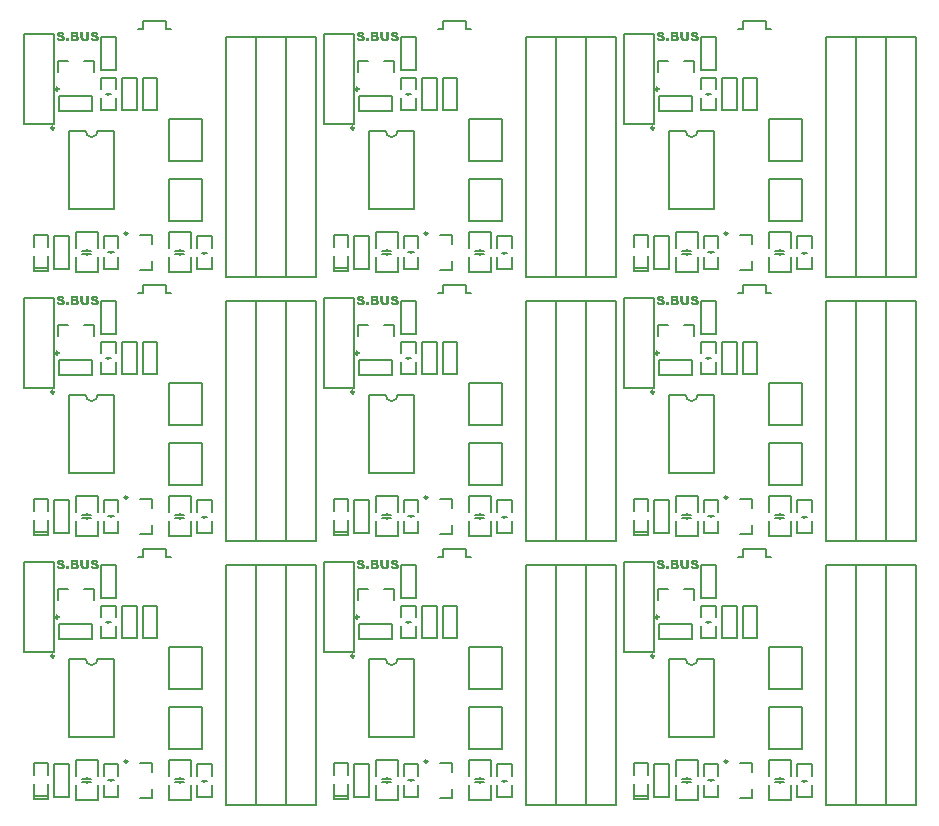
<source format=gto>
G04*
G04 #@! TF.GenerationSoftware,Altium Limited,Altium Designer,20.2.6 (244)*
G04*
G04 Layer_Color=65535*
%FSLAX24Y24*%
%MOIN*%
G70*
G04*
G04 #@! TF.SameCoordinates,F166DB8F-6D7D-4CC1-83E2-008E4038BE53*
G04*
G04*
G04 #@! TF.FilePolarity,Positive*
G04*
G01*
G75*
%ADD28C,0.0100*%
%ADD41C,0.0098*%
%ADD42C,0.0079*%
%ADD43C,0.0080*%
%ADD44C,0.0060*%
G36*
X22634Y26179D02*
X22639D01*
X22644Y26178D01*
X22650Y26177D01*
X22657Y26176D01*
X22671Y26174D01*
X22686Y26170D01*
X22700Y26164D01*
X22707Y26161D01*
X22713Y26157D01*
X22714D01*
X22714Y26156D01*
X22718Y26153D01*
X22723Y26147D01*
X22729Y26140D01*
X22733Y26136D01*
X22735Y26131D01*
X22739Y26125D01*
X22741Y26119D01*
X22744Y26112D01*
X22746Y26105D01*
X22748Y26096D01*
X22750Y26088D01*
X22661Y26083D01*
Y26084D01*
X22660Y26086D01*
X22659Y26090D01*
X22658Y26095D01*
X22655Y26099D01*
X22653Y26104D01*
X22650Y26109D01*
X22646Y26113D01*
X22645Y26114D01*
X22644Y26115D01*
X22641Y26116D01*
X22638Y26118D01*
X22634Y26120D01*
X22628Y26121D01*
X22622Y26122D01*
X22615Y26123D01*
X22612D01*
X22609Y26122D01*
X22605Y26121D01*
X22597Y26120D01*
X22593Y26118D01*
X22590Y26115D01*
X22589Y26115D01*
X22589Y26114D01*
X22586Y26111D01*
X22583Y26105D01*
X22583Y26102D01*
X22582Y26099D01*
Y26098D01*
Y26098D01*
X22583Y26094D01*
X22585Y26090D01*
X22587Y26088D01*
X22589Y26085D01*
X22589D01*
X22590Y26084D01*
X22592Y26083D01*
X22595Y26081D01*
X22599Y26080D01*
X22605Y26078D01*
X22612Y26076D01*
X22620Y26074D01*
X22620D01*
X22623Y26074D01*
X22626Y26073D01*
X22630Y26072D01*
X22635Y26071D01*
X22641Y26069D01*
X22648Y26068D01*
X22654Y26066D01*
X22669Y26062D01*
X22684Y26057D01*
X22697Y26052D01*
X22703Y26050D01*
X22709Y26047D01*
X22709D01*
X22710Y26046D01*
X22713Y26045D01*
X22718Y26042D01*
X22724Y26038D01*
X22730Y26033D01*
X22736Y26028D01*
X22742Y26021D01*
X22747Y26014D01*
X22748Y26013D01*
X22749Y26010D01*
X22751Y26006D01*
X22754Y26000D01*
X22756Y25994D01*
X22758Y25987D01*
X22759Y25978D01*
X22760Y25969D01*
Y25968D01*
Y25968D01*
Y25966D01*
Y25964D01*
X22759Y25958D01*
X22757Y25951D01*
X22756Y25943D01*
X22752Y25933D01*
X22749Y25924D01*
X22743Y25914D01*
X22742Y25913D01*
X22740Y25911D01*
X22736Y25906D01*
X22731Y25901D01*
X22725Y25894D01*
X22717Y25888D01*
X22708Y25883D01*
X22698Y25877D01*
X22697D01*
X22696Y25877D01*
X22695Y25876D01*
X22693Y25876D01*
X22690Y25874D01*
X22686Y25873D01*
X22682Y25872D01*
X22678Y25871D01*
X22667Y25869D01*
X22654Y25867D01*
X22640Y25866D01*
X22624Y25865D01*
X22617D01*
X22612Y25866D01*
X22605Y25866D01*
X22598Y25867D01*
X22590Y25867D01*
X22582Y25869D01*
X22564Y25872D01*
X22546Y25877D01*
X22538Y25881D01*
X22530Y25885D01*
X22523Y25889D01*
X22517Y25894D01*
X22516Y25895D01*
X22515Y25896D01*
X22514Y25898D01*
X22512Y25900D01*
X22510Y25903D01*
X22507Y25906D01*
X22504Y25911D01*
X22502Y25915D01*
X22496Y25926D01*
X22490Y25939D01*
X22486Y25954D01*
X22484Y25962D01*
X22483Y25970D01*
X22573Y25977D01*
Y25975D01*
X22573Y25973D01*
X22574Y25969D01*
X22575Y25964D01*
X22579Y25953D01*
X22582Y25948D01*
X22584Y25943D01*
X22585Y25943D01*
X22587Y25940D01*
X22590Y25938D01*
X22595Y25934D01*
X22601Y25931D01*
X22608Y25928D01*
X22617Y25926D01*
X22626Y25925D01*
X22629D01*
X22633Y25926D01*
X22638Y25926D01*
X22643Y25927D01*
X22648Y25929D01*
X22653Y25931D01*
X22657Y25934D01*
X22658Y25934D01*
X22659Y25935D01*
X22660Y25938D01*
X22663Y25940D01*
X22665Y25943D01*
X22666Y25947D01*
X22668Y25952D01*
X22668Y25956D01*
Y25957D01*
Y25958D01*
X22668Y25960D01*
X22667Y25963D01*
X22665Y25967D01*
X22664Y25970D01*
X22661Y25974D01*
X22658Y25977D01*
X22657Y25978D01*
X22655Y25979D01*
X22652Y25980D01*
X22648Y25983D01*
X22641Y25985D01*
X22633Y25989D01*
X22628Y25990D01*
X22622Y25992D01*
X22616Y25993D01*
X22609Y25995D01*
X22609D01*
X22607Y25995D01*
X22603Y25997D01*
X22599Y25997D01*
X22594Y25999D01*
X22588Y26000D01*
X22582Y26002D01*
X22575Y26004D01*
X22560Y26010D01*
X22546Y26016D01*
X22533Y26023D01*
X22527Y26027D01*
X22521Y26032D01*
Y26032D01*
X22520Y26033D01*
X22517Y26035D01*
X22513Y26040D01*
X22508Y26048D01*
X22503Y26056D01*
X22499Y26066D01*
X22496Y26077D01*
X22496Y26083D01*
X22495Y26090D01*
Y26090D01*
Y26091D01*
Y26094D01*
X22496Y26099D01*
X22497Y26104D01*
X22498Y26111D01*
X22501Y26119D01*
X22504Y26126D01*
X22508Y26134D01*
X22509Y26135D01*
X22511Y26138D01*
X22514Y26141D01*
X22519Y26146D01*
X22524Y26151D01*
X22532Y26157D01*
X22540Y26162D01*
X22549Y26167D01*
X22550D01*
X22550Y26167D01*
X22552Y26168D01*
X22554Y26169D01*
X22557Y26170D01*
X22560Y26171D01*
X22564Y26172D01*
X22569Y26173D01*
X22574Y26174D01*
X22580Y26175D01*
X22593Y26177D01*
X22608Y26179D01*
X22624Y26179D01*
X22630D01*
X22634Y26179D01*
D02*
G37*
G36*
X21500D02*
X21505D01*
X21511Y26178D01*
X21517Y26177D01*
X21524Y26176D01*
X21538Y26174D01*
X21553Y26170D01*
X21567Y26164D01*
X21574Y26161D01*
X21580Y26157D01*
X21580D01*
X21581Y26156D01*
X21585Y26153D01*
X21590Y26147D01*
X21596Y26140D01*
X21599Y26136D01*
X21602Y26131D01*
X21605Y26125D01*
X21608Y26119D01*
X21611Y26112D01*
X21613Y26105D01*
X21615Y26096D01*
X21616Y26088D01*
X21528Y26083D01*
Y26084D01*
X21527Y26086D01*
X21526Y26090D01*
X21524Y26095D01*
X21522Y26099D01*
X21520Y26104D01*
X21516Y26109D01*
X21513Y26113D01*
X21512Y26114D01*
X21510Y26115D01*
X21508Y26116D01*
X21505Y26118D01*
X21500Y26120D01*
X21495Y26121D01*
X21489Y26122D01*
X21482Y26123D01*
X21479D01*
X21476Y26122D01*
X21472Y26121D01*
X21464Y26120D01*
X21460Y26118D01*
X21457Y26115D01*
X21456Y26115D01*
X21455Y26114D01*
X21453Y26111D01*
X21450Y26105D01*
X21449Y26102D01*
X21449Y26099D01*
Y26098D01*
Y26098D01*
X21450Y26094D01*
X21452Y26090D01*
X21453Y26088D01*
X21455Y26085D01*
X21456D01*
X21457Y26084D01*
X21459Y26083D01*
X21462Y26081D01*
X21466Y26080D01*
X21472Y26078D01*
X21478Y26076D01*
X21487Y26074D01*
X21487D01*
X21489Y26074D01*
X21493Y26073D01*
X21497Y26072D01*
X21502Y26071D01*
X21508Y26069D01*
X21514Y26068D01*
X21521Y26066D01*
X21535Y26062D01*
X21550Y26057D01*
X21564Y26052D01*
X21570Y26050D01*
X21575Y26047D01*
X21576D01*
X21576Y26046D01*
X21580Y26045D01*
X21584Y26042D01*
X21590Y26038D01*
X21596Y26033D01*
X21603Y26028D01*
X21609Y26021D01*
X21614Y26014D01*
X21615Y26013D01*
X21616Y26010D01*
X21618Y26006D01*
X21620Y26000D01*
X21623Y25994D01*
X21625Y25987D01*
X21626Y25978D01*
X21626Y25969D01*
Y25968D01*
Y25968D01*
Y25966D01*
Y25964D01*
X21625Y25958D01*
X21624Y25951D01*
X21623Y25943D01*
X21619Y25933D01*
X21615Y25924D01*
X21610Y25914D01*
X21609Y25913D01*
X21607Y25911D01*
X21603Y25906D01*
X21598Y25901D01*
X21591Y25894D01*
X21584Y25888D01*
X21575Y25883D01*
X21564Y25877D01*
X21564D01*
X21563Y25877D01*
X21561Y25876D01*
X21559Y25876D01*
X21556Y25874D01*
X21553Y25873D01*
X21549Y25872D01*
X21544Y25871D01*
X21534Y25869D01*
X21521Y25867D01*
X21507Y25866D01*
X21491Y25865D01*
X21484D01*
X21478Y25866D01*
X21472Y25866D01*
X21465Y25867D01*
X21457Y25867D01*
X21448Y25869D01*
X21430Y25872D01*
X21413Y25877D01*
X21404Y25881D01*
X21397Y25885D01*
X21389Y25889D01*
X21383Y25894D01*
X21383Y25895D01*
X21382Y25896D01*
X21381Y25898D01*
X21379Y25900D01*
X21377Y25903D01*
X21374Y25906D01*
X21371Y25911D01*
X21368Y25915D01*
X21362Y25926D01*
X21357Y25939D01*
X21353Y25954D01*
X21351Y25962D01*
X21350Y25970D01*
X21439Y25977D01*
Y25975D01*
X21440Y25973D01*
X21440Y25969D01*
X21442Y25964D01*
X21445Y25953D01*
X21448Y25948D01*
X21451Y25943D01*
X21452Y25943D01*
X21454Y25940D01*
X21457Y25938D01*
X21462Y25934D01*
X21468Y25931D01*
X21475Y25928D01*
X21483Y25926D01*
X21493Y25925D01*
X21496D01*
X21499Y25926D01*
X21504Y25926D01*
X21509Y25927D01*
X21514Y25929D01*
X21519Y25931D01*
X21524Y25934D01*
X21524Y25934D01*
X21525Y25935D01*
X21527Y25938D01*
X21529Y25940D01*
X21531Y25943D01*
X21533Y25947D01*
X21534Y25952D01*
X21535Y25956D01*
Y25957D01*
Y25958D01*
X21534Y25960D01*
X21534Y25963D01*
X21532Y25967D01*
X21530Y25970D01*
X21528Y25974D01*
X21524Y25977D01*
X21524Y25978D01*
X21522Y25979D01*
X21519Y25980D01*
X21514Y25983D01*
X21508Y25985D01*
X21499Y25989D01*
X21494Y25990D01*
X21489Y25992D01*
X21483Y25993D01*
X21476Y25995D01*
X21475D01*
X21473Y25995D01*
X21470Y25997D01*
X21466Y25997D01*
X21461Y25999D01*
X21455Y26000D01*
X21449Y26002D01*
X21442Y26004D01*
X21427Y26010D01*
X21413Y26016D01*
X21399Y26023D01*
X21393Y26027D01*
X21388Y26032D01*
Y26032D01*
X21387Y26033D01*
X21384Y26035D01*
X21379Y26040D01*
X21375Y26048D01*
X21370Y26056D01*
X21366Y26066D01*
X21363Y26077D01*
X21362Y26083D01*
X21362Y26090D01*
Y26090D01*
Y26091D01*
Y26094D01*
X21362Y26099D01*
X21363Y26104D01*
X21365Y26111D01*
X21367Y26119D01*
X21371Y26126D01*
X21375Y26134D01*
X21376Y26135D01*
X21378Y26138D01*
X21381Y26141D01*
X21386Y26146D01*
X21391Y26151D01*
X21398Y26157D01*
X21407Y26162D01*
X21416Y26167D01*
X21417D01*
X21417Y26167D01*
X21419Y26168D01*
X21421Y26169D01*
X21424Y26170D01*
X21427Y26171D01*
X21431Y26172D01*
X21435Y26173D01*
X21440Y26174D01*
X21447Y26175D01*
X21459Y26177D01*
X21474Y26179D01*
X21491Y26179D01*
X21497D01*
X21500Y26179D01*
D02*
G37*
G36*
X12634D02*
X12639D01*
X12644Y26178D01*
X12650Y26177D01*
X12657Y26176D01*
X12671Y26174D01*
X12686Y26170D01*
X12700Y26164D01*
X12707Y26161D01*
X12713Y26157D01*
X12714D01*
X12714Y26156D01*
X12718Y26153D01*
X12723Y26147D01*
X12729Y26140D01*
X12733Y26136D01*
X12735Y26131D01*
X12739Y26125D01*
X12741Y26119D01*
X12744Y26112D01*
X12746Y26105D01*
X12748Y26096D01*
X12750Y26088D01*
X12661Y26083D01*
Y26084D01*
X12660Y26086D01*
X12659Y26090D01*
X12658Y26095D01*
X12655Y26099D01*
X12653Y26104D01*
X12650Y26109D01*
X12646Y26113D01*
X12645Y26114D01*
X12644Y26115D01*
X12641Y26116D01*
X12638Y26118D01*
X12634Y26120D01*
X12628Y26121D01*
X12622Y26122D01*
X12615Y26123D01*
X12612D01*
X12609Y26122D01*
X12605Y26121D01*
X12597Y26120D01*
X12593Y26118D01*
X12590Y26115D01*
X12589Y26115D01*
X12589Y26114D01*
X12586Y26111D01*
X12583Y26105D01*
X12583Y26102D01*
X12582Y26099D01*
Y26098D01*
Y26098D01*
X12583Y26094D01*
X12585Y26090D01*
X12587Y26088D01*
X12589Y26085D01*
X12589D01*
X12590Y26084D01*
X12592Y26083D01*
X12595Y26081D01*
X12599Y26080D01*
X12605Y26078D01*
X12612Y26076D01*
X12620Y26074D01*
X12620D01*
X12623Y26074D01*
X12626Y26073D01*
X12630Y26072D01*
X12635Y26071D01*
X12641Y26069D01*
X12648Y26068D01*
X12654Y26066D01*
X12669Y26062D01*
X12684Y26057D01*
X12697Y26052D01*
X12703Y26050D01*
X12709Y26047D01*
X12709D01*
X12710Y26046D01*
X12713Y26045D01*
X12718Y26042D01*
X12724Y26038D01*
X12730Y26033D01*
X12736Y26028D01*
X12742Y26021D01*
X12747Y26014D01*
X12748Y26013D01*
X12749Y26010D01*
X12751Y26006D01*
X12754Y26000D01*
X12756Y25994D01*
X12758Y25987D01*
X12759Y25978D01*
X12760Y25969D01*
Y25968D01*
Y25968D01*
Y25966D01*
Y25964D01*
X12759Y25958D01*
X12757Y25951D01*
X12756Y25943D01*
X12752Y25933D01*
X12749Y25924D01*
X12743Y25914D01*
X12742Y25913D01*
X12740Y25911D01*
X12736Y25906D01*
X12731Y25901D01*
X12725Y25894D01*
X12717Y25888D01*
X12708Y25883D01*
X12698Y25877D01*
X12697D01*
X12696Y25877D01*
X12695Y25876D01*
X12693Y25876D01*
X12690Y25874D01*
X12686Y25873D01*
X12682Y25872D01*
X12678Y25871D01*
X12667Y25869D01*
X12654Y25867D01*
X12640Y25866D01*
X12624Y25865D01*
X12617D01*
X12612Y25866D01*
X12605Y25866D01*
X12598Y25867D01*
X12590Y25867D01*
X12582Y25869D01*
X12564Y25872D01*
X12546Y25877D01*
X12538Y25881D01*
X12530Y25885D01*
X12523Y25889D01*
X12517Y25894D01*
X12516Y25895D01*
X12515Y25896D01*
X12514Y25898D01*
X12512Y25900D01*
X12510Y25903D01*
X12507Y25906D01*
X12504Y25911D01*
X12502Y25915D01*
X12496Y25926D01*
X12490Y25939D01*
X12486Y25954D01*
X12484Y25962D01*
X12483Y25970D01*
X12573Y25977D01*
Y25975D01*
X12573Y25973D01*
X12574Y25969D01*
X12575Y25964D01*
X12579Y25953D01*
X12582Y25948D01*
X12584Y25943D01*
X12585Y25943D01*
X12587Y25940D01*
X12590Y25938D01*
X12595Y25934D01*
X12601Y25931D01*
X12608Y25928D01*
X12617Y25926D01*
X12626Y25925D01*
X12629D01*
X12633Y25926D01*
X12638Y25926D01*
X12643Y25927D01*
X12648Y25929D01*
X12653Y25931D01*
X12657Y25934D01*
X12658Y25934D01*
X12659Y25935D01*
X12660Y25938D01*
X12663Y25940D01*
X12665Y25943D01*
X12666Y25947D01*
X12668Y25952D01*
X12668Y25956D01*
Y25957D01*
Y25958D01*
X12668Y25960D01*
X12667Y25963D01*
X12665Y25967D01*
X12664Y25970D01*
X12661Y25974D01*
X12658Y25977D01*
X12657Y25978D01*
X12655Y25979D01*
X12652Y25980D01*
X12648Y25983D01*
X12641Y25985D01*
X12633Y25989D01*
X12628Y25990D01*
X12622Y25992D01*
X12616Y25993D01*
X12609Y25995D01*
X12609D01*
X12607Y25995D01*
X12603Y25997D01*
X12599Y25997D01*
X12594Y25999D01*
X12588Y26000D01*
X12582Y26002D01*
X12575Y26004D01*
X12560Y26010D01*
X12546Y26016D01*
X12533Y26023D01*
X12527Y26027D01*
X12521Y26032D01*
Y26032D01*
X12520Y26033D01*
X12517Y26035D01*
X12513Y26040D01*
X12508Y26048D01*
X12503Y26056D01*
X12499Y26066D01*
X12496Y26077D01*
X12496Y26083D01*
X12495Y26090D01*
Y26090D01*
Y26091D01*
Y26094D01*
X12496Y26099D01*
X12497Y26104D01*
X12498Y26111D01*
X12501Y26119D01*
X12504Y26126D01*
X12508Y26134D01*
X12509Y26135D01*
X12511Y26138D01*
X12514Y26141D01*
X12519Y26146D01*
X12524Y26151D01*
X12532Y26157D01*
X12540Y26162D01*
X12549Y26167D01*
X12550D01*
X12550Y26167D01*
X12552Y26168D01*
X12554Y26169D01*
X12557Y26170D01*
X12560Y26171D01*
X12564Y26172D01*
X12569Y26173D01*
X12574Y26174D01*
X12580Y26175D01*
X12593Y26177D01*
X12608Y26179D01*
X12624Y26179D01*
X12630D01*
X12634Y26179D01*
D02*
G37*
G36*
X11500D02*
X11505D01*
X11511Y26178D01*
X11517Y26177D01*
X11524Y26176D01*
X11538Y26174D01*
X11553Y26170D01*
X11567Y26164D01*
X11574Y26161D01*
X11580Y26157D01*
X11580D01*
X11581Y26156D01*
X11585Y26153D01*
X11590Y26147D01*
X11596Y26140D01*
X11599Y26136D01*
X11602Y26131D01*
X11605Y26125D01*
X11608Y26119D01*
X11611Y26112D01*
X11613Y26105D01*
X11615Y26096D01*
X11616Y26088D01*
X11528Y26083D01*
Y26084D01*
X11527Y26086D01*
X11526Y26090D01*
X11524Y26095D01*
X11522Y26099D01*
X11520Y26104D01*
X11516Y26109D01*
X11513Y26113D01*
X11512Y26114D01*
X11510Y26115D01*
X11508Y26116D01*
X11505Y26118D01*
X11500Y26120D01*
X11495Y26121D01*
X11489Y26122D01*
X11482Y26123D01*
X11479D01*
X11476Y26122D01*
X11472Y26121D01*
X11464Y26120D01*
X11460Y26118D01*
X11457Y26115D01*
X11456Y26115D01*
X11455Y26114D01*
X11453Y26111D01*
X11450Y26105D01*
X11449Y26102D01*
X11449Y26099D01*
Y26098D01*
Y26098D01*
X11450Y26094D01*
X11452Y26090D01*
X11453Y26088D01*
X11455Y26085D01*
X11456D01*
X11457Y26084D01*
X11459Y26083D01*
X11462Y26081D01*
X11466Y26080D01*
X11472Y26078D01*
X11478Y26076D01*
X11487Y26074D01*
X11487D01*
X11489Y26074D01*
X11493Y26073D01*
X11497Y26072D01*
X11502Y26071D01*
X11508Y26069D01*
X11514Y26068D01*
X11521Y26066D01*
X11535Y26062D01*
X11550Y26057D01*
X11564Y26052D01*
X11570Y26050D01*
X11575Y26047D01*
X11576D01*
X11576Y26046D01*
X11580Y26045D01*
X11584Y26042D01*
X11590Y26038D01*
X11596Y26033D01*
X11603Y26028D01*
X11609Y26021D01*
X11614Y26014D01*
X11615Y26013D01*
X11616Y26010D01*
X11618Y26006D01*
X11620Y26000D01*
X11623Y25994D01*
X11625Y25987D01*
X11626Y25978D01*
X11626Y25969D01*
Y25968D01*
Y25968D01*
Y25966D01*
Y25964D01*
X11625Y25958D01*
X11624Y25951D01*
X11623Y25943D01*
X11619Y25933D01*
X11615Y25924D01*
X11610Y25914D01*
X11609Y25913D01*
X11607Y25911D01*
X11603Y25906D01*
X11598Y25901D01*
X11591Y25894D01*
X11584Y25888D01*
X11575Y25883D01*
X11564Y25877D01*
X11564D01*
X11563Y25877D01*
X11561Y25876D01*
X11559Y25876D01*
X11556Y25874D01*
X11553Y25873D01*
X11549Y25872D01*
X11544Y25871D01*
X11534Y25869D01*
X11521Y25867D01*
X11507Y25866D01*
X11491Y25865D01*
X11484D01*
X11478Y25866D01*
X11472Y25866D01*
X11465Y25867D01*
X11457Y25867D01*
X11448Y25869D01*
X11430Y25872D01*
X11413Y25877D01*
X11404Y25881D01*
X11397Y25885D01*
X11389Y25889D01*
X11383Y25894D01*
X11383Y25895D01*
X11382Y25896D01*
X11381Y25898D01*
X11379Y25900D01*
X11377Y25903D01*
X11374Y25906D01*
X11371Y25911D01*
X11368Y25915D01*
X11362Y25926D01*
X11357Y25939D01*
X11353Y25954D01*
X11351Y25962D01*
X11350Y25970D01*
X11439Y25977D01*
Y25975D01*
X11440Y25973D01*
X11440Y25969D01*
X11442Y25964D01*
X11445Y25953D01*
X11448Y25948D01*
X11451Y25943D01*
X11452Y25943D01*
X11454Y25940D01*
X11457Y25938D01*
X11462Y25934D01*
X11468Y25931D01*
X11475Y25928D01*
X11483Y25926D01*
X11493Y25925D01*
X11496D01*
X11499Y25926D01*
X11504Y25926D01*
X11509Y25927D01*
X11514Y25929D01*
X11519Y25931D01*
X11524Y25934D01*
X11524Y25934D01*
X11525Y25935D01*
X11527Y25938D01*
X11529Y25940D01*
X11531Y25943D01*
X11533Y25947D01*
X11534Y25952D01*
X11535Y25956D01*
Y25957D01*
Y25958D01*
X11534Y25960D01*
X11534Y25963D01*
X11532Y25967D01*
X11530Y25970D01*
X11528Y25974D01*
X11524Y25977D01*
X11524Y25978D01*
X11522Y25979D01*
X11519Y25980D01*
X11514Y25983D01*
X11508Y25985D01*
X11499Y25989D01*
X11494Y25990D01*
X11489Y25992D01*
X11483Y25993D01*
X11476Y25995D01*
X11475D01*
X11473Y25995D01*
X11470Y25997D01*
X11466Y25997D01*
X11461Y25999D01*
X11455Y26000D01*
X11449Y26002D01*
X11442Y26004D01*
X11427Y26010D01*
X11413Y26016D01*
X11399Y26023D01*
X11393Y26027D01*
X11388Y26032D01*
Y26032D01*
X11387Y26033D01*
X11384Y26035D01*
X11379Y26040D01*
X11375Y26048D01*
X11370Y26056D01*
X11366Y26066D01*
X11363Y26077D01*
X11362Y26083D01*
X11362Y26090D01*
Y26090D01*
Y26091D01*
Y26094D01*
X11362Y26099D01*
X11363Y26104D01*
X11365Y26111D01*
X11367Y26119D01*
X11371Y26126D01*
X11375Y26134D01*
X11376Y26135D01*
X11378Y26138D01*
X11381Y26141D01*
X11386Y26146D01*
X11391Y26151D01*
X11398Y26157D01*
X11407Y26162D01*
X11416Y26167D01*
X11417D01*
X11417Y26167D01*
X11419Y26168D01*
X11421Y26169D01*
X11424Y26170D01*
X11427Y26171D01*
X11431Y26172D01*
X11435Y26173D01*
X11440Y26174D01*
X11447Y26175D01*
X11459Y26177D01*
X11474Y26179D01*
X11491Y26179D01*
X11497D01*
X11500Y26179D01*
D02*
G37*
G36*
X2634D02*
X2639D01*
X2644Y26178D01*
X2650Y26177D01*
X2657Y26176D01*
X2671Y26174D01*
X2686Y26170D01*
X2700Y26164D01*
X2707Y26161D01*
X2713Y26157D01*
X2714D01*
X2714Y26156D01*
X2718Y26153D01*
X2723Y26147D01*
X2729Y26140D01*
X2733Y26136D01*
X2735Y26131D01*
X2739Y26125D01*
X2741Y26119D01*
X2744Y26112D01*
X2746Y26105D01*
X2748Y26096D01*
X2750Y26088D01*
X2661Y26083D01*
Y26084D01*
X2660Y26086D01*
X2659Y26090D01*
X2658Y26095D01*
X2655Y26099D01*
X2653Y26104D01*
X2650Y26109D01*
X2646Y26113D01*
X2645Y26114D01*
X2644Y26115D01*
X2641Y26116D01*
X2638Y26118D01*
X2634Y26120D01*
X2628Y26121D01*
X2622Y26122D01*
X2615Y26123D01*
X2612D01*
X2609Y26122D01*
X2605Y26121D01*
X2597Y26120D01*
X2593Y26118D01*
X2590Y26115D01*
X2589Y26115D01*
X2589Y26114D01*
X2586Y26111D01*
X2583Y26105D01*
X2583Y26102D01*
X2582Y26099D01*
Y26098D01*
Y26098D01*
X2583Y26094D01*
X2585Y26090D01*
X2587Y26088D01*
X2589Y26085D01*
X2589D01*
X2590Y26084D01*
X2592Y26083D01*
X2595Y26081D01*
X2599Y26080D01*
X2605Y26078D01*
X2612Y26076D01*
X2620Y26074D01*
X2620D01*
X2623Y26074D01*
X2626Y26073D01*
X2630Y26072D01*
X2635Y26071D01*
X2641Y26069D01*
X2648Y26068D01*
X2654Y26066D01*
X2669Y26062D01*
X2684Y26057D01*
X2697Y26052D01*
X2703Y26050D01*
X2709Y26047D01*
X2709D01*
X2710Y26046D01*
X2713Y26045D01*
X2718Y26042D01*
X2724Y26038D01*
X2730Y26033D01*
X2736Y26028D01*
X2743Y26021D01*
X2747Y26014D01*
X2748Y26013D01*
X2749Y26010D01*
X2751Y26006D01*
X2754Y26000D01*
X2756Y25994D01*
X2758Y25987D01*
X2759Y25978D01*
X2760Y25969D01*
Y25968D01*
Y25968D01*
Y25966D01*
Y25964D01*
X2759Y25958D01*
X2757Y25951D01*
X2756Y25943D01*
X2752Y25933D01*
X2749Y25924D01*
X2743Y25914D01*
X2743Y25913D01*
X2740Y25911D01*
X2736Y25906D01*
X2731Y25901D01*
X2725Y25894D01*
X2717Y25888D01*
X2708Y25883D01*
X2698Y25877D01*
X2697D01*
X2696Y25877D01*
X2695Y25876D01*
X2693Y25876D01*
X2690Y25874D01*
X2686Y25873D01*
X2682Y25872D01*
X2678Y25871D01*
X2667Y25869D01*
X2654Y25867D01*
X2640Y25866D01*
X2624Y25865D01*
X2617D01*
X2612Y25866D01*
X2605Y25866D01*
X2598Y25867D01*
X2590Y25867D01*
X2582Y25869D01*
X2564Y25872D01*
X2546Y25877D01*
X2538Y25881D01*
X2530Y25885D01*
X2523Y25889D01*
X2517Y25894D01*
X2516Y25895D01*
X2515Y25896D01*
X2514Y25898D01*
X2512Y25900D01*
X2510Y25903D01*
X2507Y25906D01*
X2504Y25911D01*
X2502Y25915D01*
X2496Y25926D01*
X2490Y25939D01*
X2486Y25954D01*
X2484Y25962D01*
X2483Y25970D01*
X2573Y25977D01*
Y25975D01*
X2573Y25973D01*
X2574Y25969D01*
X2575Y25964D01*
X2579Y25953D01*
X2582Y25948D01*
X2584Y25943D01*
X2585Y25943D01*
X2587Y25940D01*
X2590Y25938D01*
X2595Y25934D01*
X2601Y25931D01*
X2608Y25928D01*
X2617Y25926D01*
X2626Y25925D01*
X2629D01*
X2633Y25926D01*
X2638Y25926D01*
X2643Y25927D01*
X2648Y25929D01*
X2653Y25931D01*
X2657Y25934D01*
X2658Y25934D01*
X2659Y25935D01*
X2660Y25938D01*
X2663Y25940D01*
X2665Y25943D01*
X2666Y25947D01*
X2668Y25952D01*
X2668Y25956D01*
Y25957D01*
Y25958D01*
X2668Y25960D01*
X2667Y25963D01*
X2665Y25967D01*
X2664Y25970D01*
X2661Y25974D01*
X2658Y25977D01*
X2657Y25978D01*
X2655Y25979D01*
X2652Y25980D01*
X2648Y25983D01*
X2641Y25985D01*
X2633Y25989D01*
X2628Y25990D01*
X2622Y25992D01*
X2616Y25993D01*
X2609Y25995D01*
X2609D01*
X2607Y25995D01*
X2603Y25997D01*
X2599Y25997D01*
X2594Y25999D01*
X2588Y26000D01*
X2582Y26002D01*
X2575Y26004D01*
X2560Y26010D01*
X2546Y26016D01*
X2533Y26023D01*
X2527Y26027D01*
X2521Y26032D01*
Y26032D01*
X2520Y26033D01*
X2517Y26035D01*
X2513Y26040D01*
X2508Y26048D01*
X2503Y26056D01*
X2499Y26066D01*
X2496Y26077D01*
X2496Y26083D01*
X2495Y26090D01*
Y26090D01*
Y26091D01*
Y26094D01*
X2496Y26099D01*
X2497Y26104D01*
X2498Y26111D01*
X2501Y26119D01*
X2504Y26126D01*
X2508Y26134D01*
X2509Y26135D01*
X2511Y26138D01*
X2514Y26141D01*
X2519Y26146D01*
X2524Y26151D01*
X2532Y26157D01*
X2540Y26162D01*
X2549Y26167D01*
X2550D01*
X2550Y26167D01*
X2552Y26168D01*
X2554Y26169D01*
X2557Y26170D01*
X2560Y26171D01*
X2564Y26172D01*
X2569Y26173D01*
X2574Y26174D01*
X2580Y26175D01*
X2593Y26177D01*
X2608Y26179D01*
X2624Y26179D01*
X2630D01*
X2634Y26179D01*
D02*
G37*
G36*
X1500D02*
X1505D01*
X1511Y26178D01*
X1517Y26177D01*
X1524Y26176D01*
X1538Y26174D01*
X1553Y26170D01*
X1567Y26164D01*
X1574Y26161D01*
X1580Y26157D01*
X1580D01*
X1581Y26156D01*
X1585Y26153D01*
X1590Y26147D01*
X1596Y26140D01*
X1599Y26136D01*
X1602Y26131D01*
X1605Y26125D01*
X1608Y26119D01*
X1611Y26112D01*
X1613Y26105D01*
X1615Y26096D01*
X1616Y26088D01*
X1528Y26083D01*
Y26084D01*
X1527Y26086D01*
X1526Y26090D01*
X1524Y26095D01*
X1522Y26099D01*
X1520Y26104D01*
X1516Y26109D01*
X1513Y26113D01*
X1512Y26114D01*
X1510Y26115D01*
X1508Y26116D01*
X1505Y26118D01*
X1500Y26120D01*
X1495Y26121D01*
X1489Y26122D01*
X1482Y26123D01*
X1479D01*
X1476Y26122D01*
X1472Y26121D01*
X1464Y26120D01*
X1460Y26118D01*
X1457Y26115D01*
X1456Y26115D01*
X1455Y26114D01*
X1453Y26111D01*
X1450Y26105D01*
X1449Y26102D01*
X1449Y26099D01*
Y26098D01*
Y26098D01*
X1450Y26094D01*
X1452Y26090D01*
X1453Y26088D01*
X1455Y26085D01*
X1456D01*
X1457Y26084D01*
X1459Y26083D01*
X1462Y26081D01*
X1466Y26080D01*
X1472Y26078D01*
X1478Y26076D01*
X1487Y26074D01*
X1487D01*
X1489Y26074D01*
X1493Y26073D01*
X1497Y26072D01*
X1502Y26071D01*
X1508Y26069D01*
X1514Y26068D01*
X1521Y26066D01*
X1535Y26062D01*
X1550Y26057D01*
X1564Y26052D01*
X1570Y26050D01*
X1575Y26047D01*
X1576D01*
X1576Y26046D01*
X1580Y26045D01*
X1584Y26042D01*
X1590Y26038D01*
X1596Y26033D01*
X1603Y26028D01*
X1609Y26021D01*
X1614Y26014D01*
X1615Y26013D01*
X1616Y26010D01*
X1618Y26006D01*
X1620Y26000D01*
X1622Y25994D01*
X1625Y25987D01*
X1626Y25978D01*
X1626Y25969D01*
Y25968D01*
Y25968D01*
Y25966D01*
Y25964D01*
X1625Y25958D01*
X1624Y25951D01*
X1622Y25943D01*
X1619Y25933D01*
X1615Y25924D01*
X1610Y25914D01*
X1609Y25913D01*
X1607Y25911D01*
X1603Y25906D01*
X1598Y25901D01*
X1591Y25894D01*
X1584Y25888D01*
X1575Y25883D01*
X1564Y25877D01*
X1564D01*
X1563Y25877D01*
X1561Y25876D01*
X1559Y25876D01*
X1556Y25874D01*
X1553Y25873D01*
X1549Y25872D01*
X1544Y25871D01*
X1534Y25869D01*
X1521Y25867D01*
X1507Y25866D01*
X1491Y25865D01*
X1484D01*
X1478Y25866D01*
X1472Y25866D01*
X1465Y25867D01*
X1457Y25867D01*
X1448Y25869D01*
X1430Y25872D01*
X1413Y25877D01*
X1404Y25881D01*
X1397Y25885D01*
X1389Y25889D01*
X1383Y25894D01*
X1383Y25895D01*
X1382Y25896D01*
X1381Y25898D01*
X1379Y25900D01*
X1377Y25903D01*
X1374Y25906D01*
X1371Y25911D01*
X1368Y25915D01*
X1362Y25926D01*
X1357Y25939D01*
X1353Y25954D01*
X1351Y25962D01*
X1350Y25970D01*
X1439Y25977D01*
Y25975D01*
X1440Y25973D01*
X1440Y25969D01*
X1442Y25964D01*
X1445Y25953D01*
X1448Y25948D01*
X1451Y25943D01*
X1452Y25943D01*
X1454Y25940D01*
X1457Y25938D01*
X1462Y25934D01*
X1468Y25931D01*
X1475Y25928D01*
X1483Y25926D01*
X1493Y25925D01*
X1496D01*
X1499Y25926D01*
X1504Y25926D01*
X1509Y25927D01*
X1514Y25929D01*
X1519Y25931D01*
X1524Y25934D01*
X1524Y25934D01*
X1525Y25935D01*
X1527Y25938D01*
X1529Y25940D01*
X1531Y25943D01*
X1533Y25947D01*
X1534Y25952D01*
X1535Y25956D01*
Y25957D01*
Y25958D01*
X1534Y25960D01*
X1534Y25963D01*
X1532Y25967D01*
X1530Y25970D01*
X1528Y25974D01*
X1524Y25977D01*
X1524Y25978D01*
X1522Y25979D01*
X1519Y25980D01*
X1514Y25983D01*
X1508Y25985D01*
X1499Y25989D01*
X1494Y25990D01*
X1489Y25992D01*
X1483Y25993D01*
X1476Y25995D01*
X1475D01*
X1473Y25995D01*
X1470Y25997D01*
X1466Y25997D01*
X1461Y25999D01*
X1455Y26000D01*
X1449Y26002D01*
X1442Y26004D01*
X1427Y26010D01*
X1413Y26016D01*
X1399Y26023D01*
X1393Y26027D01*
X1388Y26032D01*
Y26032D01*
X1387Y26033D01*
X1384Y26035D01*
X1379Y26040D01*
X1375Y26048D01*
X1370Y26056D01*
X1366Y26066D01*
X1363Y26077D01*
X1362Y26083D01*
X1362Y26090D01*
Y26090D01*
Y26091D01*
Y26094D01*
X1362Y26099D01*
X1363Y26104D01*
X1365Y26111D01*
X1367Y26119D01*
X1371Y26126D01*
X1375Y26134D01*
X1376Y26135D01*
X1378Y26138D01*
X1381Y26141D01*
X1386Y26146D01*
X1391Y26151D01*
X1398Y26157D01*
X1407Y26162D01*
X1416Y26167D01*
X1417D01*
X1417Y26167D01*
X1419Y26168D01*
X1421Y26169D01*
X1424Y26170D01*
X1427Y26171D01*
X1431Y26172D01*
X1435Y26173D01*
X1440Y26174D01*
X1447Y26175D01*
X1459Y26177D01*
X1474Y26179D01*
X1491Y26179D01*
X1497D01*
X1500Y26179D01*
D02*
G37*
G36*
X22438Y25993D02*
Y25992D01*
Y25992D01*
Y25988D01*
X22437Y25983D01*
X22437Y25977D01*
X22436Y25968D01*
X22434Y25960D01*
X22432Y25951D01*
X22429Y25942D01*
X22428Y25940D01*
X22427Y25938D01*
X22426Y25933D01*
X22422Y25928D01*
X22419Y25921D01*
X22414Y25914D01*
X22409Y25907D01*
X22402Y25900D01*
X22402Y25899D01*
X22399Y25897D01*
X22396Y25894D01*
X22391Y25890D01*
X22386Y25886D01*
X22379Y25882D01*
X22372Y25878D01*
X22365Y25875D01*
X22365D01*
X22364Y25874D01*
X22362Y25874D01*
X22360Y25873D01*
X22355Y25872D01*
X22346Y25870D01*
X22337Y25868D01*
X22326Y25867D01*
X22313Y25866D01*
X22299Y25865D01*
X22291D01*
X22285Y25866D01*
X22277D01*
X22269Y25867D01*
X22260Y25867D01*
X22250Y25868D01*
X22249D01*
X22246Y25869D01*
X22241Y25869D01*
X22235Y25871D01*
X22228Y25872D01*
X22221Y25874D01*
X22214Y25877D01*
X22206Y25880D01*
X22206Y25881D01*
X22204Y25882D01*
X22200Y25884D01*
X22196Y25887D01*
X22191Y25891D01*
X22185Y25895D01*
X22180Y25900D01*
X22174Y25906D01*
X22174Y25907D01*
X22172Y25909D01*
X22169Y25913D01*
X22166Y25917D01*
X22163Y25922D01*
X22160Y25928D01*
X22156Y25935D01*
X22154Y25942D01*
Y25942D01*
X22154Y25943D01*
Y25944D01*
X22153Y25947D01*
X22151Y25952D01*
X22150Y25959D01*
X22149Y25967D01*
X22147Y25975D01*
X22146Y25984D01*
X22146Y25993D01*
Y26174D01*
X22240D01*
Y25989D01*
Y25988D01*
Y25985D01*
X22240Y25980D01*
X22241Y25974D01*
X22243Y25968D01*
X22245Y25962D01*
X22249Y25955D01*
X22253Y25950D01*
X22254Y25949D01*
X22256Y25948D01*
X22259Y25945D01*
X22263Y25943D01*
X22269Y25940D01*
X22275Y25938D01*
X22283Y25937D01*
X22292Y25936D01*
X22296D01*
X22300Y25937D01*
X22306Y25938D01*
X22312Y25939D01*
X22318Y25942D01*
X22325Y25945D01*
X22330Y25949D01*
X22331Y25950D01*
X22332Y25952D01*
X22335Y25955D01*
X22337Y25959D01*
X22340Y25965D01*
X22342Y25972D01*
X22343Y25980D01*
X22344Y25989D01*
Y26174D01*
X22438D01*
Y25993D01*
D02*
G37*
G36*
X12438D02*
Y25992D01*
Y25992D01*
Y25988D01*
X12437Y25983D01*
X12437Y25977D01*
X12436Y25968D01*
X12434Y25960D01*
X12432Y25951D01*
X12429Y25942D01*
X12428Y25940D01*
X12427Y25938D01*
X12426Y25933D01*
X12422Y25928D01*
X12419Y25921D01*
X12414Y25914D01*
X12409Y25907D01*
X12402Y25900D01*
X12402Y25899D01*
X12399Y25897D01*
X12396Y25894D01*
X12391Y25890D01*
X12386Y25886D01*
X12379Y25882D01*
X12372Y25878D01*
X12365Y25875D01*
X12365D01*
X12364Y25874D01*
X12362Y25874D01*
X12360Y25873D01*
X12355Y25872D01*
X12346Y25870D01*
X12337Y25868D01*
X12326Y25867D01*
X12313Y25866D01*
X12299Y25865D01*
X12291D01*
X12285Y25866D01*
X12277D01*
X12269Y25867D01*
X12260Y25867D01*
X12250Y25868D01*
X12249D01*
X12246Y25869D01*
X12241Y25869D01*
X12235Y25871D01*
X12228Y25872D01*
X12221Y25874D01*
X12214Y25877D01*
X12206Y25880D01*
X12206Y25881D01*
X12204Y25882D01*
X12200Y25884D01*
X12196Y25887D01*
X12191Y25891D01*
X12185Y25895D01*
X12180Y25900D01*
X12174Y25906D01*
X12174Y25907D01*
X12172Y25909D01*
X12169Y25913D01*
X12166Y25917D01*
X12163Y25922D01*
X12160Y25928D01*
X12156Y25935D01*
X12154Y25942D01*
Y25942D01*
X12154Y25943D01*
Y25944D01*
X12153Y25947D01*
X12151Y25952D01*
X12150Y25959D01*
X12149Y25967D01*
X12147Y25975D01*
X12146Y25984D01*
X12146Y25993D01*
Y26174D01*
X12240D01*
Y25989D01*
Y25988D01*
Y25985D01*
X12240Y25980D01*
X12241Y25974D01*
X12243Y25968D01*
X12245Y25962D01*
X12249Y25955D01*
X12253Y25950D01*
X12254Y25949D01*
X12256Y25948D01*
X12259Y25945D01*
X12263Y25943D01*
X12269Y25940D01*
X12275Y25938D01*
X12283Y25937D01*
X12292Y25936D01*
X12296D01*
X12300Y25937D01*
X12306Y25938D01*
X12312Y25939D01*
X12318Y25942D01*
X12325Y25945D01*
X12330Y25949D01*
X12331Y25950D01*
X12332Y25952D01*
X12335Y25955D01*
X12337Y25959D01*
X12340Y25965D01*
X12342Y25972D01*
X12343Y25980D01*
X12344Y25989D01*
Y26174D01*
X12438D01*
Y25993D01*
D02*
G37*
G36*
X2438D02*
Y25992D01*
Y25992D01*
Y25988D01*
X2437Y25983D01*
X2437Y25977D01*
X2436Y25968D01*
X2434Y25960D01*
X2432Y25951D01*
X2429Y25942D01*
X2428Y25940D01*
X2427Y25938D01*
X2426Y25933D01*
X2422Y25928D01*
X2419Y25921D01*
X2414Y25914D01*
X2409Y25907D01*
X2402Y25900D01*
X2402Y25899D01*
X2399Y25897D01*
X2396Y25894D01*
X2391Y25890D01*
X2386Y25886D01*
X2379Y25882D01*
X2372Y25878D01*
X2365Y25875D01*
X2365D01*
X2364Y25874D01*
X2362Y25874D01*
X2360Y25873D01*
X2355Y25872D01*
X2346Y25870D01*
X2337Y25868D01*
X2326Y25867D01*
X2313Y25866D01*
X2299Y25865D01*
X2291D01*
X2285Y25866D01*
X2277D01*
X2269Y25867D01*
X2260Y25867D01*
X2250Y25868D01*
X2249D01*
X2246Y25869D01*
X2241Y25869D01*
X2235Y25871D01*
X2228Y25872D01*
X2221Y25874D01*
X2214Y25877D01*
X2206Y25880D01*
X2206Y25881D01*
X2204Y25882D01*
X2200Y25884D01*
X2196Y25887D01*
X2191Y25891D01*
X2185Y25895D01*
X2180Y25900D01*
X2174Y25906D01*
X2174Y25907D01*
X2172Y25909D01*
X2169Y25913D01*
X2166Y25917D01*
X2163Y25922D01*
X2160Y25928D01*
X2156Y25935D01*
X2154Y25942D01*
Y25942D01*
X2154Y25943D01*
Y25944D01*
X2153Y25947D01*
X2151Y25952D01*
X2150Y25959D01*
X2149Y25967D01*
X2147Y25975D01*
X2146Y25984D01*
X2146Y25993D01*
Y26174D01*
X2240D01*
Y25989D01*
Y25988D01*
Y25985D01*
X2240Y25980D01*
X2241Y25974D01*
X2243Y25968D01*
X2245Y25962D01*
X2249Y25955D01*
X2253Y25950D01*
X2254Y25949D01*
X2256Y25948D01*
X2259Y25945D01*
X2263Y25943D01*
X2269Y25940D01*
X2275Y25938D01*
X2283Y25937D01*
X2292Y25936D01*
X2296D01*
X2300Y25937D01*
X2306Y25938D01*
X2312Y25939D01*
X2318Y25942D01*
X2325Y25945D01*
X2330Y25949D01*
X2331Y25950D01*
X2332Y25952D01*
X2335Y25955D01*
X2337Y25959D01*
X2340Y25965D01*
X2342Y25972D01*
X2343Y25980D01*
X2344Y25989D01*
Y26174D01*
X2438D01*
Y25993D01*
D02*
G37*
G36*
X21998Y26174D02*
X22002D01*
X22006Y26173D01*
X22016Y26171D01*
X22027Y26169D01*
X22038Y26165D01*
X22049Y26159D01*
X22059Y26152D01*
X22059D01*
X22060Y26151D01*
X22063Y26148D01*
X22067Y26144D01*
X22071Y26137D01*
X22075Y26129D01*
X22079Y26120D01*
X22081Y26110D01*
X22083Y26104D01*
Y26098D01*
Y26098D01*
Y26097D01*
Y26094D01*
X22081Y26089D01*
X22080Y26083D01*
X22078Y26075D01*
X22075Y26068D01*
X22071Y26060D01*
X22065Y26052D01*
X22065Y26051D01*
X22063Y26050D01*
X22061Y26048D01*
X22057Y26045D01*
X22053Y26041D01*
X22047Y26038D01*
X22040Y26035D01*
X22033Y26032D01*
X22033D01*
X22034Y26031D01*
X22036D01*
X22038Y26030D01*
X22044Y26028D01*
X22051Y26025D01*
X22059Y26022D01*
X22067Y26017D01*
X22074Y26011D01*
X22081Y26004D01*
X22081Y26003D01*
X22083Y26001D01*
X22086Y25997D01*
X22089Y25991D01*
X22091Y25984D01*
X22094Y25976D01*
X22096Y25967D01*
X22096Y25956D01*
Y25955D01*
Y25952D01*
X22096Y25948D01*
X22095Y25942D01*
X22094Y25935D01*
X22092Y25928D01*
X22089Y25921D01*
X22085Y25914D01*
X22085Y25913D01*
X22083Y25911D01*
X22081Y25907D01*
X22078Y25903D01*
X22073Y25898D01*
X22068Y25893D01*
X22062Y25888D01*
X22055Y25884D01*
X22054D01*
X22053Y25883D01*
X22050Y25882D01*
X22046Y25880D01*
X22041Y25878D01*
X22035Y25877D01*
X22028Y25876D01*
X22019Y25874D01*
X22018D01*
X22017Y25873D01*
X22014D01*
X22009Y25873D01*
X22002Y25872D01*
X21995Y25871D01*
X21988Y25871D01*
X21982Y25870D01*
X21815D01*
Y26174D01*
X21995D01*
X21998Y26174D01*
D02*
G37*
G36*
X21758Y25870D02*
X21668D01*
Y25955D01*
X21758D01*
Y25870D01*
D02*
G37*
G36*
X11998Y26174D02*
X12002D01*
X12006Y26173D01*
X12016Y26171D01*
X12027Y26169D01*
X12038Y26165D01*
X12049Y26159D01*
X12059Y26152D01*
X12059D01*
X12060Y26151D01*
X12063Y26148D01*
X12067Y26144D01*
X12071Y26137D01*
X12075Y26129D01*
X12079Y26120D01*
X12081Y26110D01*
X12083Y26104D01*
Y26098D01*
Y26098D01*
Y26097D01*
Y26094D01*
X12081Y26089D01*
X12080Y26083D01*
X12078Y26075D01*
X12075Y26068D01*
X12071Y26060D01*
X12065Y26052D01*
X12065Y26051D01*
X12063Y26050D01*
X12061Y26048D01*
X12057Y26045D01*
X12053Y26041D01*
X12047Y26038D01*
X12040Y26035D01*
X12033Y26032D01*
X12033D01*
X12034Y26031D01*
X12036D01*
X12038Y26030D01*
X12044Y26028D01*
X12051Y26025D01*
X12059Y26022D01*
X12067Y26017D01*
X12074Y26011D01*
X12081Y26004D01*
X12081Y26003D01*
X12083Y26001D01*
X12086Y25997D01*
X12089Y25991D01*
X12091Y25984D01*
X12094Y25976D01*
X12096Y25967D01*
X12096Y25956D01*
Y25955D01*
Y25952D01*
X12096Y25948D01*
X12095Y25942D01*
X12094Y25935D01*
X12092Y25928D01*
X12089Y25921D01*
X12085Y25914D01*
X12085Y25913D01*
X12083Y25911D01*
X12081Y25907D01*
X12078Y25903D01*
X12073Y25898D01*
X12068Y25893D01*
X12062Y25888D01*
X12055Y25884D01*
X12054D01*
X12053Y25883D01*
X12050Y25882D01*
X12046Y25880D01*
X12041Y25878D01*
X12035Y25877D01*
X12028Y25876D01*
X12019Y25874D01*
X12018D01*
X12017Y25873D01*
X12014D01*
X12009Y25873D01*
X12002Y25872D01*
X11995Y25871D01*
X11988Y25871D01*
X11982Y25870D01*
X11815D01*
Y26174D01*
X11995D01*
X11998Y26174D01*
D02*
G37*
G36*
X11758Y25870D02*
X11668D01*
Y25955D01*
X11758D01*
Y25870D01*
D02*
G37*
G36*
X1998Y26174D02*
X2002D01*
X2006Y26173D01*
X2016Y26171D01*
X2027Y26169D01*
X2038Y26165D01*
X2049Y26159D01*
X2059Y26152D01*
X2059D01*
X2060Y26151D01*
X2063Y26148D01*
X2067Y26144D01*
X2071Y26137D01*
X2075Y26129D01*
X2079Y26120D01*
X2081Y26110D01*
X2083Y26104D01*
Y26098D01*
Y26098D01*
Y26097D01*
Y26094D01*
X2081Y26089D01*
X2080Y26083D01*
X2078Y26075D01*
X2075Y26068D01*
X2071Y26060D01*
X2065Y26052D01*
X2065Y26051D01*
X2063Y26050D01*
X2061Y26048D01*
X2057Y26045D01*
X2053Y26041D01*
X2047Y26038D01*
X2040Y26035D01*
X2033Y26032D01*
X2033D01*
X2034Y26031D01*
X2036D01*
X2038Y26030D01*
X2044Y26028D01*
X2051Y26025D01*
X2059Y26022D01*
X2067Y26017D01*
X2074Y26011D01*
X2081Y26004D01*
X2081Y26003D01*
X2083Y26001D01*
X2086Y25997D01*
X2089Y25991D01*
X2091Y25984D01*
X2094Y25976D01*
X2096Y25967D01*
X2096Y25956D01*
Y25955D01*
Y25952D01*
X2096Y25948D01*
X2095Y25942D01*
X2094Y25935D01*
X2092Y25928D01*
X2089Y25921D01*
X2085Y25914D01*
X2085Y25913D01*
X2083Y25911D01*
X2081Y25907D01*
X2078Y25903D01*
X2073Y25898D01*
X2068Y25893D01*
X2062Y25888D01*
X2055Y25884D01*
X2054D01*
X2053Y25883D01*
X2050Y25882D01*
X2046Y25880D01*
X2041Y25878D01*
X2035Y25877D01*
X2028Y25876D01*
X2019Y25874D01*
X2018D01*
X2017Y25873D01*
X2014D01*
X2009Y25873D01*
X2002Y25872D01*
X1995Y25871D01*
X1988Y25871D01*
X1982Y25870D01*
X1815D01*
Y26174D01*
X1995D01*
X1998Y26174D01*
D02*
G37*
G36*
X1758Y25870D02*
X1668D01*
Y25955D01*
X1758D01*
Y25870D01*
D02*
G37*
G36*
X22634Y17379D02*
X22639D01*
X22644Y17378D01*
X22650Y17377D01*
X22657Y17376D01*
X22671Y17374D01*
X22686Y17370D01*
X22700Y17364D01*
X22707Y17361D01*
X22713Y17357D01*
X22714D01*
X22714Y17356D01*
X22718Y17353D01*
X22723Y17348D01*
X22729Y17340D01*
X22733Y17336D01*
X22735Y17331D01*
X22739Y17325D01*
X22741Y17319D01*
X22744Y17312D01*
X22746Y17305D01*
X22748Y17296D01*
X22750Y17288D01*
X22661Y17283D01*
Y17284D01*
X22660Y17286D01*
X22659Y17290D01*
X22658Y17295D01*
X22655Y17299D01*
X22653Y17304D01*
X22650Y17309D01*
X22646Y17313D01*
X22645Y17314D01*
X22644Y17315D01*
X22641Y17316D01*
X22638Y17318D01*
X22634Y17320D01*
X22628Y17321D01*
X22622Y17322D01*
X22615Y17323D01*
X22612D01*
X22609Y17322D01*
X22605Y17321D01*
X22597Y17320D01*
X22593Y17318D01*
X22590Y17315D01*
X22589Y17315D01*
X22589Y17314D01*
X22586Y17311D01*
X22583Y17305D01*
X22583Y17302D01*
X22582Y17299D01*
Y17298D01*
Y17298D01*
X22583Y17294D01*
X22585Y17290D01*
X22587Y17288D01*
X22589Y17285D01*
X22589D01*
X22590Y17284D01*
X22592Y17283D01*
X22595Y17281D01*
X22599Y17280D01*
X22605Y17278D01*
X22612Y17276D01*
X22620Y17274D01*
X22620D01*
X22623Y17274D01*
X22626Y17273D01*
X22630Y17272D01*
X22635Y17271D01*
X22641Y17269D01*
X22648Y17268D01*
X22654Y17266D01*
X22669Y17262D01*
X22684Y17257D01*
X22697Y17252D01*
X22703Y17250D01*
X22709Y17247D01*
X22709D01*
X22710Y17246D01*
X22713Y17245D01*
X22718Y17242D01*
X22724Y17238D01*
X22730Y17233D01*
X22736Y17228D01*
X22742Y17221D01*
X22747Y17214D01*
X22748Y17213D01*
X22749Y17210D01*
X22751Y17206D01*
X22754Y17200D01*
X22756Y17194D01*
X22758Y17187D01*
X22759Y17178D01*
X22760Y17169D01*
Y17168D01*
Y17168D01*
Y17166D01*
Y17164D01*
X22759Y17158D01*
X22757Y17151D01*
X22756Y17143D01*
X22752Y17133D01*
X22749Y17124D01*
X22743Y17114D01*
X22742Y17113D01*
X22740Y17111D01*
X22736Y17106D01*
X22731Y17101D01*
X22725Y17094D01*
X22717Y17088D01*
X22708Y17083D01*
X22698Y17077D01*
X22697D01*
X22696Y17077D01*
X22695Y17076D01*
X22693Y17076D01*
X22690Y17074D01*
X22686Y17073D01*
X22682Y17072D01*
X22678Y17071D01*
X22667Y17069D01*
X22654Y17067D01*
X22640Y17066D01*
X22624Y17065D01*
X22617D01*
X22612Y17066D01*
X22605Y17066D01*
X22598Y17067D01*
X22590Y17067D01*
X22582Y17069D01*
X22564Y17072D01*
X22546Y17077D01*
X22538Y17081D01*
X22530Y17085D01*
X22523Y17089D01*
X22517Y17094D01*
X22516Y17095D01*
X22515Y17096D01*
X22514Y17098D01*
X22512Y17100D01*
X22510Y17103D01*
X22507Y17106D01*
X22504Y17111D01*
X22502Y17115D01*
X22496Y17126D01*
X22490Y17139D01*
X22486Y17154D01*
X22484Y17162D01*
X22483Y17170D01*
X22573Y17177D01*
Y17175D01*
X22573Y17173D01*
X22574Y17169D01*
X22575Y17164D01*
X22579Y17153D01*
X22582Y17148D01*
X22584Y17143D01*
X22585Y17143D01*
X22587Y17140D01*
X22590Y17138D01*
X22595Y17134D01*
X22601Y17131D01*
X22608Y17128D01*
X22617Y17126D01*
X22626Y17125D01*
X22629D01*
X22633Y17126D01*
X22638Y17126D01*
X22643Y17127D01*
X22648Y17129D01*
X22653Y17131D01*
X22657Y17134D01*
X22658Y17134D01*
X22659Y17135D01*
X22660Y17138D01*
X22663Y17140D01*
X22665Y17143D01*
X22666Y17147D01*
X22668Y17152D01*
X22668Y17156D01*
Y17157D01*
Y17158D01*
X22668Y17160D01*
X22667Y17163D01*
X22665Y17167D01*
X22664Y17170D01*
X22661Y17174D01*
X22658Y17177D01*
X22657Y17178D01*
X22655Y17179D01*
X22652Y17180D01*
X22648Y17183D01*
X22641Y17185D01*
X22633Y17189D01*
X22628Y17190D01*
X22622Y17192D01*
X22616Y17193D01*
X22609Y17195D01*
X22609D01*
X22607Y17195D01*
X22603Y17197D01*
X22599Y17197D01*
X22594Y17199D01*
X22588Y17200D01*
X22582Y17202D01*
X22575Y17204D01*
X22560Y17210D01*
X22546Y17216D01*
X22533Y17223D01*
X22527Y17227D01*
X22521Y17232D01*
Y17232D01*
X22520Y17233D01*
X22517Y17235D01*
X22513Y17240D01*
X22508Y17248D01*
X22503Y17256D01*
X22499Y17266D01*
X22496Y17277D01*
X22496Y17283D01*
X22495Y17290D01*
Y17290D01*
Y17291D01*
Y17294D01*
X22496Y17299D01*
X22497Y17304D01*
X22498Y17311D01*
X22501Y17319D01*
X22504Y17326D01*
X22508Y17334D01*
X22509Y17335D01*
X22511Y17338D01*
X22514Y17341D01*
X22519Y17346D01*
X22524Y17351D01*
X22532Y17357D01*
X22540Y17362D01*
X22549Y17367D01*
X22550D01*
X22550Y17367D01*
X22552Y17368D01*
X22554Y17369D01*
X22557Y17370D01*
X22560Y17371D01*
X22564Y17372D01*
X22569Y17373D01*
X22574Y17374D01*
X22580Y17375D01*
X22593Y17377D01*
X22608Y17379D01*
X22624Y17379D01*
X22630D01*
X22634Y17379D01*
D02*
G37*
G36*
X21500D02*
X21505D01*
X21511Y17378D01*
X21517Y17377D01*
X21524Y17376D01*
X21538Y17374D01*
X21553Y17370D01*
X21567Y17364D01*
X21574Y17361D01*
X21580Y17357D01*
X21580D01*
X21581Y17356D01*
X21585Y17353D01*
X21590Y17348D01*
X21596Y17340D01*
X21599Y17336D01*
X21602Y17331D01*
X21605Y17325D01*
X21608Y17319D01*
X21611Y17312D01*
X21613Y17305D01*
X21615Y17296D01*
X21616Y17288D01*
X21528Y17283D01*
Y17284D01*
X21527Y17286D01*
X21526Y17290D01*
X21524Y17295D01*
X21522Y17299D01*
X21520Y17304D01*
X21516Y17309D01*
X21513Y17313D01*
X21512Y17314D01*
X21510Y17315D01*
X21508Y17316D01*
X21505Y17318D01*
X21500Y17320D01*
X21495Y17321D01*
X21489Y17322D01*
X21482Y17323D01*
X21479D01*
X21476Y17322D01*
X21472Y17321D01*
X21464Y17320D01*
X21460Y17318D01*
X21457Y17315D01*
X21456Y17315D01*
X21455Y17314D01*
X21453Y17311D01*
X21450Y17305D01*
X21449Y17302D01*
X21449Y17299D01*
Y17298D01*
Y17298D01*
X21450Y17294D01*
X21452Y17290D01*
X21453Y17288D01*
X21455Y17285D01*
X21456D01*
X21457Y17284D01*
X21459Y17283D01*
X21462Y17281D01*
X21466Y17280D01*
X21472Y17278D01*
X21478Y17276D01*
X21487Y17274D01*
X21487D01*
X21489Y17274D01*
X21493Y17273D01*
X21497Y17272D01*
X21502Y17271D01*
X21508Y17269D01*
X21514Y17268D01*
X21521Y17266D01*
X21535Y17262D01*
X21550Y17257D01*
X21564Y17252D01*
X21570Y17250D01*
X21575Y17247D01*
X21576D01*
X21576Y17246D01*
X21580Y17245D01*
X21584Y17242D01*
X21590Y17238D01*
X21596Y17233D01*
X21603Y17228D01*
X21609Y17221D01*
X21614Y17214D01*
X21615Y17213D01*
X21616Y17210D01*
X21618Y17206D01*
X21620Y17200D01*
X21623Y17194D01*
X21625Y17187D01*
X21626Y17178D01*
X21626Y17169D01*
Y17168D01*
Y17168D01*
Y17166D01*
Y17164D01*
X21625Y17158D01*
X21624Y17151D01*
X21623Y17143D01*
X21619Y17133D01*
X21615Y17124D01*
X21610Y17114D01*
X21609Y17113D01*
X21607Y17111D01*
X21603Y17106D01*
X21598Y17101D01*
X21591Y17094D01*
X21584Y17088D01*
X21575Y17083D01*
X21564Y17077D01*
X21564D01*
X21563Y17077D01*
X21561Y17076D01*
X21559Y17076D01*
X21556Y17074D01*
X21553Y17073D01*
X21549Y17072D01*
X21544Y17071D01*
X21534Y17069D01*
X21521Y17067D01*
X21507Y17066D01*
X21491Y17065D01*
X21484D01*
X21478Y17066D01*
X21472Y17066D01*
X21465Y17067D01*
X21457Y17067D01*
X21448Y17069D01*
X21430Y17072D01*
X21413Y17077D01*
X21404Y17081D01*
X21397Y17085D01*
X21389Y17089D01*
X21383Y17094D01*
X21383Y17095D01*
X21382Y17096D01*
X21381Y17098D01*
X21379Y17100D01*
X21377Y17103D01*
X21374Y17106D01*
X21371Y17111D01*
X21368Y17115D01*
X21362Y17126D01*
X21357Y17139D01*
X21353Y17154D01*
X21351Y17162D01*
X21350Y17170D01*
X21439Y17177D01*
Y17175D01*
X21440Y17173D01*
X21440Y17169D01*
X21442Y17164D01*
X21445Y17153D01*
X21448Y17148D01*
X21451Y17143D01*
X21452Y17143D01*
X21454Y17140D01*
X21457Y17138D01*
X21462Y17134D01*
X21468Y17131D01*
X21475Y17128D01*
X21483Y17126D01*
X21493Y17125D01*
X21496D01*
X21499Y17126D01*
X21504Y17126D01*
X21509Y17127D01*
X21514Y17129D01*
X21519Y17131D01*
X21524Y17134D01*
X21524Y17134D01*
X21525Y17135D01*
X21527Y17138D01*
X21529Y17140D01*
X21531Y17143D01*
X21533Y17147D01*
X21534Y17152D01*
X21535Y17156D01*
Y17157D01*
Y17158D01*
X21534Y17160D01*
X21534Y17163D01*
X21532Y17167D01*
X21530Y17170D01*
X21528Y17174D01*
X21524Y17177D01*
X21524Y17178D01*
X21522Y17179D01*
X21519Y17180D01*
X21514Y17183D01*
X21508Y17185D01*
X21499Y17189D01*
X21494Y17190D01*
X21489Y17192D01*
X21483Y17193D01*
X21476Y17195D01*
X21475D01*
X21473Y17195D01*
X21470Y17197D01*
X21466Y17197D01*
X21461Y17199D01*
X21455Y17200D01*
X21449Y17202D01*
X21442Y17204D01*
X21427Y17210D01*
X21413Y17216D01*
X21399Y17223D01*
X21393Y17227D01*
X21388Y17232D01*
Y17232D01*
X21387Y17233D01*
X21384Y17235D01*
X21379Y17240D01*
X21375Y17248D01*
X21370Y17256D01*
X21366Y17266D01*
X21363Y17277D01*
X21362Y17283D01*
X21362Y17290D01*
Y17290D01*
Y17291D01*
Y17294D01*
X21362Y17299D01*
X21363Y17304D01*
X21365Y17311D01*
X21367Y17319D01*
X21371Y17326D01*
X21375Y17334D01*
X21376Y17335D01*
X21378Y17338D01*
X21381Y17341D01*
X21386Y17346D01*
X21391Y17351D01*
X21398Y17357D01*
X21407Y17362D01*
X21416Y17367D01*
X21417D01*
X21417Y17367D01*
X21419Y17368D01*
X21421Y17369D01*
X21424Y17370D01*
X21427Y17371D01*
X21431Y17372D01*
X21435Y17373D01*
X21440Y17374D01*
X21447Y17375D01*
X21459Y17377D01*
X21474Y17379D01*
X21491Y17379D01*
X21497D01*
X21500Y17379D01*
D02*
G37*
G36*
X12634D02*
X12639D01*
X12644Y17378D01*
X12650Y17377D01*
X12657Y17376D01*
X12671Y17374D01*
X12686Y17370D01*
X12700Y17364D01*
X12707Y17361D01*
X12713Y17357D01*
X12714D01*
X12714Y17356D01*
X12718Y17353D01*
X12723Y17348D01*
X12729Y17340D01*
X12733Y17336D01*
X12735Y17331D01*
X12739Y17325D01*
X12741Y17319D01*
X12744Y17312D01*
X12746Y17305D01*
X12748Y17296D01*
X12750Y17288D01*
X12661Y17283D01*
Y17284D01*
X12660Y17286D01*
X12659Y17290D01*
X12658Y17295D01*
X12655Y17299D01*
X12653Y17304D01*
X12650Y17309D01*
X12646Y17313D01*
X12645Y17314D01*
X12644Y17315D01*
X12641Y17316D01*
X12638Y17318D01*
X12634Y17320D01*
X12628Y17321D01*
X12622Y17322D01*
X12615Y17323D01*
X12612D01*
X12609Y17322D01*
X12605Y17321D01*
X12597Y17320D01*
X12593Y17318D01*
X12590Y17315D01*
X12589Y17315D01*
X12589Y17314D01*
X12586Y17311D01*
X12583Y17305D01*
X12583Y17302D01*
X12582Y17299D01*
Y17298D01*
Y17298D01*
X12583Y17294D01*
X12585Y17290D01*
X12587Y17288D01*
X12589Y17285D01*
X12589D01*
X12590Y17284D01*
X12592Y17283D01*
X12595Y17281D01*
X12599Y17280D01*
X12605Y17278D01*
X12612Y17276D01*
X12620Y17274D01*
X12620D01*
X12623Y17274D01*
X12626Y17273D01*
X12630Y17272D01*
X12635Y17271D01*
X12641Y17269D01*
X12648Y17268D01*
X12654Y17266D01*
X12669Y17262D01*
X12684Y17257D01*
X12697Y17252D01*
X12703Y17250D01*
X12709Y17247D01*
X12709D01*
X12710Y17246D01*
X12713Y17245D01*
X12718Y17242D01*
X12724Y17238D01*
X12730Y17233D01*
X12736Y17228D01*
X12742Y17221D01*
X12747Y17214D01*
X12748Y17213D01*
X12749Y17210D01*
X12751Y17206D01*
X12754Y17200D01*
X12756Y17194D01*
X12758Y17187D01*
X12759Y17178D01*
X12760Y17169D01*
Y17168D01*
Y17168D01*
Y17166D01*
Y17164D01*
X12759Y17158D01*
X12757Y17151D01*
X12756Y17143D01*
X12752Y17133D01*
X12749Y17124D01*
X12743Y17114D01*
X12742Y17113D01*
X12740Y17111D01*
X12736Y17106D01*
X12731Y17101D01*
X12725Y17094D01*
X12717Y17088D01*
X12708Y17083D01*
X12698Y17077D01*
X12697D01*
X12696Y17077D01*
X12695Y17076D01*
X12693Y17076D01*
X12690Y17074D01*
X12686Y17073D01*
X12682Y17072D01*
X12678Y17071D01*
X12667Y17069D01*
X12654Y17067D01*
X12640Y17066D01*
X12624Y17065D01*
X12617D01*
X12612Y17066D01*
X12605Y17066D01*
X12598Y17067D01*
X12590Y17067D01*
X12582Y17069D01*
X12564Y17072D01*
X12546Y17077D01*
X12538Y17081D01*
X12530Y17085D01*
X12523Y17089D01*
X12517Y17094D01*
X12516Y17095D01*
X12515Y17096D01*
X12514Y17098D01*
X12512Y17100D01*
X12510Y17103D01*
X12507Y17106D01*
X12504Y17111D01*
X12502Y17115D01*
X12496Y17126D01*
X12490Y17139D01*
X12486Y17154D01*
X12484Y17162D01*
X12483Y17170D01*
X12573Y17177D01*
Y17175D01*
X12573Y17173D01*
X12574Y17169D01*
X12575Y17164D01*
X12579Y17153D01*
X12582Y17148D01*
X12584Y17143D01*
X12585Y17143D01*
X12587Y17140D01*
X12590Y17138D01*
X12595Y17134D01*
X12601Y17131D01*
X12608Y17128D01*
X12617Y17126D01*
X12626Y17125D01*
X12629D01*
X12633Y17126D01*
X12638Y17126D01*
X12643Y17127D01*
X12648Y17129D01*
X12653Y17131D01*
X12657Y17134D01*
X12658Y17134D01*
X12659Y17135D01*
X12660Y17138D01*
X12663Y17140D01*
X12665Y17143D01*
X12666Y17147D01*
X12668Y17152D01*
X12668Y17156D01*
Y17157D01*
Y17158D01*
X12668Y17160D01*
X12667Y17163D01*
X12665Y17167D01*
X12664Y17170D01*
X12661Y17174D01*
X12658Y17177D01*
X12657Y17178D01*
X12655Y17179D01*
X12652Y17180D01*
X12648Y17183D01*
X12641Y17185D01*
X12633Y17189D01*
X12628Y17190D01*
X12622Y17192D01*
X12616Y17193D01*
X12609Y17195D01*
X12609D01*
X12607Y17195D01*
X12603Y17197D01*
X12599Y17197D01*
X12594Y17199D01*
X12588Y17200D01*
X12582Y17202D01*
X12575Y17204D01*
X12560Y17210D01*
X12546Y17216D01*
X12533Y17223D01*
X12527Y17227D01*
X12521Y17232D01*
Y17232D01*
X12520Y17233D01*
X12517Y17235D01*
X12513Y17240D01*
X12508Y17248D01*
X12503Y17256D01*
X12499Y17266D01*
X12496Y17277D01*
X12496Y17283D01*
X12495Y17290D01*
Y17290D01*
Y17291D01*
Y17294D01*
X12496Y17299D01*
X12497Y17304D01*
X12498Y17311D01*
X12501Y17319D01*
X12504Y17326D01*
X12508Y17334D01*
X12509Y17335D01*
X12511Y17338D01*
X12514Y17341D01*
X12519Y17346D01*
X12524Y17351D01*
X12532Y17357D01*
X12540Y17362D01*
X12549Y17367D01*
X12550D01*
X12550Y17367D01*
X12552Y17368D01*
X12554Y17369D01*
X12557Y17370D01*
X12560Y17371D01*
X12564Y17372D01*
X12569Y17373D01*
X12574Y17374D01*
X12580Y17375D01*
X12593Y17377D01*
X12608Y17379D01*
X12624Y17379D01*
X12630D01*
X12634Y17379D01*
D02*
G37*
G36*
X11500D02*
X11505D01*
X11511Y17378D01*
X11517Y17377D01*
X11524Y17376D01*
X11538Y17374D01*
X11553Y17370D01*
X11567Y17364D01*
X11574Y17361D01*
X11580Y17357D01*
X11580D01*
X11581Y17356D01*
X11585Y17353D01*
X11590Y17348D01*
X11596Y17340D01*
X11599Y17336D01*
X11602Y17331D01*
X11605Y17325D01*
X11608Y17319D01*
X11611Y17312D01*
X11613Y17305D01*
X11615Y17296D01*
X11616Y17288D01*
X11528Y17283D01*
Y17284D01*
X11527Y17286D01*
X11526Y17290D01*
X11524Y17295D01*
X11522Y17299D01*
X11520Y17304D01*
X11516Y17309D01*
X11513Y17313D01*
X11512Y17314D01*
X11510Y17315D01*
X11508Y17316D01*
X11505Y17318D01*
X11500Y17320D01*
X11495Y17321D01*
X11489Y17322D01*
X11482Y17323D01*
X11479D01*
X11476Y17322D01*
X11472Y17321D01*
X11464Y17320D01*
X11460Y17318D01*
X11457Y17315D01*
X11456Y17315D01*
X11455Y17314D01*
X11453Y17311D01*
X11450Y17305D01*
X11449Y17302D01*
X11449Y17299D01*
Y17298D01*
Y17298D01*
X11450Y17294D01*
X11452Y17290D01*
X11453Y17288D01*
X11455Y17285D01*
X11456D01*
X11457Y17284D01*
X11459Y17283D01*
X11462Y17281D01*
X11466Y17280D01*
X11472Y17278D01*
X11478Y17276D01*
X11487Y17274D01*
X11487D01*
X11489Y17274D01*
X11493Y17273D01*
X11497Y17272D01*
X11502Y17271D01*
X11508Y17269D01*
X11514Y17268D01*
X11521Y17266D01*
X11535Y17262D01*
X11550Y17257D01*
X11564Y17252D01*
X11570Y17250D01*
X11575Y17247D01*
X11576D01*
X11576Y17246D01*
X11580Y17245D01*
X11584Y17242D01*
X11590Y17238D01*
X11596Y17233D01*
X11603Y17228D01*
X11609Y17221D01*
X11614Y17214D01*
X11615Y17213D01*
X11616Y17210D01*
X11618Y17206D01*
X11620Y17200D01*
X11623Y17194D01*
X11625Y17187D01*
X11626Y17178D01*
X11626Y17169D01*
Y17168D01*
Y17168D01*
Y17166D01*
Y17164D01*
X11625Y17158D01*
X11624Y17151D01*
X11623Y17143D01*
X11619Y17133D01*
X11615Y17124D01*
X11610Y17114D01*
X11609Y17113D01*
X11607Y17111D01*
X11603Y17106D01*
X11598Y17101D01*
X11591Y17094D01*
X11584Y17088D01*
X11575Y17083D01*
X11564Y17077D01*
X11564D01*
X11563Y17077D01*
X11561Y17076D01*
X11559Y17076D01*
X11556Y17074D01*
X11553Y17073D01*
X11549Y17072D01*
X11544Y17071D01*
X11534Y17069D01*
X11521Y17067D01*
X11507Y17066D01*
X11491Y17065D01*
X11484D01*
X11478Y17066D01*
X11472Y17066D01*
X11465Y17067D01*
X11457Y17067D01*
X11448Y17069D01*
X11430Y17072D01*
X11413Y17077D01*
X11404Y17081D01*
X11397Y17085D01*
X11389Y17089D01*
X11383Y17094D01*
X11383Y17095D01*
X11382Y17096D01*
X11381Y17098D01*
X11379Y17100D01*
X11377Y17103D01*
X11374Y17106D01*
X11371Y17111D01*
X11368Y17115D01*
X11362Y17126D01*
X11357Y17139D01*
X11353Y17154D01*
X11351Y17162D01*
X11350Y17170D01*
X11439Y17177D01*
Y17175D01*
X11440Y17173D01*
X11440Y17169D01*
X11442Y17164D01*
X11445Y17153D01*
X11448Y17148D01*
X11451Y17143D01*
X11452Y17143D01*
X11454Y17140D01*
X11457Y17138D01*
X11462Y17134D01*
X11468Y17131D01*
X11475Y17128D01*
X11483Y17126D01*
X11493Y17125D01*
X11496D01*
X11499Y17126D01*
X11504Y17126D01*
X11509Y17127D01*
X11514Y17129D01*
X11519Y17131D01*
X11524Y17134D01*
X11524Y17134D01*
X11525Y17135D01*
X11527Y17138D01*
X11529Y17140D01*
X11531Y17143D01*
X11533Y17147D01*
X11534Y17152D01*
X11535Y17156D01*
Y17157D01*
Y17158D01*
X11534Y17160D01*
X11534Y17163D01*
X11532Y17167D01*
X11530Y17170D01*
X11528Y17174D01*
X11524Y17177D01*
X11524Y17178D01*
X11522Y17179D01*
X11519Y17180D01*
X11514Y17183D01*
X11508Y17185D01*
X11499Y17189D01*
X11494Y17190D01*
X11489Y17192D01*
X11483Y17193D01*
X11476Y17195D01*
X11475D01*
X11473Y17195D01*
X11470Y17197D01*
X11466Y17197D01*
X11461Y17199D01*
X11455Y17200D01*
X11449Y17202D01*
X11442Y17204D01*
X11427Y17210D01*
X11413Y17216D01*
X11399Y17223D01*
X11393Y17227D01*
X11388Y17232D01*
Y17232D01*
X11387Y17233D01*
X11384Y17235D01*
X11379Y17240D01*
X11375Y17248D01*
X11370Y17256D01*
X11366Y17266D01*
X11363Y17277D01*
X11362Y17283D01*
X11362Y17290D01*
Y17290D01*
Y17291D01*
Y17294D01*
X11362Y17299D01*
X11363Y17304D01*
X11365Y17311D01*
X11367Y17319D01*
X11371Y17326D01*
X11375Y17334D01*
X11376Y17335D01*
X11378Y17338D01*
X11381Y17341D01*
X11386Y17346D01*
X11391Y17351D01*
X11398Y17357D01*
X11407Y17362D01*
X11416Y17367D01*
X11417D01*
X11417Y17367D01*
X11419Y17368D01*
X11421Y17369D01*
X11424Y17370D01*
X11427Y17371D01*
X11431Y17372D01*
X11435Y17373D01*
X11440Y17374D01*
X11447Y17375D01*
X11459Y17377D01*
X11474Y17379D01*
X11491Y17379D01*
X11497D01*
X11500Y17379D01*
D02*
G37*
G36*
X2634D02*
X2639D01*
X2644Y17378D01*
X2650Y17377D01*
X2657Y17376D01*
X2671Y17374D01*
X2686Y17370D01*
X2700Y17364D01*
X2707Y17361D01*
X2713Y17357D01*
X2714D01*
X2714Y17356D01*
X2718Y17353D01*
X2723Y17348D01*
X2729Y17340D01*
X2733Y17336D01*
X2735Y17331D01*
X2739Y17325D01*
X2741Y17319D01*
X2744Y17312D01*
X2746Y17305D01*
X2748Y17296D01*
X2750Y17288D01*
X2661Y17283D01*
Y17284D01*
X2660Y17286D01*
X2659Y17290D01*
X2658Y17295D01*
X2655Y17299D01*
X2653Y17304D01*
X2650Y17309D01*
X2646Y17313D01*
X2645Y17314D01*
X2644Y17315D01*
X2641Y17316D01*
X2638Y17318D01*
X2634Y17320D01*
X2628Y17321D01*
X2622Y17322D01*
X2615Y17323D01*
X2612D01*
X2609Y17322D01*
X2605Y17321D01*
X2597Y17320D01*
X2593Y17318D01*
X2590Y17315D01*
X2589Y17315D01*
X2589Y17314D01*
X2586Y17311D01*
X2583Y17305D01*
X2583Y17302D01*
X2582Y17299D01*
Y17298D01*
Y17298D01*
X2583Y17294D01*
X2585Y17290D01*
X2587Y17288D01*
X2589Y17285D01*
X2589D01*
X2590Y17284D01*
X2592Y17283D01*
X2595Y17281D01*
X2599Y17280D01*
X2605Y17278D01*
X2612Y17276D01*
X2620Y17274D01*
X2620D01*
X2623Y17274D01*
X2626Y17273D01*
X2630Y17272D01*
X2635Y17271D01*
X2641Y17269D01*
X2648Y17268D01*
X2654Y17266D01*
X2669Y17262D01*
X2684Y17257D01*
X2697Y17252D01*
X2703Y17250D01*
X2709Y17247D01*
X2709D01*
X2710Y17246D01*
X2713Y17245D01*
X2718Y17242D01*
X2724Y17238D01*
X2730Y17233D01*
X2736Y17228D01*
X2743Y17221D01*
X2747Y17214D01*
X2748Y17213D01*
X2749Y17210D01*
X2751Y17206D01*
X2754Y17200D01*
X2756Y17194D01*
X2758Y17187D01*
X2759Y17178D01*
X2760Y17169D01*
Y17168D01*
Y17168D01*
Y17166D01*
Y17164D01*
X2759Y17158D01*
X2757Y17151D01*
X2756Y17143D01*
X2752Y17133D01*
X2749Y17124D01*
X2743Y17114D01*
X2743Y17113D01*
X2740Y17111D01*
X2736Y17106D01*
X2731Y17101D01*
X2725Y17094D01*
X2717Y17088D01*
X2708Y17083D01*
X2698Y17077D01*
X2697D01*
X2696Y17077D01*
X2695Y17076D01*
X2693Y17076D01*
X2690Y17074D01*
X2686Y17073D01*
X2682Y17072D01*
X2678Y17071D01*
X2667Y17069D01*
X2654Y17067D01*
X2640Y17066D01*
X2624Y17065D01*
X2617D01*
X2612Y17066D01*
X2605Y17066D01*
X2598Y17067D01*
X2590Y17067D01*
X2582Y17069D01*
X2564Y17072D01*
X2546Y17077D01*
X2538Y17081D01*
X2530Y17085D01*
X2523Y17089D01*
X2517Y17094D01*
X2516Y17095D01*
X2515Y17096D01*
X2514Y17098D01*
X2512Y17100D01*
X2510Y17103D01*
X2507Y17106D01*
X2504Y17111D01*
X2502Y17115D01*
X2496Y17126D01*
X2490Y17139D01*
X2486Y17154D01*
X2484Y17162D01*
X2483Y17170D01*
X2573Y17177D01*
Y17175D01*
X2573Y17173D01*
X2574Y17169D01*
X2575Y17164D01*
X2579Y17153D01*
X2582Y17148D01*
X2584Y17143D01*
X2585Y17143D01*
X2587Y17140D01*
X2590Y17138D01*
X2595Y17134D01*
X2601Y17131D01*
X2608Y17128D01*
X2617Y17126D01*
X2626Y17125D01*
X2629D01*
X2633Y17126D01*
X2638Y17126D01*
X2643Y17127D01*
X2648Y17129D01*
X2653Y17131D01*
X2657Y17134D01*
X2658Y17134D01*
X2659Y17135D01*
X2660Y17138D01*
X2663Y17140D01*
X2665Y17143D01*
X2666Y17147D01*
X2668Y17152D01*
X2668Y17156D01*
Y17157D01*
Y17158D01*
X2668Y17160D01*
X2667Y17163D01*
X2665Y17167D01*
X2664Y17170D01*
X2661Y17174D01*
X2658Y17177D01*
X2657Y17178D01*
X2655Y17179D01*
X2652Y17180D01*
X2648Y17183D01*
X2641Y17185D01*
X2633Y17189D01*
X2628Y17190D01*
X2622Y17192D01*
X2616Y17193D01*
X2609Y17195D01*
X2609D01*
X2607Y17195D01*
X2603Y17197D01*
X2599Y17197D01*
X2594Y17199D01*
X2588Y17200D01*
X2582Y17202D01*
X2575Y17204D01*
X2560Y17210D01*
X2546Y17216D01*
X2533Y17223D01*
X2527Y17227D01*
X2521Y17232D01*
Y17232D01*
X2520Y17233D01*
X2517Y17235D01*
X2513Y17240D01*
X2508Y17248D01*
X2503Y17256D01*
X2499Y17266D01*
X2496Y17277D01*
X2496Y17283D01*
X2495Y17290D01*
Y17290D01*
Y17291D01*
Y17294D01*
X2496Y17299D01*
X2497Y17304D01*
X2498Y17311D01*
X2501Y17319D01*
X2504Y17326D01*
X2508Y17334D01*
X2509Y17335D01*
X2511Y17338D01*
X2514Y17341D01*
X2519Y17346D01*
X2524Y17351D01*
X2532Y17357D01*
X2540Y17362D01*
X2549Y17367D01*
X2550D01*
X2550Y17367D01*
X2552Y17368D01*
X2554Y17369D01*
X2557Y17370D01*
X2560Y17371D01*
X2564Y17372D01*
X2569Y17373D01*
X2574Y17374D01*
X2580Y17375D01*
X2593Y17377D01*
X2608Y17379D01*
X2624Y17379D01*
X2630D01*
X2634Y17379D01*
D02*
G37*
G36*
X1500D02*
X1505D01*
X1511Y17378D01*
X1517Y17377D01*
X1524Y17376D01*
X1538Y17374D01*
X1553Y17370D01*
X1567Y17364D01*
X1574Y17361D01*
X1580Y17357D01*
X1580D01*
X1581Y17356D01*
X1585Y17353D01*
X1590Y17348D01*
X1596Y17340D01*
X1599Y17336D01*
X1602Y17331D01*
X1605Y17325D01*
X1608Y17319D01*
X1611Y17312D01*
X1613Y17305D01*
X1615Y17296D01*
X1616Y17288D01*
X1528Y17283D01*
Y17284D01*
X1527Y17286D01*
X1526Y17290D01*
X1524Y17295D01*
X1522Y17299D01*
X1520Y17304D01*
X1516Y17309D01*
X1513Y17313D01*
X1512Y17314D01*
X1510Y17315D01*
X1508Y17316D01*
X1505Y17318D01*
X1500Y17320D01*
X1495Y17321D01*
X1489Y17322D01*
X1482Y17323D01*
X1479D01*
X1476Y17322D01*
X1472Y17321D01*
X1464Y17320D01*
X1460Y17318D01*
X1457Y17315D01*
X1456Y17315D01*
X1455Y17314D01*
X1453Y17311D01*
X1450Y17305D01*
X1449Y17302D01*
X1449Y17299D01*
Y17298D01*
Y17298D01*
X1450Y17294D01*
X1452Y17290D01*
X1453Y17288D01*
X1455Y17285D01*
X1456D01*
X1457Y17284D01*
X1459Y17283D01*
X1462Y17281D01*
X1466Y17280D01*
X1472Y17278D01*
X1478Y17276D01*
X1487Y17274D01*
X1487D01*
X1489Y17274D01*
X1493Y17273D01*
X1497Y17272D01*
X1502Y17271D01*
X1508Y17269D01*
X1514Y17268D01*
X1521Y17266D01*
X1535Y17262D01*
X1550Y17257D01*
X1564Y17252D01*
X1570Y17250D01*
X1575Y17247D01*
X1576D01*
X1576Y17246D01*
X1580Y17245D01*
X1584Y17242D01*
X1590Y17238D01*
X1596Y17233D01*
X1603Y17228D01*
X1609Y17221D01*
X1614Y17214D01*
X1615Y17213D01*
X1616Y17210D01*
X1618Y17206D01*
X1620Y17200D01*
X1622Y17194D01*
X1625Y17187D01*
X1626Y17178D01*
X1626Y17169D01*
Y17168D01*
Y17168D01*
Y17166D01*
Y17164D01*
X1625Y17158D01*
X1624Y17151D01*
X1622Y17143D01*
X1619Y17133D01*
X1615Y17124D01*
X1610Y17114D01*
X1609Y17113D01*
X1607Y17111D01*
X1603Y17106D01*
X1598Y17101D01*
X1591Y17094D01*
X1584Y17088D01*
X1575Y17083D01*
X1564Y17077D01*
X1564D01*
X1563Y17077D01*
X1561Y17076D01*
X1559Y17076D01*
X1556Y17074D01*
X1553Y17073D01*
X1549Y17072D01*
X1544Y17071D01*
X1534Y17069D01*
X1521Y17067D01*
X1507Y17066D01*
X1491Y17065D01*
X1484D01*
X1478Y17066D01*
X1472Y17066D01*
X1465Y17067D01*
X1457Y17067D01*
X1448Y17069D01*
X1430Y17072D01*
X1413Y17077D01*
X1404Y17081D01*
X1397Y17085D01*
X1389Y17089D01*
X1383Y17094D01*
X1383Y17095D01*
X1382Y17096D01*
X1381Y17098D01*
X1379Y17100D01*
X1377Y17103D01*
X1374Y17106D01*
X1371Y17111D01*
X1368Y17115D01*
X1362Y17126D01*
X1357Y17139D01*
X1353Y17154D01*
X1351Y17162D01*
X1350Y17170D01*
X1439Y17177D01*
Y17175D01*
X1440Y17173D01*
X1440Y17169D01*
X1442Y17164D01*
X1445Y17153D01*
X1448Y17148D01*
X1451Y17143D01*
X1452Y17143D01*
X1454Y17140D01*
X1457Y17138D01*
X1462Y17134D01*
X1468Y17131D01*
X1475Y17128D01*
X1483Y17126D01*
X1493Y17125D01*
X1496D01*
X1499Y17126D01*
X1504Y17126D01*
X1509Y17127D01*
X1514Y17129D01*
X1519Y17131D01*
X1524Y17134D01*
X1524Y17134D01*
X1525Y17135D01*
X1527Y17138D01*
X1529Y17140D01*
X1531Y17143D01*
X1533Y17147D01*
X1534Y17152D01*
X1535Y17156D01*
Y17157D01*
Y17158D01*
X1534Y17160D01*
X1534Y17163D01*
X1532Y17167D01*
X1530Y17170D01*
X1528Y17174D01*
X1524Y17177D01*
X1524Y17178D01*
X1522Y17179D01*
X1519Y17180D01*
X1514Y17183D01*
X1508Y17185D01*
X1499Y17189D01*
X1494Y17190D01*
X1489Y17192D01*
X1483Y17193D01*
X1476Y17195D01*
X1475D01*
X1473Y17195D01*
X1470Y17197D01*
X1466Y17197D01*
X1461Y17199D01*
X1455Y17200D01*
X1449Y17202D01*
X1442Y17204D01*
X1427Y17210D01*
X1413Y17216D01*
X1399Y17223D01*
X1393Y17227D01*
X1388Y17232D01*
Y17232D01*
X1387Y17233D01*
X1384Y17235D01*
X1379Y17240D01*
X1375Y17248D01*
X1370Y17256D01*
X1366Y17266D01*
X1363Y17277D01*
X1362Y17283D01*
X1362Y17290D01*
Y17290D01*
Y17291D01*
Y17294D01*
X1362Y17299D01*
X1363Y17304D01*
X1365Y17311D01*
X1367Y17319D01*
X1371Y17326D01*
X1375Y17334D01*
X1376Y17335D01*
X1378Y17338D01*
X1381Y17341D01*
X1386Y17346D01*
X1391Y17351D01*
X1398Y17357D01*
X1407Y17362D01*
X1416Y17367D01*
X1417D01*
X1417Y17367D01*
X1419Y17368D01*
X1421Y17369D01*
X1424Y17370D01*
X1427Y17371D01*
X1431Y17372D01*
X1435Y17373D01*
X1440Y17374D01*
X1447Y17375D01*
X1459Y17377D01*
X1474Y17379D01*
X1491Y17379D01*
X1497D01*
X1500Y17379D01*
D02*
G37*
G36*
X22438Y17193D02*
Y17192D01*
Y17192D01*
Y17188D01*
X22437Y17183D01*
X22437Y17177D01*
X22436Y17168D01*
X22434Y17160D01*
X22432Y17151D01*
X22429Y17142D01*
X22428Y17140D01*
X22427Y17138D01*
X22426Y17133D01*
X22422Y17128D01*
X22419Y17121D01*
X22414Y17114D01*
X22409Y17107D01*
X22402Y17100D01*
X22402Y17099D01*
X22399Y17097D01*
X22396Y17094D01*
X22391Y17090D01*
X22386Y17086D01*
X22379Y17082D01*
X22372Y17078D01*
X22365Y17075D01*
X22365D01*
X22364Y17074D01*
X22362Y17074D01*
X22360Y17073D01*
X22355Y17072D01*
X22346Y17070D01*
X22337Y17068D01*
X22326Y17067D01*
X22313Y17066D01*
X22299Y17065D01*
X22291D01*
X22285Y17066D01*
X22277D01*
X22269Y17067D01*
X22260Y17067D01*
X22250Y17068D01*
X22249D01*
X22246Y17069D01*
X22241Y17069D01*
X22235Y17071D01*
X22228Y17072D01*
X22221Y17074D01*
X22214Y17077D01*
X22206Y17080D01*
X22206Y17081D01*
X22204Y17082D01*
X22200Y17084D01*
X22196Y17087D01*
X22191Y17091D01*
X22185Y17095D01*
X22180Y17100D01*
X22174Y17106D01*
X22174Y17107D01*
X22172Y17109D01*
X22169Y17113D01*
X22166Y17117D01*
X22163Y17122D01*
X22160Y17128D01*
X22156Y17135D01*
X22154Y17142D01*
Y17142D01*
X22154Y17143D01*
Y17144D01*
X22153Y17147D01*
X22151Y17152D01*
X22150Y17159D01*
X22149Y17167D01*
X22147Y17175D01*
X22146Y17184D01*
X22146Y17193D01*
Y17374D01*
X22240D01*
Y17189D01*
Y17188D01*
Y17185D01*
X22240Y17180D01*
X22241Y17174D01*
X22243Y17168D01*
X22245Y17162D01*
X22249Y17155D01*
X22253Y17150D01*
X22254Y17149D01*
X22256Y17148D01*
X22259Y17145D01*
X22263Y17143D01*
X22269Y17140D01*
X22275Y17138D01*
X22283Y17137D01*
X22292Y17136D01*
X22296D01*
X22300Y17137D01*
X22306Y17138D01*
X22312Y17139D01*
X22318Y17142D01*
X22325Y17145D01*
X22330Y17149D01*
X22331Y17150D01*
X22332Y17152D01*
X22335Y17155D01*
X22337Y17159D01*
X22340Y17165D01*
X22342Y17172D01*
X22343Y17180D01*
X22344Y17189D01*
Y17374D01*
X22438D01*
Y17193D01*
D02*
G37*
G36*
X12438D02*
Y17192D01*
Y17192D01*
Y17188D01*
X12437Y17183D01*
X12437Y17177D01*
X12436Y17168D01*
X12434Y17160D01*
X12432Y17151D01*
X12429Y17142D01*
X12428Y17140D01*
X12427Y17138D01*
X12426Y17133D01*
X12422Y17128D01*
X12419Y17121D01*
X12414Y17114D01*
X12409Y17107D01*
X12402Y17100D01*
X12402Y17099D01*
X12399Y17097D01*
X12396Y17094D01*
X12391Y17090D01*
X12386Y17086D01*
X12379Y17082D01*
X12372Y17078D01*
X12365Y17075D01*
X12365D01*
X12364Y17074D01*
X12362Y17074D01*
X12360Y17073D01*
X12355Y17072D01*
X12346Y17070D01*
X12337Y17068D01*
X12326Y17067D01*
X12313Y17066D01*
X12299Y17065D01*
X12291D01*
X12285Y17066D01*
X12277D01*
X12269Y17067D01*
X12260Y17067D01*
X12250Y17068D01*
X12249D01*
X12246Y17069D01*
X12241Y17069D01*
X12235Y17071D01*
X12228Y17072D01*
X12221Y17074D01*
X12214Y17077D01*
X12206Y17080D01*
X12206Y17081D01*
X12204Y17082D01*
X12200Y17084D01*
X12196Y17087D01*
X12191Y17091D01*
X12185Y17095D01*
X12180Y17100D01*
X12174Y17106D01*
X12174Y17107D01*
X12172Y17109D01*
X12169Y17113D01*
X12166Y17117D01*
X12163Y17122D01*
X12160Y17128D01*
X12156Y17135D01*
X12154Y17142D01*
Y17142D01*
X12154Y17143D01*
Y17144D01*
X12153Y17147D01*
X12151Y17152D01*
X12150Y17159D01*
X12149Y17167D01*
X12147Y17175D01*
X12146Y17184D01*
X12146Y17193D01*
Y17374D01*
X12240D01*
Y17189D01*
Y17188D01*
Y17185D01*
X12240Y17180D01*
X12241Y17174D01*
X12243Y17168D01*
X12245Y17162D01*
X12249Y17155D01*
X12253Y17150D01*
X12254Y17149D01*
X12256Y17148D01*
X12259Y17145D01*
X12263Y17143D01*
X12269Y17140D01*
X12275Y17138D01*
X12283Y17137D01*
X12292Y17136D01*
X12296D01*
X12300Y17137D01*
X12306Y17138D01*
X12312Y17139D01*
X12318Y17142D01*
X12325Y17145D01*
X12330Y17149D01*
X12331Y17150D01*
X12332Y17152D01*
X12335Y17155D01*
X12337Y17159D01*
X12340Y17165D01*
X12342Y17172D01*
X12343Y17180D01*
X12344Y17189D01*
Y17374D01*
X12438D01*
Y17193D01*
D02*
G37*
G36*
X2438D02*
Y17192D01*
Y17192D01*
Y17188D01*
X2437Y17183D01*
X2437Y17177D01*
X2436Y17168D01*
X2434Y17160D01*
X2432Y17151D01*
X2429Y17142D01*
X2428Y17140D01*
X2427Y17138D01*
X2426Y17133D01*
X2422Y17128D01*
X2419Y17121D01*
X2414Y17114D01*
X2409Y17107D01*
X2402Y17100D01*
X2402Y17099D01*
X2399Y17097D01*
X2396Y17094D01*
X2391Y17090D01*
X2386Y17086D01*
X2379Y17082D01*
X2372Y17078D01*
X2365Y17075D01*
X2365D01*
X2364Y17074D01*
X2362Y17074D01*
X2360Y17073D01*
X2355Y17072D01*
X2346Y17070D01*
X2337Y17068D01*
X2326Y17067D01*
X2313Y17066D01*
X2299Y17065D01*
X2291D01*
X2285Y17066D01*
X2277D01*
X2269Y17067D01*
X2260Y17067D01*
X2250Y17068D01*
X2249D01*
X2246Y17069D01*
X2241Y17069D01*
X2235Y17071D01*
X2228Y17072D01*
X2221Y17074D01*
X2214Y17077D01*
X2206Y17080D01*
X2206Y17081D01*
X2204Y17082D01*
X2200Y17084D01*
X2196Y17087D01*
X2191Y17091D01*
X2185Y17095D01*
X2180Y17100D01*
X2174Y17106D01*
X2174Y17107D01*
X2172Y17109D01*
X2169Y17113D01*
X2166Y17117D01*
X2163Y17122D01*
X2160Y17128D01*
X2156Y17135D01*
X2154Y17142D01*
Y17142D01*
X2154Y17143D01*
Y17144D01*
X2153Y17147D01*
X2151Y17152D01*
X2150Y17159D01*
X2149Y17167D01*
X2147Y17175D01*
X2146Y17184D01*
X2146Y17193D01*
Y17374D01*
X2240D01*
Y17189D01*
Y17188D01*
Y17185D01*
X2240Y17180D01*
X2241Y17174D01*
X2243Y17168D01*
X2245Y17162D01*
X2249Y17155D01*
X2253Y17150D01*
X2254Y17149D01*
X2256Y17148D01*
X2259Y17145D01*
X2263Y17143D01*
X2269Y17140D01*
X2275Y17138D01*
X2283Y17137D01*
X2292Y17136D01*
X2296D01*
X2300Y17137D01*
X2306Y17138D01*
X2312Y17139D01*
X2318Y17142D01*
X2325Y17145D01*
X2330Y17149D01*
X2331Y17150D01*
X2332Y17152D01*
X2335Y17155D01*
X2337Y17159D01*
X2340Y17165D01*
X2342Y17172D01*
X2343Y17180D01*
X2344Y17189D01*
Y17374D01*
X2438D01*
Y17193D01*
D02*
G37*
G36*
X21998Y17374D02*
X22002D01*
X22006Y17373D01*
X22016Y17371D01*
X22027Y17369D01*
X22038Y17365D01*
X22049Y17359D01*
X22059Y17352D01*
X22059D01*
X22060Y17351D01*
X22063Y17348D01*
X22067Y17344D01*
X22071Y17337D01*
X22075Y17329D01*
X22079Y17320D01*
X22081Y17310D01*
X22083Y17304D01*
Y17298D01*
Y17298D01*
Y17297D01*
Y17294D01*
X22081Y17289D01*
X22080Y17283D01*
X22078Y17275D01*
X22075Y17268D01*
X22071Y17260D01*
X22065Y17252D01*
X22065Y17251D01*
X22063Y17250D01*
X22061Y17248D01*
X22057Y17245D01*
X22053Y17241D01*
X22047Y17238D01*
X22040Y17235D01*
X22033Y17232D01*
X22033D01*
X22034Y17231D01*
X22036D01*
X22038Y17230D01*
X22044Y17228D01*
X22051Y17225D01*
X22059Y17222D01*
X22067Y17217D01*
X22074Y17211D01*
X22081Y17204D01*
X22081Y17203D01*
X22083Y17201D01*
X22086Y17197D01*
X22089Y17191D01*
X22091Y17184D01*
X22094Y17176D01*
X22096Y17167D01*
X22096Y17156D01*
Y17155D01*
Y17152D01*
X22096Y17148D01*
X22095Y17142D01*
X22094Y17135D01*
X22092Y17128D01*
X22089Y17121D01*
X22085Y17114D01*
X22085Y17113D01*
X22083Y17111D01*
X22081Y17107D01*
X22078Y17103D01*
X22073Y17098D01*
X22068Y17093D01*
X22062Y17088D01*
X22055Y17084D01*
X22054D01*
X22053Y17083D01*
X22050Y17082D01*
X22046Y17080D01*
X22041Y17078D01*
X22035Y17077D01*
X22028Y17076D01*
X22019Y17074D01*
X22018D01*
X22017Y17073D01*
X22014D01*
X22009Y17073D01*
X22002Y17072D01*
X21995Y17071D01*
X21988Y17071D01*
X21982Y17070D01*
X21815D01*
Y17374D01*
X21995D01*
X21998Y17374D01*
D02*
G37*
G36*
X21758Y17070D02*
X21668D01*
Y17155D01*
X21758D01*
Y17070D01*
D02*
G37*
G36*
X11998Y17374D02*
X12002D01*
X12006Y17373D01*
X12016Y17371D01*
X12027Y17369D01*
X12038Y17365D01*
X12049Y17359D01*
X12059Y17352D01*
X12059D01*
X12060Y17351D01*
X12063Y17348D01*
X12067Y17344D01*
X12071Y17337D01*
X12075Y17329D01*
X12079Y17320D01*
X12081Y17310D01*
X12083Y17304D01*
Y17298D01*
Y17298D01*
Y17297D01*
Y17294D01*
X12081Y17289D01*
X12080Y17283D01*
X12078Y17275D01*
X12075Y17268D01*
X12071Y17260D01*
X12065Y17252D01*
X12065Y17251D01*
X12063Y17250D01*
X12061Y17248D01*
X12057Y17245D01*
X12053Y17241D01*
X12047Y17238D01*
X12040Y17235D01*
X12033Y17232D01*
X12033D01*
X12034Y17231D01*
X12036D01*
X12038Y17230D01*
X12044Y17228D01*
X12051Y17225D01*
X12059Y17222D01*
X12067Y17217D01*
X12074Y17211D01*
X12081Y17204D01*
X12081Y17203D01*
X12083Y17201D01*
X12086Y17197D01*
X12089Y17191D01*
X12091Y17184D01*
X12094Y17176D01*
X12096Y17167D01*
X12096Y17156D01*
Y17155D01*
Y17152D01*
X12096Y17148D01*
X12095Y17142D01*
X12094Y17135D01*
X12092Y17128D01*
X12089Y17121D01*
X12085Y17114D01*
X12085Y17113D01*
X12083Y17111D01*
X12081Y17107D01*
X12078Y17103D01*
X12073Y17098D01*
X12068Y17093D01*
X12062Y17088D01*
X12055Y17084D01*
X12054D01*
X12053Y17083D01*
X12050Y17082D01*
X12046Y17080D01*
X12041Y17078D01*
X12035Y17077D01*
X12028Y17076D01*
X12019Y17074D01*
X12018D01*
X12017Y17073D01*
X12014D01*
X12009Y17073D01*
X12002Y17072D01*
X11995Y17071D01*
X11988Y17071D01*
X11982Y17070D01*
X11815D01*
Y17374D01*
X11995D01*
X11998Y17374D01*
D02*
G37*
G36*
X11758Y17070D02*
X11668D01*
Y17155D01*
X11758D01*
Y17070D01*
D02*
G37*
G36*
X1998Y17374D02*
X2002D01*
X2006Y17373D01*
X2016Y17371D01*
X2027Y17369D01*
X2038Y17365D01*
X2049Y17359D01*
X2059Y17352D01*
X2059D01*
X2060Y17351D01*
X2063Y17348D01*
X2067Y17344D01*
X2071Y17337D01*
X2075Y17329D01*
X2079Y17320D01*
X2081Y17310D01*
X2083Y17304D01*
Y17298D01*
Y17298D01*
Y17297D01*
Y17294D01*
X2081Y17289D01*
X2080Y17283D01*
X2078Y17275D01*
X2075Y17268D01*
X2071Y17260D01*
X2065Y17252D01*
X2065Y17251D01*
X2063Y17250D01*
X2061Y17248D01*
X2057Y17245D01*
X2053Y17241D01*
X2047Y17238D01*
X2040Y17235D01*
X2033Y17232D01*
X2033D01*
X2034Y17231D01*
X2036D01*
X2038Y17230D01*
X2044Y17228D01*
X2051Y17225D01*
X2059Y17222D01*
X2067Y17217D01*
X2074Y17211D01*
X2081Y17204D01*
X2081Y17203D01*
X2083Y17201D01*
X2086Y17197D01*
X2089Y17191D01*
X2091Y17184D01*
X2094Y17176D01*
X2096Y17167D01*
X2096Y17156D01*
Y17155D01*
Y17152D01*
X2096Y17148D01*
X2095Y17142D01*
X2094Y17135D01*
X2092Y17128D01*
X2089Y17121D01*
X2085Y17114D01*
X2085Y17113D01*
X2083Y17111D01*
X2081Y17107D01*
X2078Y17103D01*
X2073Y17098D01*
X2068Y17093D01*
X2062Y17088D01*
X2055Y17084D01*
X2054D01*
X2053Y17083D01*
X2050Y17082D01*
X2046Y17080D01*
X2041Y17078D01*
X2035Y17077D01*
X2028Y17076D01*
X2019Y17074D01*
X2018D01*
X2017Y17073D01*
X2014D01*
X2009Y17073D01*
X2002Y17072D01*
X1995Y17071D01*
X1988Y17071D01*
X1982Y17070D01*
X1815D01*
Y17374D01*
X1995D01*
X1998Y17374D01*
D02*
G37*
G36*
X1758Y17070D02*
X1668D01*
Y17155D01*
X1758D01*
Y17070D01*
D02*
G37*
G36*
X22634Y8579D02*
X22639D01*
X22644Y8578D01*
X22650Y8577D01*
X22657Y8576D01*
X22671Y8574D01*
X22686Y8570D01*
X22700Y8564D01*
X22707Y8561D01*
X22713Y8557D01*
X22714D01*
X22714Y8556D01*
X22718Y8553D01*
X22723Y8547D01*
X22729Y8540D01*
X22733Y8536D01*
X22735Y8531D01*
X22739Y8525D01*
X22741Y8519D01*
X22744Y8512D01*
X22746Y8505D01*
X22748Y8496D01*
X22750Y8488D01*
X22661Y8483D01*
Y8484D01*
X22660Y8486D01*
X22659Y8490D01*
X22658Y8495D01*
X22655Y8499D01*
X22653Y8504D01*
X22650Y8509D01*
X22646Y8513D01*
X22645Y8514D01*
X22644Y8515D01*
X22641Y8516D01*
X22638Y8518D01*
X22634Y8520D01*
X22628Y8521D01*
X22622Y8522D01*
X22615Y8523D01*
X22612D01*
X22609Y8522D01*
X22605Y8521D01*
X22597Y8520D01*
X22593Y8518D01*
X22590Y8515D01*
X22589Y8515D01*
X22589Y8514D01*
X22586Y8511D01*
X22583Y8505D01*
X22583Y8502D01*
X22582Y8499D01*
Y8498D01*
Y8498D01*
X22583Y8494D01*
X22585Y8490D01*
X22587Y8488D01*
X22589Y8485D01*
X22589D01*
X22590Y8484D01*
X22592Y8483D01*
X22595Y8481D01*
X22599Y8480D01*
X22605Y8478D01*
X22612Y8476D01*
X22620Y8474D01*
X22620D01*
X22623Y8474D01*
X22626Y8473D01*
X22630Y8472D01*
X22635Y8471D01*
X22641Y8469D01*
X22648Y8468D01*
X22654Y8466D01*
X22669Y8462D01*
X22684Y8457D01*
X22697Y8452D01*
X22703Y8450D01*
X22709Y8447D01*
X22709D01*
X22710Y8446D01*
X22713Y8445D01*
X22718Y8442D01*
X22724Y8438D01*
X22730Y8433D01*
X22736Y8428D01*
X22742Y8421D01*
X22747Y8414D01*
X22748Y8413D01*
X22749Y8410D01*
X22751Y8406D01*
X22754Y8400D01*
X22756Y8394D01*
X22758Y8387D01*
X22759Y8378D01*
X22760Y8369D01*
Y8368D01*
Y8368D01*
Y8366D01*
Y8364D01*
X22759Y8358D01*
X22757Y8351D01*
X22756Y8343D01*
X22752Y8333D01*
X22749Y8324D01*
X22743Y8314D01*
X22742Y8313D01*
X22740Y8311D01*
X22736Y8306D01*
X22731Y8301D01*
X22725Y8294D01*
X22717Y8288D01*
X22708Y8283D01*
X22698Y8277D01*
X22697D01*
X22696Y8277D01*
X22695Y8276D01*
X22693Y8276D01*
X22690Y8274D01*
X22686Y8273D01*
X22682Y8272D01*
X22678Y8271D01*
X22667Y8269D01*
X22654Y8267D01*
X22640Y8266D01*
X22624Y8265D01*
X22617D01*
X22612Y8266D01*
X22605Y8266D01*
X22598Y8267D01*
X22590Y8267D01*
X22582Y8269D01*
X22564Y8272D01*
X22546Y8277D01*
X22538Y8281D01*
X22530Y8285D01*
X22523Y8289D01*
X22517Y8294D01*
X22516Y8295D01*
X22515Y8296D01*
X22514Y8298D01*
X22512Y8300D01*
X22510Y8303D01*
X22507Y8306D01*
X22504Y8311D01*
X22502Y8315D01*
X22496Y8326D01*
X22490Y8339D01*
X22486Y8354D01*
X22484Y8362D01*
X22483Y8370D01*
X22573Y8377D01*
Y8375D01*
X22573Y8373D01*
X22574Y8369D01*
X22575Y8364D01*
X22579Y8353D01*
X22582Y8348D01*
X22584Y8343D01*
X22585Y8343D01*
X22587Y8340D01*
X22590Y8338D01*
X22595Y8334D01*
X22601Y8330D01*
X22608Y8328D01*
X22617Y8325D01*
X22626Y8325D01*
X22629D01*
X22633Y8325D01*
X22638Y8326D01*
X22643Y8327D01*
X22648Y8329D01*
X22653Y8331D01*
X22657Y8334D01*
X22658Y8334D01*
X22659Y8335D01*
X22660Y8338D01*
X22663Y8340D01*
X22665Y8343D01*
X22666Y8347D01*
X22668Y8352D01*
X22668Y8356D01*
Y8357D01*
Y8358D01*
X22668Y8360D01*
X22667Y8363D01*
X22665Y8367D01*
X22664Y8370D01*
X22661Y8374D01*
X22658Y8377D01*
X22657Y8378D01*
X22655Y8379D01*
X22652Y8380D01*
X22648Y8383D01*
X22641Y8385D01*
X22633Y8389D01*
X22628Y8390D01*
X22622Y8392D01*
X22616Y8393D01*
X22609Y8395D01*
X22609D01*
X22607Y8395D01*
X22603Y8397D01*
X22599Y8397D01*
X22594Y8399D01*
X22588Y8400D01*
X22582Y8402D01*
X22575Y8404D01*
X22560Y8410D01*
X22546Y8416D01*
X22533Y8423D01*
X22527Y8427D01*
X22521Y8432D01*
Y8432D01*
X22520Y8433D01*
X22517Y8435D01*
X22513Y8440D01*
X22508Y8448D01*
X22503Y8456D01*
X22499Y8466D01*
X22496Y8477D01*
X22496Y8483D01*
X22495Y8490D01*
Y8490D01*
Y8491D01*
Y8494D01*
X22496Y8499D01*
X22497Y8504D01*
X22498Y8511D01*
X22501Y8519D01*
X22504Y8526D01*
X22508Y8534D01*
X22509Y8535D01*
X22511Y8538D01*
X22514Y8541D01*
X22519Y8546D01*
X22524Y8551D01*
X22532Y8557D01*
X22540Y8562D01*
X22549Y8567D01*
X22550D01*
X22550Y8567D01*
X22552Y8568D01*
X22554Y8569D01*
X22557Y8570D01*
X22560Y8571D01*
X22564Y8572D01*
X22569Y8573D01*
X22574Y8574D01*
X22580Y8575D01*
X22593Y8577D01*
X22608Y8579D01*
X22624Y8579D01*
X22630D01*
X22634Y8579D01*
D02*
G37*
G36*
X21500D02*
X21505D01*
X21511Y8578D01*
X21517Y8577D01*
X21524Y8576D01*
X21538Y8574D01*
X21553Y8570D01*
X21567Y8564D01*
X21574Y8561D01*
X21580Y8557D01*
X21580D01*
X21581Y8556D01*
X21585Y8553D01*
X21590Y8547D01*
X21596Y8540D01*
X21599Y8536D01*
X21602Y8531D01*
X21605Y8525D01*
X21608Y8519D01*
X21611Y8512D01*
X21613Y8505D01*
X21615Y8496D01*
X21616Y8488D01*
X21528Y8483D01*
Y8484D01*
X21527Y8486D01*
X21526Y8490D01*
X21524Y8495D01*
X21522Y8499D01*
X21520Y8504D01*
X21516Y8509D01*
X21513Y8513D01*
X21512Y8514D01*
X21510Y8515D01*
X21508Y8516D01*
X21505Y8518D01*
X21500Y8520D01*
X21495Y8521D01*
X21489Y8522D01*
X21482Y8523D01*
X21479D01*
X21476Y8522D01*
X21472Y8521D01*
X21464Y8520D01*
X21460Y8518D01*
X21457Y8515D01*
X21456Y8515D01*
X21455Y8514D01*
X21453Y8511D01*
X21450Y8505D01*
X21449Y8502D01*
X21449Y8499D01*
Y8498D01*
Y8498D01*
X21450Y8494D01*
X21452Y8490D01*
X21453Y8488D01*
X21455Y8485D01*
X21456D01*
X21457Y8484D01*
X21459Y8483D01*
X21462Y8481D01*
X21466Y8480D01*
X21472Y8478D01*
X21478Y8476D01*
X21487Y8474D01*
X21487D01*
X21489Y8474D01*
X21493Y8473D01*
X21497Y8472D01*
X21502Y8471D01*
X21508Y8469D01*
X21514Y8468D01*
X21521Y8466D01*
X21535Y8462D01*
X21550Y8457D01*
X21564Y8452D01*
X21570Y8450D01*
X21575Y8447D01*
X21576D01*
X21576Y8446D01*
X21580Y8445D01*
X21584Y8442D01*
X21590Y8438D01*
X21596Y8433D01*
X21603Y8428D01*
X21609Y8421D01*
X21614Y8414D01*
X21615Y8413D01*
X21616Y8410D01*
X21618Y8406D01*
X21620Y8400D01*
X21623Y8394D01*
X21625Y8387D01*
X21626Y8378D01*
X21626Y8369D01*
Y8368D01*
Y8368D01*
Y8366D01*
Y8364D01*
X21625Y8358D01*
X21624Y8351D01*
X21623Y8343D01*
X21619Y8333D01*
X21615Y8324D01*
X21610Y8314D01*
X21609Y8313D01*
X21607Y8311D01*
X21603Y8306D01*
X21598Y8301D01*
X21591Y8294D01*
X21584Y8288D01*
X21575Y8283D01*
X21564Y8277D01*
X21564D01*
X21563Y8277D01*
X21561Y8276D01*
X21559Y8276D01*
X21556Y8274D01*
X21553Y8273D01*
X21549Y8272D01*
X21544Y8271D01*
X21534Y8269D01*
X21521Y8267D01*
X21507Y8266D01*
X21491Y8265D01*
X21484D01*
X21478Y8266D01*
X21472Y8266D01*
X21465Y8267D01*
X21457Y8267D01*
X21448Y8269D01*
X21430Y8272D01*
X21413Y8277D01*
X21404Y8281D01*
X21397Y8285D01*
X21389Y8289D01*
X21383Y8294D01*
X21383Y8295D01*
X21382Y8296D01*
X21381Y8298D01*
X21379Y8300D01*
X21377Y8303D01*
X21374Y8306D01*
X21371Y8311D01*
X21368Y8315D01*
X21362Y8326D01*
X21357Y8339D01*
X21353Y8354D01*
X21351Y8362D01*
X21350Y8370D01*
X21439Y8377D01*
Y8375D01*
X21440Y8373D01*
X21440Y8369D01*
X21442Y8364D01*
X21445Y8353D01*
X21448Y8348D01*
X21451Y8343D01*
X21452Y8343D01*
X21454Y8340D01*
X21457Y8338D01*
X21462Y8334D01*
X21468Y8330D01*
X21475Y8328D01*
X21483Y8325D01*
X21493Y8325D01*
X21496D01*
X21499Y8325D01*
X21504Y8326D01*
X21509Y8327D01*
X21514Y8329D01*
X21519Y8331D01*
X21524Y8334D01*
X21524Y8334D01*
X21525Y8335D01*
X21527Y8338D01*
X21529Y8340D01*
X21531Y8343D01*
X21533Y8347D01*
X21534Y8352D01*
X21535Y8356D01*
Y8357D01*
Y8358D01*
X21534Y8360D01*
X21534Y8363D01*
X21532Y8367D01*
X21530Y8370D01*
X21528Y8374D01*
X21524Y8377D01*
X21524Y8378D01*
X21522Y8379D01*
X21519Y8380D01*
X21514Y8383D01*
X21508Y8385D01*
X21499Y8389D01*
X21494Y8390D01*
X21489Y8392D01*
X21483Y8393D01*
X21476Y8395D01*
X21475D01*
X21473Y8395D01*
X21470Y8397D01*
X21466Y8397D01*
X21461Y8399D01*
X21455Y8400D01*
X21449Y8402D01*
X21442Y8404D01*
X21427Y8410D01*
X21413Y8416D01*
X21399Y8423D01*
X21393Y8427D01*
X21388Y8432D01*
Y8432D01*
X21387Y8433D01*
X21384Y8435D01*
X21379Y8440D01*
X21375Y8448D01*
X21370Y8456D01*
X21366Y8466D01*
X21363Y8477D01*
X21362Y8483D01*
X21362Y8490D01*
Y8490D01*
Y8491D01*
Y8494D01*
X21362Y8499D01*
X21363Y8504D01*
X21365Y8511D01*
X21367Y8519D01*
X21371Y8526D01*
X21375Y8534D01*
X21376Y8535D01*
X21378Y8538D01*
X21381Y8541D01*
X21386Y8546D01*
X21391Y8551D01*
X21398Y8557D01*
X21407Y8562D01*
X21416Y8567D01*
X21417D01*
X21417Y8567D01*
X21419Y8568D01*
X21421Y8569D01*
X21424Y8570D01*
X21427Y8571D01*
X21431Y8572D01*
X21435Y8573D01*
X21440Y8574D01*
X21447Y8575D01*
X21459Y8577D01*
X21474Y8579D01*
X21491Y8579D01*
X21497D01*
X21500Y8579D01*
D02*
G37*
G36*
X12634D02*
X12639D01*
X12644Y8578D01*
X12650Y8577D01*
X12657Y8576D01*
X12671Y8574D01*
X12686Y8570D01*
X12700Y8564D01*
X12707Y8561D01*
X12713Y8557D01*
X12714D01*
X12714Y8556D01*
X12718Y8553D01*
X12723Y8547D01*
X12729Y8540D01*
X12733Y8536D01*
X12735Y8531D01*
X12739Y8525D01*
X12741Y8519D01*
X12744Y8512D01*
X12746Y8505D01*
X12748Y8496D01*
X12750Y8488D01*
X12661Y8483D01*
Y8484D01*
X12660Y8486D01*
X12659Y8490D01*
X12658Y8495D01*
X12655Y8499D01*
X12653Y8504D01*
X12650Y8509D01*
X12646Y8513D01*
X12645Y8514D01*
X12644Y8515D01*
X12641Y8516D01*
X12638Y8518D01*
X12634Y8520D01*
X12628Y8521D01*
X12622Y8522D01*
X12615Y8523D01*
X12612D01*
X12609Y8522D01*
X12605Y8521D01*
X12597Y8520D01*
X12593Y8518D01*
X12590Y8515D01*
X12589Y8515D01*
X12589Y8514D01*
X12586Y8511D01*
X12583Y8505D01*
X12583Y8502D01*
X12582Y8499D01*
Y8498D01*
Y8498D01*
X12583Y8494D01*
X12585Y8490D01*
X12587Y8488D01*
X12589Y8485D01*
X12589D01*
X12590Y8484D01*
X12592Y8483D01*
X12595Y8481D01*
X12599Y8480D01*
X12605Y8478D01*
X12612Y8476D01*
X12620Y8474D01*
X12620D01*
X12623Y8474D01*
X12626Y8473D01*
X12630Y8472D01*
X12635Y8471D01*
X12641Y8469D01*
X12648Y8468D01*
X12654Y8466D01*
X12669Y8462D01*
X12684Y8457D01*
X12697Y8452D01*
X12703Y8450D01*
X12709Y8447D01*
X12709D01*
X12710Y8446D01*
X12713Y8445D01*
X12718Y8442D01*
X12724Y8438D01*
X12730Y8433D01*
X12736Y8428D01*
X12742Y8421D01*
X12747Y8414D01*
X12748Y8413D01*
X12749Y8410D01*
X12751Y8406D01*
X12754Y8400D01*
X12756Y8394D01*
X12758Y8387D01*
X12759Y8378D01*
X12760Y8369D01*
Y8368D01*
Y8368D01*
Y8366D01*
Y8364D01*
X12759Y8358D01*
X12757Y8351D01*
X12756Y8343D01*
X12752Y8333D01*
X12749Y8324D01*
X12743Y8314D01*
X12742Y8313D01*
X12740Y8311D01*
X12736Y8306D01*
X12731Y8301D01*
X12725Y8294D01*
X12717Y8288D01*
X12708Y8283D01*
X12698Y8277D01*
X12697D01*
X12696Y8277D01*
X12695Y8276D01*
X12693Y8276D01*
X12690Y8274D01*
X12686Y8273D01*
X12682Y8272D01*
X12678Y8271D01*
X12667Y8269D01*
X12654Y8267D01*
X12640Y8266D01*
X12624Y8265D01*
X12617D01*
X12612Y8266D01*
X12605Y8266D01*
X12598Y8267D01*
X12590Y8267D01*
X12582Y8269D01*
X12564Y8272D01*
X12546Y8277D01*
X12538Y8281D01*
X12530Y8285D01*
X12523Y8289D01*
X12517Y8294D01*
X12516Y8295D01*
X12515Y8296D01*
X12514Y8298D01*
X12512Y8300D01*
X12510Y8303D01*
X12507Y8306D01*
X12504Y8311D01*
X12502Y8315D01*
X12496Y8326D01*
X12490Y8339D01*
X12486Y8354D01*
X12484Y8362D01*
X12483Y8370D01*
X12573Y8377D01*
Y8375D01*
X12573Y8373D01*
X12574Y8369D01*
X12575Y8364D01*
X12579Y8353D01*
X12582Y8348D01*
X12584Y8343D01*
X12585Y8343D01*
X12587Y8340D01*
X12590Y8338D01*
X12595Y8334D01*
X12601Y8330D01*
X12608Y8328D01*
X12617Y8325D01*
X12626Y8325D01*
X12629D01*
X12633Y8325D01*
X12638Y8326D01*
X12643Y8327D01*
X12648Y8329D01*
X12653Y8331D01*
X12657Y8334D01*
X12658Y8334D01*
X12659Y8335D01*
X12660Y8338D01*
X12663Y8340D01*
X12665Y8343D01*
X12666Y8347D01*
X12668Y8352D01*
X12668Y8356D01*
Y8357D01*
Y8358D01*
X12668Y8360D01*
X12667Y8363D01*
X12665Y8367D01*
X12664Y8370D01*
X12661Y8374D01*
X12658Y8377D01*
X12657Y8378D01*
X12655Y8379D01*
X12652Y8380D01*
X12648Y8383D01*
X12641Y8385D01*
X12633Y8389D01*
X12628Y8390D01*
X12622Y8392D01*
X12616Y8393D01*
X12609Y8395D01*
X12609D01*
X12607Y8395D01*
X12603Y8397D01*
X12599Y8397D01*
X12594Y8399D01*
X12588Y8400D01*
X12582Y8402D01*
X12575Y8404D01*
X12560Y8410D01*
X12546Y8416D01*
X12533Y8423D01*
X12527Y8427D01*
X12521Y8432D01*
Y8432D01*
X12520Y8433D01*
X12517Y8435D01*
X12513Y8440D01*
X12508Y8448D01*
X12503Y8456D01*
X12499Y8466D01*
X12496Y8477D01*
X12496Y8483D01*
X12495Y8490D01*
Y8490D01*
Y8491D01*
Y8494D01*
X12496Y8499D01*
X12497Y8504D01*
X12498Y8511D01*
X12501Y8519D01*
X12504Y8526D01*
X12508Y8534D01*
X12509Y8535D01*
X12511Y8538D01*
X12514Y8541D01*
X12519Y8546D01*
X12524Y8551D01*
X12532Y8557D01*
X12540Y8562D01*
X12549Y8567D01*
X12550D01*
X12550Y8567D01*
X12552Y8568D01*
X12554Y8569D01*
X12557Y8570D01*
X12560Y8571D01*
X12564Y8572D01*
X12569Y8573D01*
X12574Y8574D01*
X12580Y8575D01*
X12593Y8577D01*
X12608Y8579D01*
X12624Y8579D01*
X12630D01*
X12634Y8579D01*
D02*
G37*
G36*
X11500D02*
X11505D01*
X11511Y8578D01*
X11517Y8577D01*
X11524Y8576D01*
X11538Y8574D01*
X11553Y8570D01*
X11567Y8564D01*
X11574Y8561D01*
X11580Y8557D01*
X11580D01*
X11581Y8556D01*
X11585Y8553D01*
X11590Y8547D01*
X11596Y8540D01*
X11599Y8536D01*
X11602Y8531D01*
X11605Y8525D01*
X11608Y8519D01*
X11611Y8512D01*
X11613Y8505D01*
X11615Y8496D01*
X11616Y8488D01*
X11528Y8483D01*
Y8484D01*
X11527Y8486D01*
X11526Y8490D01*
X11524Y8495D01*
X11522Y8499D01*
X11520Y8504D01*
X11516Y8509D01*
X11513Y8513D01*
X11512Y8514D01*
X11510Y8515D01*
X11508Y8516D01*
X11505Y8518D01*
X11500Y8520D01*
X11495Y8521D01*
X11489Y8522D01*
X11482Y8523D01*
X11479D01*
X11476Y8522D01*
X11472Y8521D01*
X11464Y8520D01*
X11460Y8518D01*
X11457Y8515D01*
X11456Y8515D01*
X11455Y8514D01*
X11453Y8511D01*
X11450Y8505D01*
X11449Y8502D01*
X11449Y8499D01*
Y8498D01*
Y8498D01*
X11450Y8494D01*
X11452Y8490D01*
X11453Y8488D01*
X11455Y8485D01*
X11456D01*
X11457Y8484D01*
X11459Y8483D01*
X11462Y8481D01*
X11466Y8480D01*
X11472Y8478D01*
X11478Y8476D01*
X11487Y8474D01*
X11487D01*
X11489Y8474D01*
X11493Y8473D01*
X11497Y8472D01*
X11502Y8471D01*
X11508Y8469D01*
X11514Y8468D01*
X11521Y8466D01*
X11535Y8462D01*
X11550Y8457D01*
X11564Y8452D01*
X11570Y8450D01*
X11575Y8447D01*
X11576D01*
X11576Y8446D01*
X11580Y8445D01*
X11584Y8442D01*
X11590Y8438D01*
X11596Y8433D01*
X11603Y8428D01*
X11609Y8421D01*
X11614Y8414D01*
X11615Y8413D01*
X11616Y8410D01*
X11618Y8406D01*
X11620Y8400D01*
X11623Y8394D01*
X11625Y8387D01*
X11626Y8378D01*
X11626Y8369D01*
Y8368D01*
Y8368D01*
Y8366D01*
Y8364D01*
X11625Y8358D01*
X11624Y8351D01*
X11623Y8343D01*
X11619Y8333D01*
X11615Y8324D01*
X11610Y8314D01*
X11609Y8313D01*
X11607Y8311D01*
X11603Y8306D01*
X11598Y8301D01*
X11591Y8294D01*
X11584Y8288D01*
X11575Y8283D01*
X11564Y8277D01*
X11564D01*
X11563Y8277D01*
X11561Y8276D01*
X11559Y8276D01*
X11556Y8274D01*
X11553Y8273D01*
X11549Y8272D01*
X11544Y8271D01*
X11534Y8269D01*
X11521Y8267D01*
X11507Y8266D01*
X11491Y8265D01*
X11484D01*
X11478Y8266D01*
X11472Y8266D01*
X11465Y8267D01*
X11457Y8267D01*
X11448Y8269D01*
X11430Y8272D01*
X11413Y8277D01*
X11404Y8281D01*
X11397Y8285D01*
X11389Y8289D01*
X11383Y8294D01*
X11383Y8295D01*
X11382Y8296D01*
X11381Y8298D01*
X11379Y8300D01*
X11377Y8303D01*
X11374Y8306D01*
X11371Y8311D01*
X11368Y8315D01*
X11362Y8326D01*
X11357Y8339D01*
X11353Y8354D01*
X11351Y8362D01*
X11350Y8370D01*
X11439Y8377D01*
Y8375D01*
X11440Y8373D01*
X11440Y8369D01*
X11442Y8364D01*
X11445Y8353D01*
X11448Y8348D01*
X11451Y8343D01*
X11452Y8343D01*
X11454Y8340D01*
X11457Y8338D01*
X11462Y8334D01*
X11468Y8330D01*
X11475Y8328D01*
X11483Y8325D01*
X11493Y8325D01*
X11496D01*
X11499Y8325D01*
X11504Y8326D01*
X11509Y8327D01*
X11514Y8329D01*
X11519Y8331D01*
X11524Y8334D01*
X11524Y8334D01*
X11525Y8335D01*
X11527Y8338D01*
X11529Y8340D01*
X11531Y8343D01*
X11533Y8347D01*
X11534Y8352D01*
X11535Y8356D01*
Y8357D01*
Y8358D01*
X11534Y8360D01*
X11534Y8363D01*
X11532Y8367D01*
X11530Y8370D01*
X11528Y8374D01*
X11524Y8377D01*
X11524Y8378D01*
X11522Y8379D01*
X11519Y8380D01*
X11514Y8383D01*
X11508Y8385D01*
X11499Y8389D01*
X11494Y8390D01*
X11489Y8392D01*
X11483Y8393D01*
X11476Y8395D01*
X11475D01*
X11473Y8395D01*
X11470Y8397D01*
X11466Y8397D01*
X11461Y8399D01*
X11455Y8400D01*
X11449Y8402D01*
X11442Y8404D01*
X11427Y8410D01*
X11413Y8416D01*
X11399Y8423D01*
X11393Y8427D01*
X11388Y8432D01*
Y8432D01*
X11387Y8433D01*
X11384Y8435D01*
X11379Y8440D01*
X11375Y8448D01*
X11370Y8456D01*
X11366Y8466D01*
X11363Y8477D01*
X11362Y8483D01*
X11362Y8490D01*
Y8490D01*
Y8491D01*
Y8494D01*
X11362Y8499D01*
X11363Y8504D01*
X11365Y8511D01*
X11367Y8519D01*
X11371Y8526D01*
X11375Y8534D01*
X11376Y8535D01*
X11378Y8538D01*
X11381Y8541D01*
X11386Y8546D01*
X11391Y8551D01*
X11398Y8557D01*
X11407Y8562D01*
X11416Y8567D01*
X11417D01*
X11417Y8567D01*
X11419Y8568D01*
X11421Y8569D01*
X11424Y8570D01*
X11427Y8571D01*
X11431Y8572D01*
X11435Y8573D01*
X11440Y8574D01*
X11447Y8575D01*
X11459Y8577D01*
X11474Y8579D01*
X11491Y8579D01*
X11497D01*
X11500Y8579D01*
D02*
G37*
G36*
X2634D02*
X2639D01*
X2644Y8578D01*
X2650Y8577D01*
X2657Y8576D01*
X2671Y8574D01*
X2686Y8570D01*
X2700Y8564D01*
X2707Y8561D01*
X2713Y8557D01*
X2714D01*
X2714Y8556D01*
X2718Y8553D01*
X2723Y8547D01*
X2729Y8540D01*
X2733Y8536D01*
X2735Y8531D01*
X2739Y8525D01*
X2741Y8519D01*
X2744Y8512D01*
X2746Y8505D01*
X2748Y8496D01*
X2750Y8488D01*
X2661Y8483D01*
Y8484D01*
X2660Y8486D01*
X2659Y8490D01*
X2658Y8495D01*
X2655Y8499D01*
X2653Y8504D01*
X2650Y8509D01*
X2646Y8513D01*
X2645Y8514D01*
X2644Y8515D01*
X2641Y8516D01*
X2638Y8518D01*
X2634Y8520D01*
X2628Y8521D01*
X2622Y8522D01*
X2615Y8523D01*
X2612D01*
X2609Y8522D01*
X2605Y8521D01*
X2597Y8520D01*
X2593Y8518D01*
X2590Y8515D01*
X2589Y8515D01*
X2589Y8514D01*
X2586Y8511D01*
X2583Y8505D01*
X2583Y8502D01*
X2582Y8499D01*
Y8498D01*
Y8498D01*
X2583Y8494D01*
X2585Y8490D01*
X2587Y8488D01*
X2589Y8485D01*
X2589D01*
X2590Y8484D01*
X2592Y8483D01*
X2595Y8481D01*
X2599Y8480D01*
X2605Y8478D01*
X2612Y8476D01*
X2620Y8474D01*
X2620D01*
X2623Y8474D01*
X2626Y8473D01*
X2630Y8472D01*
X2635Y8471D01*
X2641Y8469D01*
X2648Y8468D01*
X2654Y8466D01*
X2669Y8462D01*
X2684Y8457D01*
X2697Y8452D01*
X2703Y8450D01*
X2709Y8447D01*
X2709D01*
X2710Y8446D01*
X2713Y8445D01*
X2718Y8442D01*
X2724Y8438D01*
X2730Y8433D01*
X2736Y8428D01*
X2743Y8421D01*
X2747Y8414D01*
X2748Y8413D01*
X2749Y8410D01*
X2751Y8406D01*
X2754Y8400D01*
X2756Y8394D01*
X2758Y8387D01*
X2759Y8378D01*
X2760Y8369D01*
Y8368D01*
Y8368D01*
Y8366D01*
Y8364D01*
X2759Y8358D01*
X2757Y8351D01*
X2756Y8343D01*
X2752Y8333D01*
X2749Y8324D01*
X2743Y8314D01*
X2743Y8313D01*
X2740Y8311D01*
X2736Y8306D01*
X2731Y8301D01*
X2725Y8294D01*
X2717Y8288D01*
X2708Y8283D01*
X2698Y8277D01*
X2697D01*
X2696Y8277D01*
X2695Y8276D01*
X2693Y8276D01*
X2690Y8274D01*
X2686Y8273D01*
X2682Y8272D01*
X2678Y8271D01*
X2667Y8269D01*
X2654Y8267D01*
X2640Y8266D01*
X2624Y8265D01*
X2617D01*
X2612Y8266D01*
X2605Y8266D01*
X2598Y8267D01*
X2590Y8267D01*
X2582Y8269D01*
X2564Y8272D01*
X2546Y8277D01*
X2538Y8281D01*
X2530Y8285D01*
X2523Y8289D01*
X2517Y8294D01*
X2516Y8295D01*
X2515Y8296D01*
X2514Y8298D01*
X2512Y8300D01*
X2510Y8303D01*
X2507Y8306D01*
X2504Y8311D01*
X2502Y8315D01*
X2496Y8326D01*
X2490Y8339D01*
X2486Y8354D01*
X2484Y8362D01*
X2483Y8370D01*
X2573Y8377D01*
Y8375D01*
X2573Y8373D01*
X2574Y8369D01*
X2575Y8364D01*
X2579Y8353D01*
X2582Y8348D01*
X2584Y8343D01*
X2585Y8343D01*
X2587Y8340D01*
X2590Y8338D01*
X2595Y8334D01*
X2601Y8330D01*
X2608Y8328D01*
X2617Y8325D01*
X2626Y8325D01*
X2629D01*
X2633Y8325D01*
X2638Y8326D01*
X2643Y8327D01*
X2648Y8329D01*
X2653Y8331D01*
X2657Y8334D01*
X2658Y8334D01*
X2659Y8335D01*
X2660Y8338D01*
X2663Y8340D01*
X2665Y8343D01*
X2666Y8347D01*
X2668Y8352D01*
X2668Y8356D01*
Y8357D01*
Y8358D01*
X2668Y8360D01*
X2667Y8363D01*
X2665Y8367D01*
X2664Y8370D01*
X2661Y8374D01*
X2658Y8377D01*
X2657Y8378D01*
X2655Y8379D01*
X2652Y8380D01*
X2648Y8383D01*
X2641Y8385D01*
X2633Y8389D01*
X2628Y8390D01*
X2622Y8392D01*
X2616Y8393D01*
X2609Y8395D01*
X2609D01*
X2607Y8395D01*
X2603Y8397D01*
X2599Y8397D01*
X2594Y8399D01*
X2588Y8400D01*
X2582Y8402D01*
X2575Y8404D01*
X2560Y8410D01*
X2546Y8416D01*
X2533Y8423D01*
X2527Y8427D01*
X2521Y8432D01*
Y8432D01*
X2520Y8433D01*
X2517Y8435D01*
X2513Y8440D01*
X2508Y8448D01*
X2503Y8456D01*
X2499Y8466D01*
X2496Y8477D01*
X2496Y8483D01*
X2495Y8490D01*
Y8490D01*
Y8491D01*
Y8494D01*
X2496Y8499D01*
X2497Y8504D01*
X2498Y8511D01*
X2501Y8519D01*
X2504Y8526D01*
X2508Y8534D01*
X2509Y8535D01*
X2511Y8538D01*
X2514Y8541D01*
X2519Y8546D01*
X2524Y8551D01*
X2532Y8557D01*
X2540Y8562D01*
X2549Y8567D01*
X2550D01*
X2550Y8567D01*
X2552Y8568D01*
X2554Y8569D01*
X2557Y8570D01*
X2560Y8571D01*
X2564Y8572D01*
X2569Y8573D01*
X2574Y8574D01*
X2580Y8575D01*
X2593Y8577D01*
X2608Y8579D01*
X2624Y8579D01*
X2630D01*
X2634Y8579D01*
D02*
G37*
G36*
X1500D02*
X1505D01*
X1511Y8578D01*
X1517Y8577D01*
X1524Y8576D01*
X1538Y8574D01*
X1553Y8570D01*
X1567Y8564D01*
X1574Y8561D01*
X1580Y8557D01*
X1580D01*
X1581Y8556D01*
X1585Y8553D01*
X1590Y8547D01*
X1596Y8540D01*
X1599Y8536D01*
X1602Y8531D01*
X1605Y8525D01*
X1608Y8519D01*
X1611Y8512D01*
X1613Y8505D01*
X1615Y8496D01*
X1616Y8488D01*
X1528Y8483D01*
Y8484D01*
X1527Y8486D01*
X1526Y8490D01*
X1524Y8495D01*
X1522Y8499D01*
X1520Y8504D01*
X1516Y8509D01*
X1513Y8513D01*
X1512Y8514D01*
X1510Y8515D01*
X1508Y8516D01*
X1505Y8518D01*
X1500Y8520D01*
X1495Y8521D01*
X1489Y8522D01*
X1482Y8523D01*
X1479D01*
X1476Y8522D01*
X1472Y8521D01*
X1464Y8520D01*
X1460Y8518D01*
X1457Y8515D01*
X1456Y8515D01*
X1455Y8514D01*
X1453Y8511D01*
X1450Y8505D01*
X1449Y8502D01*
X1449Y8499D01*
Y8498D01*
Y8498D01*
X1450Y8494D01*
X1452Y8490D01*
X1453Y8488D01*
X1455Y8485D01*
X1456D01*
X1457Y8484D01*
X1459Y8483D01*
X1462Y8481D01*
X1466Y8480D01*
X1472Y8478D01*
X1478Y8476D01*
X1487Y8474D01*
X1487D01*
X1489Y8474D01*
X1493Y8473D01*
X1497Y8472D01*
X1502Y8471D01*
X1508Y8469D01*
X1514Y8468D01*
X1521Y8466D01*
X1535Y8462D01*
X1550Y8457D01*
X1564Y8452D01*
X1570Y8450D01*
X1575Y8447D01*
X1576D01*
X1576Y8446D01*
X1580Y8445D01*
X1584Y8442D01*
X1590Y8438D01*
X1596Y8433D01*
X1603Y8428D01*
X1609Y8421D01*
X1614Y8414D01*
X1615Y8413D01*
X1616Y8410D01*
X1618Y8406D01*
X1620Y8400D01*
X1622Y8394D01*
X1625Y8387D01*
X1626Y8378D01*
X1626Y8369D01*
Y8368D01*
Y8368D01*
Y8366D01*
Y8364D01*
X1625Y8358D01*
X1624Y8351D01*
X1622Y8343D01*
X1619Y8333D01*
X1615Y8324D01*
X1610Y8314D01*
X1609Y8313D01*
X1607Y8311D01*
X1603Y8306D01*
X1598Y8301D01*
X1591Y8294D01*
X1584Y8288D01*
X1575Y8283D01*
X1564Y8277D01*
X1564D01*
X1563Y8277D01*
X1561Y8276D01*
X1559Y8276D01*
X1556Y8274D01*
X1553Y8273D01*
X1549Y8272D01*
X1544Y8271D01*
X1534Y8269D01*
X1521Y8267D01*
X1507Y8266D01*
X1491Y8265D01*
X1484D01*
X1478Y8266D01*
X1472Y8266D01*
X1465Y8267D01*
X1457Y8267D01*
X1448Y8269D01*
X1430Y8272D01*
X1413Y8277D01*
X1404Y8281D01*
X1397Y8285D01*
X1389Y8289D01*
X1383Y8294D01*
X1383Y8295D01*
X1382Y8296D01*
X1381Y8298D01*
X1379Y8300D01*
X1377Y8303D01*
X1374Y8306D01*
X1371Y8311D01*
X1368Y8315D01*
X1362Y8326D01*
X1357Y8339D01*
X1353Y8354D01*
X1351Y8362D01*
X1350Y8370D01*
X1439Y8377D01*
Y8375D01*
X1440Y8373D01*
X1440Y8369D01*
X1442Y8364D01*
X1445Y8353D01*
X1448Y8348D01*
X1451Y8343D01*
X1452Y8343D01*
X1454Y8340D01*
X1457Y8338D01*
X1462Y8334D01*
X1468Y8330D01*
X1475Y8328D01*
X1483Y8325D01*
X1493Y8325D01*
X1496D01*
X1499Y8325D01*
X1504Y8326D01*
X1509Y8327D01*
X1514Y8329D01*
X1519Y8331D01*
X1524Y8334D01*
X1524Y8334D01*
X1525Y8335D01*
X1527Y8338D01*
X1529Y8340D01*
X1531Y8343D01*
X1533Y8347D01*
X1534Y8352D01*
X1535Y8356D01*
Y8357D01*
Y8358D01*
X1534Y8360D01*
X1534Y8363D01*
X1532Y8367D01*
X1530Y8370D01*
X1528Y8374D01*
X1524Y8377D01*
X1524Y8378D01*
X1522Y8379D01*
X1519Y8380D01*
X1514Y8383D01*
X1508Y8385D01*
X1499Y8389D01*
X1494Y8390D01*
X1489Y8392D01*
X1483Y8393D01*
X1476Y8395D01*
X1475D01*
X1473Y8395D01*
X1470Y8397D01*
X1466Y8397D01*
X1461Y8399D01*
X1455Y8400D01*
X1449Y8402D01*
X1442Y8404D01*
X1427Y8410D01*
X1413Y8416D01*
X1399Y8423D01*
X1393Y8427D01*
X1388Y8432D01*
Y8432D01*
X1387Y8433D01*
X1384Y8435D01*
X1379Y8440D01*
X1375Y8448D01*
X1370Y8456D01*
X1366Y8466D01*
X1363Y8477D01*
X1362Y8483D01*
X1362Y8490D01*
Y8490D01*
Y8491D01*
Y8494D01*
X1362Y8499D01*
X1363Y8504D01*
X1365Y8511D01*
X1367Y8519D01*
X1371Y8526D01*
X1375Y8534D01*
X1376Y8535D01*
X1378Y8538D01*
X1381Y8541D01*
X1386Y8546D01*
X1391Y8551D01*
X1398Y8557D01*
X1407Y8562D01*
X1416Y8567D01*
X1417D01*
X1417Y8567D01*
X1419Y8568D01*
X1421Y8569D01*
X1424Y8570D01*
X1427Y8571D01*
X1431Y8572D01*
X1435Y8573D01*
X1440Y8574D01*
X1447Y8575D01*
X1459Y8577D01*
X1474Y8579D01*
X1491Y8579D01*
X1497D01*
X1500Y8579D01*
D02*
G37*
G36*
X22438Y8393D02*
Y8392D01*
Y8392D01*
Y8388D01*
X22437Y8383D01*
X22437Y8377D01*
X22436Y8368D01*
X22434Y8360D01*
X22432Y8351D01*
X22429Y8342D01*
X22428Y8340D01*
X22427Y8338D01*
X22426Y8333D01*
X22422Y8328D01*
X22419Y8321D01*
X22414Y8314D01*
X22409Y8307D01*
X22402Y8300D01*
X22402Y8299D01*
X22399Y8297D01*
X22396Y8294D01*
X22391Y8290D01*
X22386Y8286D01*
X22379Y8282D01*
X22372Y8278D01*
X22365Y8275D01*
X22365D01*
X22364Y8274D01*
X22362Y8274D01*
X22360Y8273D01*
X22355Y8272D01*
X22346Y8270D01*
X22337Y8268D01*
X22326Y8267D01*
X22313Y8266D01*
X22299Y8265D01*
X22291D01*
X22285Y8266D01*
X22277D01*
X22269Y8267D01*
X22260Y8267D01*
X22250Y8268D01*
X22249D01*
X22246Y8269D01*
X22241Y8269D01*
X22235Y8271D01*
X22228Y8272D01*
X22221Y8274D01*
X22214Y8277D01*
X22206Y8280D01*
X22206Y8281D01*
X22204Y8282D01*
X22200Y8284D01*
X22196Y8287D01*
X22191Y8291D01*
X22185Y8295D01*
X22180Y8300D01*
X22174Y8306D01*
X22174Y8307D01*
X22172Y8309D01*
X22169Y8313D01*
X22166Y8317D01*
X22163Y8322D01*
X22160Y8328D01*
X22156Y8335D01*
X22154Y8342D01*
Y8342D01*
X22154Y8343D01*
Y8344D01*
X22153Y8347D01*
X22151Y8352D01*
X22150Y8359D01*
X22149Y8367D01*
X22147Y8375D01*
X22146Y8384D01*
X22146Y8393D01*
Y8574D01*
X22240D01*
Y8389D01*
Y8388D01*
Y8385D01*
X22240Y8380D01*
X22241Y8374D01*
X22243Y8368D01*
X22245Y8362D01*
X22249Y8355D01*
X22253Y8350D01*
X22254Y8349D01*
X22256Y8348D01*
X22259Y8345D01*
X22263Y8343D01*
X22269Y8340D01*
X22275Y8338D01*
X22283Y8337D01*
X22292Y8336D01*
X22296D01*
X22300Y8337D01*
X22306Y8338D01*
X22312Y8339D01*
X22318Y8342D01*
X22325Y8345D01*
X22330Y8349D01*
X22331Y8350D01*
X22332Y8352D01*
X22335Y8355D01*
X22337Y8359D01*
X22340Y8365D01*
X22342Y8372D01*
X22343Y8380D01*
X22344Y8389D01*
Y8574D01*
X22438D01*
Y8393D01*
D02*
G37*
G36*
X12438D02*
Y8392D01*
Y8392D01*
Y8388D01*
X12437Y8383D01*
X12437Y8377D01*
X12436Y8368D01*
X12434Y8360D01*
X12432Y8351D01*
X12429Y8342D01*
X12428Y8340D01*
X12427Y8338D01*
X12426Y8333D01*
X12422Y8328D01*
X12419Y8321D01*
X12414Y8314D01*
X12409Y8307D01*
X12402Y8300D01*
X12402Y8299D01*
X12399Y8297D01*
X12396Y8294D01*
X12391Y8290D01*
X12386Y8286D01*
X12379Y8282D01*
X12372Y8278D01*
X12365Y8275D01*
X12365D01*
X12364Y8274D01*
X12362Y8274D01*
X12360Y8273D01*
X12355Y8272D01*
X12346Y8270D01*
X12337Y8268D01*
X12326Y8267D01*
X12313Y8266D01*
X12299Y8265D01*
X12291D01*
X12285Y8266D01*
X12277D01*
X12269Y8267D01*
X12260Y8267D01*
X12250Y8268D01*
X12249D01*
X12246Y8269D01*
X12241Y8269D01*
X12235Y8271D01*
X12228Y8272D01*
X12221Y8274D01*
X12214Y8277D01*
X12206Y8280D01*
X12206Y8281D01*
X12204Y8282D01*
X12200Y8284D01*
X12196Y8287D01*
X12191Y8291D01*
X12185Y8295D01*
X12180Y8300D01*
X12174Y8306D01*
X12174Y8307D01*
X12172Y8309D01*
X12169Y8313D01*
X12166Y8317D01*
X12163Y8322D01*
X12160Y8328D01*
X12156Y8335D01*
X12154Y8342D01*
Y8342D01*
X12154Y8343D01*
Y8344D01*
X12153Y8347D01*
X12151Y8352D01*
X12150Y8359D01*
X12149Y8367D01*
X12147Y8375D01*
X12146Y8384D01*
X12146Y8393D01*
Y8574D01*
X12240D01*
Y8389D01*
Y8388D01*
Y8385D01*
X12240Y8380D01*
X12241Y8374D01*
X12243Y8368D01*
X12245Y8362D01*
X12249Y8355D01*
X12253Y8350D01*
X12254Y8349D01*
X12256Y8348D01*
X12259Y8345D01*
X12263Y8343D01*
X12269Y8340D01*
X12275Y8338D01*
X12283Y8337D01*
X12292Y8336D01*
X12296D01*
X12300Y8337D01*
X12306Y8338D01*
X12312Y8339D01*
X12318Y8342D01*
X12325Y8345D01*
X12330Y8349D01*
X12331Y8350D01*
X12332Y8352D01*
X12335Y8355D01*
X12337Y8359D01*
X12340Y8365D01*
X12342Y8372D01*
X12343Y8380D01*
X12344Y8389D01*
Y8574D01*
X12438D01*
Y8393D01*
D02*
G37*
G36*
X2438D02*
Y8392D01*
Y8392D01*
Y8388D01*
X2437Y8383D01*
X2437Y8377D01*
X2436Y8368D01*
X2434Y8360D01*
X2432Y8351D01*
X2429Y8342D01*
X2428Y8340D01*
X2427Y8338D01*
X2426Y8333D01*
X2422Y8328D01*
X2419Y8321D01*
X2414Y8314D01*
X2409Y8307D01*
X2402Y8300D01*
X2402Y8299D01*
X2399Y8297D01*
X2396Y8294D01*
X2391Y8290D01*
X2386Y8286D01*
X2379Y8282D01*
X2372Y8278D01*
X2365Y8275D01*
X2365D01*
X2364Y8274D01*
X2362Y8274D01*
X2360Y8273D01*
X2355Y8272D01*
X2346Y8270D01*
X2337Y8268D01*
X2326Y8267D01*
X2313Y8266D01*
X2299Y8265D01*
X2291D01*
X2285Y8266D01*
X2277D01*
X2269Y8267D01*
X2260Y8267D01*
X2250Y8268D01*
X2249D01*
X2246Y8269D01*
X2241Y8269D01*
X2235Y8271D01*
X2228Y8272D01*
X2221Y8274D01*
X2214Y8277D01*
X2206Y8280D01*
X2206Y8281D01*
X2204Y8282D01*
X2200Y8284D01*
X2196Y8287D01*
X2191Y8291D01*
X2185Y8295D01*
X2180Y8300D01*
X2174Y8306D01*
X2174Y8307D01*
X2172Y8309D01*
X2169Y8313D01*
X2166Y8317D01*
X2163Y8322D01*
X2160Y8328D01*
X2156Y8335D01*
X2154Y8342D01*
Y8342D01*
X2154Y8343D01*
Y8344D01*
X2153Y8347D01*
X2151Y8352D01*
X2150Y8359D01*
X2149Y8367D01*
X2147Y8375D01*
X2146Y8384D01*
X2146Y8393D01*
Y8574D01*
X2240D01*
Y8389D01*
Y8388D01*
Y8385D01*
X2240Y8380D01*
X2241Y8374D01*
X2243Y8368D01*
X2245Y8362D01*
X2249Y8355D01*
X2253Y8350D01*
X2254Y8349D01*
X2256Y8348D01*
X2259Y8345D01*
X2263Y8343D01*
X2269Y8340D01*
X2275Y8338D01*
X2283Y8337D01*
X2292Y8336D01*
X2296D01*
X2300Y8337D01*
X2306Y8338D01*
X2312Y8339D01*
X2318Y8342D01*
X2325Y8345D01*
X2330Y8349D01*
X2331Y8350D01*
X2332Y8352D01*
X2335Y8355D01*
X2337Y8359D01*
X2340Y8365D01*
X2342Y8372D01*
X2343Y8380D01*
X2344Y8389D01*
Y8574D01*
X2438D01*
Y8393D01*
D02*
G37*
G36*
X21998Y8574D02*
X22002D01*
X22006Y8573D01*
X22016Y8571D01*
X22027Y8569D01*
X22038Y8565D01*
X22049Y8559D01*
X22059Y8552D01*
X22059D01*
X22060Y8551D01*
X22063Y8548D01*
X22067Y8544D01*
X22071Y8537D01*
X22075Y8529D01*
X22079Y8520D01*
X22081Y8510D01*
X22083Y8504D01*
Y8498D01*
Y8498D01*
Y8497D01*
Y8494D01*
X22081Y8489D01*
X22080Y8483D01*
X22078Y8475D01*
X22075Y8468D01*
X22071Y8460D01*
X22065Y8452D01*
X22065Y8451D01*
X22063Y8450D01*
X22061Y8448D01*
X22057Y8445D01*
X22053Y8441D01*
X22047Y8438D01*
X22040Y8435D01*
X22033Y8432D01*
X22033D01*
X22034Y8431D01*
X22036D01*
X22038Y8430D01*
X22044Y8428D01*
X22051Y8425D01*
X22059Y8422D01*
X22067Y8417D01*
X22074Y8411D01*
X22081Y8404D01*
X22081Y8403D01*
X22083Y8401D01*
X22086Y8397D01*
X22089Y8391D01*
X22091Y8384D01*
X22094Y8376D01*
X22096Y8367D01*
X22096Y8356D01*
Y8355D01*
Y8352D01*
X22096Y8348D01*
X22095Y8342D01*
X22094Y8335D01*
X22092Y8328D01*
X22089Y8321D01*
X22085Y8314D01*
X22085Y8313D01*
X22083Y8311D01*
X22081Y8307D01*
X22078Y8303D01*
X22073Y8298D01*
X22068Y8293D01*
X22062Y8288D01*
X22055Y8284D01*
X22054D01*
X22053Y8283D01*
X22050Y8282D01*
X22046Y8280D01*
X22041Y8278D01*
X22035Y8277D01*
X22028Y8276D01*
X22019Y8274D01*
X22018D01*
X22017Y8273D01*
X22014D01*
X22009Y8273D01*
X22002Y8272D01*
X21995Y8271D01*
X21988Y8271D01*
X21982Y8270D01*
X21815D01*
Y8574D01*
X21995D01*
X21998Y8574D01*
D02*
G37*
G36*
X21758Y8270D02*
X21668D01*
Y8355D01*
X21758D01*
Y8270D01*
D02*
G37*
G36*
X11998Y8574D02*
X12002D01*
X12006Y8573D01*
X12016Y8571D01*
X12027Y8569D01*
X12038Y8565D01*
X12049Y8559D01*
X12059Y8552D01*
X12059D01*
X12060Y8551D01*
X12063Y8548D01*
X12067Y8544D01*
X12071Y8537D01*
X12075Y8529D01*
X12079Y8520D01*
X12081Y8510D01*
X12083Y8504D01*
Y8498D01*
Y8498D01*
Y8497D01*
Y8494D01*
X12081Y8489D01*
X12080Y8483D01*
X12078Y8475D01*
X12075Y8468D01*
X12071Y8460D01*
X12065Y8452D01*
X12065Y8451D01*
X12063Y8450D01*
X12061Y8448D01*
X12057Y8445D01*
X12053Y8441D01*
X12047Y8438D01*
X12040Y8435D01*
X12033Y8432D01*
X12033D01*
X12034Y8431D01*
X12036D01*
X12038Y8430D01*
X12044Y8428D01*
X12051Y8425D01*
X12059Y8422D01*
X12067Y8417D01*
X12074Y8411D01*
X12081Y8404D01*
X12081Y8403D01*
X12083Y8401D01*
X12086Y8397D01*
X12089Y8391D01*
X12091Y8384D01*
X12094Y8376D01*
X12096Y8367D01*
X12096Y8356D01*
Y8355D01*
Y8352D01*
X12096Y8348D01*
X12095Y8342D01*
X12094Y8335D01*
X12092Y8328D01*
X12089Y8321D01*
X12085Y8314D01*
X12085Y8313D01*
X12083Y8311D01*
X12081Y8307D01*
X12078Y8303D01*
X12073Y8298D01*
X12068Y8293D01*
X12062Y8288D01*
X12055Y8284D01*
X12054D01*
X12053Y8283D01*
X12050Y8282D01*
X12046Y8280D01*
X12041Y8278D01*
X12035Y8277D01*
X12028Y8276D01*
X12019Y8274D01*
X12018D01*
X12017Y8273D01*
X12014D01*
X12009Y8273D01*
X12002Y8272D01*
X11995Y8271D01*
X11988Y8271D01*
X11982Y8270D01*
X11815D01*
Y8574D01*
X11995D01*
X11998Y8574D01*
D02*
G37*
G36*
X11758Y8270D02*
X11668D01*
Y8355D01*
X11758D01*
Y8270D01*
D02*
G37*
G36*
X1998Y8574D02*
X2002D01*
X2006Y8573D01*
X2016Y8571D01*
X2027Y8569D01*
X2038Y8565D01*
X2049Y8559D01*
X2059Y8552D01*
X2059D01*
X2060Y8551D01*
X2063Y8548D01*
X2067Y8544D01*
X2071Y8537D01*
X2075Y8529D01*
X2079Y8520D01*
X2081Y8510D01*
X2083Y8504D01*
Y8498D01*
Y8498D01*
Y8497D01*
Y8494D01*
X2081Y8489D01*
X2080Y8483D01*
X2078Y8475D01*
X2075Y8468D01*
X2071Y8460D01*
X2065Y8452D01*
X2065Y8451D01*
X2063Y8450D01*
X2061Y8448D01*
X2057Y8445D01*
X2053Y8441D01*
X2047Y8438D01*
X2040Y8435D01*
X2033Y8432D01*
X2033D01*
X2034Y8431D01*
X2036D01*
X2038Y8430D01*
X2044Y8428D01*
X2051Y8425D01*
X2059Y8422D01*
X2067Y8417D01*
X2074Y8411D01*
X2081Y8404D01*
X2081Y8403D01*
X2083Y8401D01*
X2086Y8397D01*
X2089Y8391D01*
X2091Y8384D01*
X2094Y8376D01*
X2096Y8367D01*
X2096Y8356D01*
Y8355D01*
Y8352D01*
X2096Y8348D01*
X2095Y8342D01*
X2094Y8335D01*
X2092Y8328D01*
X2089Y8321D01*
X2085Y8314D01*
X2085Y8313D01*
X2083Y8311D01*
X2081Y8307D01*
X2078Y8303D01*
X2073Y8298D01*
X2068Y8293D01*
X2062Y8288D01*
X2055Y8284D01*
X2054D01*
X2053Y8283D01*
X2050Y8282D01*
X2046Y8280D01*
X2041Y8278D01*
X2035Y8277D01*
X2028Y8276D01*
X2019Y8274D01*
X2018D01*
X2017Y8273D01*
X2014D01*
X2009Y8273D01*
X2002Y8272D01*
X1995Y8271D01*
X1988Y8271D01*
X1982Y8270D01*
X1815D01*
Y8574D01*
X1995D01*
X1998Y8574D01*
D02*
G37*
G36*
X1758Y8270D02*
X1668D01*
Y8355D01*
X1758D01*
Y8270D01*
D02*
G37*
%LPC*%
G36*
X21952Y26113D02*
X21910D01*
Y26055D01*
X21954D01*
X21958Y26055D01*
X21963Y26056D01*
X21973Y26058D01*
X21978Y26060D01*
X21982Y26062D01*
X21982Y26063D01*
X21983Y26064D01*
X21984Y26065D01*
X21986Y26068D01*
X21988Y26071D01*
X21989Y26075D01*
X21990Y26079D01*
X21990Y26084D01*
Y26085D01*
Y26086D01*
X21990Y26089D01*
X21989Y26092D01*
X21988Y26095D01*
X21987Y26099D01*
X21984Y26102D01*
X21982Y26105D01*
X21981Y26105D01*
X21980Y26106D01*
X21978Y26107D01*
X21974Y26109D01*
X21970Y26110D01*
X21965Y26111D01*
X21959Y26112D01*
X21952Y26113D01*
D02*
G37*
G36*
X21957Y25997D02*
X21910D01*
Y25935D01*
X21962D01*
X21966Y25936D01*
X21971Y25937D01*
X21977Y25938D01*
X21983Y25939D01*
X21988Y25941D01*
X21992Y25944D01*
X21993Y25944D01*
X21994Y25945D01*
X21995Y25947D01*
X21997Y25950D01*
X21999Y25953D01*
X22000Y25958D01*
X22002Y25962D01*
X22002Y25967D01*
Y25968D01*
Y25969D01*
X22002Y25972D01*
X22001Y25975D01*
X22000Y25978D01*
X21998Y25982D01*
X21995Y25985D01*
X21992Y25989D01*
X21992Y25989D01*
X21990Y25990D01*
X21988Y25992D01*
X21984Y25993D01*
X21979Y25994D01*
X21973Y25996D01*
X21966Y25997D01*
X21957Y25997D01*
D02*
G37*
G36*
X11952Y26113D02*
X11910D01*
Y26055D01*
X11954D01*
X11958Y26055D01*
X11963Y26056D01*
X11973Y26058D01*
X11978Y26060D01*
X11982Y26062D01*
X11982Y26063D01*
X11983Y26064D01*
X11984Y26065D01*
X11986Y26068D01*
X11988Y26071D01*
X11989Y26075D01*
X11990Y26079D01*
X11990Y26084D01*
Y26085D01*
Y26086D01*
X11990Y26089D01*
X11989Y26092D01*
X11988Y26095D01*
X11987Y26099D01*
X11984Y26102D01*
X11982Y26105D01*
X11981Y26105D01*
X11980Y26106D01*
X11978Y26107D01*
X11974Y26109D01*
X11970Y26110D01*
X11966Y26111D01*
X11959Y26112D01*
X11952Y26113D01*
D02*
G37*
G36*
X11957Y25997D02*
X11910D01*
Y25935D01*
X11962D01*
X11966Y25936D01*
X11971Y25937D01*
X11977Y25938D01*
X11983Y25939D01*
X11988Y25941D01*
X11992Y25944D01*
X11993Y25944D01*
X11994Y25945D01*
X11995Y25947D01*
X11997Y25950D01*
X11999Y25953D01*
X12000Y25958D01*
X12002Y25962D01*
X12002Y25967D01*
Y25968D01*
Y25969D01*
X12002Y25972D01*
X12001Y25975D01*
X12000Y25978D01*
X11998Y25982D01*
X11995Y25985D01*
X11992Y25989D01*
X11992Y25989D01*
X11990Y25990D01*
X11988Y25992D01*
X11984Y25993D01*
X11979Y25994D01*
X11973Y25996D01*
X11966Y25997D01*
X11957Y25997D01*
D02*
G37*
G36*
X1952Y26113D02*
X1910D01*
Y26055D01*
X1954D01*
X1958Y26055D01*
X1963Y26056D01*
X1973Y26058D01*
X1978Y26060D01*
X1982Y26062D01*
X1982Y26063D01*
X1983Y26064D01*
X1984Y26065D01*
X1986Y26068D01*
X1988Y26071D01*
X1989Y26075D01*
X1990Y26079D01*
X1990Y26084D01*
Y26085D01*
Y26086D01*
X1990Y26089D01*
X1989Y26092D01*
X1988Y26095D01*
X1987Y26099D01*
X1984Y26102D01*
X1982Y26105D01*
X1981Y26105D01*
X1980Y26106D01*
X1978Y26107D01*
X1974Y26109D01*
X1970Y26110D01*
X1965Y26111D01*
X1959Y26112D01*
X1952Y26113D01*
D02*
G37*
G36*
X1957Y25997D02*
X1910D01*
Y25935D01*
X1962D01*
X1966Y25936D01*
X1971Y25937D01*
X1977Y25938D01*
X1983Y25939D01*
X1988Y25941D01*
X1992Y25944D01*
X1993Y25944D01*
X1994Y25945D01*
X1995Y25947D01*
X1997Y25950D01*
X1999Y25953D01*
X2000Y25958D01*
X2002Y25962D01*
X2002Y25967D01*
Y25968D01*
Y25969D01*
X2002Y25972D01*
X2001Y25975D01*
X2000Y25978D01*
X1998Y25982D01*
X1995Y25985D01*
X1992Y25989D01*
X1992Y25989D01*
X1990Y25990D01*
X1988Y25992D01*
X1984Y25993D01*
X1979Y25994D01*
X1973Y25996D01*
X1966Y25997D01*
X1957Y25997D01*
D02*
G37*
G36*
X21952Y17313D02*
X21910D01*
Y17255D01*
X21954D01*
X21958Y17255D01*
X21963Y17256D01*
X21973Y17258D01*
X21978Y17260D01*
X21982Y17262D01*
X21982Y17263D01*
X21983Y17264D01*
X21984Y17265D01*
X21986Y17268D01*
X21988Y17271D01*
X21989Y17275D01*
X21990Y17279D01*
X21990Y17284D01*
Y17285D01*
Y17286D01*
X21990Y17289D01*
X21989Y17292D01*
X21988Y17295D01*
X21987Y17299D01*
X21984Y17302D01*
X21982Y17305D01*
X21981Y17305D01*
X21980Y17306D01*
X21978Y17307D01*
X21974Y17309D01*
X21970Y17310D01*
X21965Y17311D01*
X21959Y17312D01*
X21952Y17313D01*
D02*
G37*
G36*
X21957Y17197D02*
X21910D01*
Y17135D01*
X21962D01*
X21966Y17136D01*
X21971Y17137D01*
X21977Y17138D01*
X21983Y17139D01*
X21988Y17141D01*
X21992Y17144D01*
X21993Y17144D01*
X21994Y17145D01*
X21995Y17147D01*
X21997Y17150D01*
X21999Y17153D01*
X22000Y17158D01*
X22002Y17162D01*
X22002Y17167D01*
Y17168D01*
Y17169D01*
X22002Y17172D01*
X22001Y17175D01*
X22000Y17178D01*
X21998Y17182D01*
X21995Y17185D01*
X21992Y17189D01*
X21992Y17189D01*
X21990Y17190D01*
X21988Y17192D01*
X21984Y17193D01*
X21979Y17194D01*
X21973Y17196D01*
X21966Y17197D01*
X21957Y17197D01*
D02*
G37*
G36*
X11952Y17313D02*
X11910D01*
Y17255D01*
X11954D01*
X11958Y17255D01*
X11963Y17256D01*
X11973Y17258D01*
X11978Y17260D01*
X11982Y17262D01*
X11982Y17263D01*
X11983Y17264D01*
X11984Y17265D01*
X11986Y17268D01*
X11988Y17271D01*
X11989Y17275D01*
X11990Y17279D01*
X11990Y17284D01*
Y17285D01*
Y17286D01*
X11990Y17289D01*
X11989Y17292D01*
X11988Y17295D01*
X11987Y17299D01*
X11984Y17302D01*
X11982Y17305D01*
X11981Y17305D01*
X11980Y17306D01*
X11978Y17307D01*
X11974Y17309D01*
X11970Y17310D01*
X11966Y17311D01*
X11959Y17312D01*
X11952Y17313D01*
D02*
G37*
G36*
X11957Y17197D02*
X11910D01*
Y17135D01*
X11962D01*
X11966Y17136D01*
X11971Y17137D01*
X11977Y17138D01*
X11983Y17139D01*
X11988Y17141D01*
X11992Y17144D01*
X11993Y17144D01*
X11994Y17145D01*
X11995Y17147D01*
X11997Y17150D01*
X11999Y17153D01*
X12000Y17158D01*
X12002Y17162D01*
X12002Y17167D01*
Y17168D01*
Y17169D01*
X12002Y17172D01*
X12001Y17175D01*
X12000Y17178D01*
X11998Y17182D01*
X11995Y17185D01*
X11992Y17189D01*
X11992Y17189D01*
X11990Y17190D01*
X11988Y17192D01*
X11984Y17193D01*
X11979Y17194D01*
X11973Y17196D01*
X11966Y17197D01*
X11957Y17197D01*
D02*
G37*
G36*
X1952Y17313D02*
X1910D01*
Y17255D01*
X1954D01*
X1958Y17255D01*
X1963Y17256D01*
X1973Y17258D01*
X1978Y17260D01*
X1982Y17262D01*
X1982Y17263D01*
X1983Y17264D01*
X1984Y17265D01*
X1986Y17268D01*
X1988Y17271D01*
X1989Y17275D01*
X1990Y17279D01*
X1990Y17284D01*
Y17285D01*
Y17286D01*
X1990Y17289D01*
X1989Y17292D01*
X1988Y17295D01*
X1987Y17299D01*
X1984Y17302D01*
X1982Y17305D01*
X1981Y17305D01*
X1980Y17306D01*
X1978Y17307D01*
X1974Y17309D01*
X1970Y17310D01*
X1965Y17311D01*
X1959Y17312D01*
X1952Y17313D01*
D02*
G37*
G36*
X1957Y17197D02*
X1910D01*
Y17135D01*
X1962D01*
X1966Y17136D01*
X1971Y17137D01*
X1977Y17138D01*
X1983Y17139D01*
X1988Y17141D01*
X1992Y17144D01*
X1993Y17144D01*
X1994Y17145D01*
X1995Y17147D01*
X1997Y17150D01*
X1999Y17153D01*
X2000Y17158D01*
X2002Y17162D01*
X2002Y17167D01*
Y17168D01*
Y17169D01*
X2002Y17172D01*
X2001Y17175D01*
X2000Y17178D01*
X1998Y17182D01*
X1995Y17185D01*
X1992Y17189D01*
X1992Y17189D01*
X1990Y17190D01*
X1988Y17192D01*
X1984Y17193D01*
X1979Y17194D01*
X1973Y17196D01*
X1966Y17197D01*
X1957Y17197D01*
D02*
G37*
G36*
X21952Y8513D02*
X21910D01*
Y8455D01*
X21954D01*
X21958Y8455D01*
X21963Y8456D01*
X21973Y8458D01*
X21978Y8460D01*
X21982Y8462D01*
X21982Y8463D01*
X21983Y8464D01*
X21984Y8465D01*
X21986Y8468D01*
X21988Y8471D01*
X21989Y8475D01*
X21990Y8479D01*
X21990Y8484D01*
Y8485D01*
Y8486D01*
X21990Y8489D01*
X21989Y8492D01*
X21988Y8495D01*
X21987Y8499D01*
X21984Y8502D01*
X21982Y8505D01*
X21981Y8505D01*
X21980Y8506D01*
X21978Y8507D01*
X21974Y8509D01*
X21970Y8510D01*
X21965Y8511D01*
X21959Y8512D01*
X21952Y8513D01*
D02*
G37*
G36*
X21957Y8397D02*
X21910D01*
Y8335D01*
X21962D01*
X21966Y8336D01*
X21971Y8337D01*
X21977Y8338D01*
X21983Y8339D01*
X21988Y8341D01*
X21992Y8344D01*
X21993Y8344D01*
X21994Y8345D01*
X21995Y8347D01*
X21997Y8350D01*
X21999Y8353D01*
X22000Y8358D01*
X22002Y8362D01*
X22002Y8367D01*
Y8368D01*
Y8369D01*
X22002Y8372D01*
X22001Y8375D01*
X22000Y8378D01*
X21998Y8382D01*
X21995Y8385D01*
X21992Y8389D01*
X21992Y8389D01*
X21990Y8390D01*
X21988Y8392D01*
X21984Y8393D01*
X21979Y8394D01*
X21973Y8396D01*
X21966Y8397D01*
X21957Y8397D01*
D02*
G37*
G36*
X11952Y8513D02*
X11910D01*
Y8455D01*
X11954D01*
X11958Y8455D01*
X11963Y8456D01*
X11973Y8458D01*
X11978Y8460D01*
X11982Y8462D01*
X11982Y8463D01*
X11983Y8464D01*
X11984Y8465D01*
X11986Y8468D01*
X11988Y8471D01*
X11989Y8475D01*
X11990Y8479D01*
X11990Y8484D01*
Y8485D01*
Y8486D01*
X11990Y8489D01*
X11989Y8492D01*
X11988Y8495D01*
X11987Y8499D01*
X11984Y8502D01*
X11982Y8505D01*
X11981Y8505D01*
X11980Y8506D01*
X11978Y8507D01*
X11974Y8509D01*
X11970Y8510D01*
X11966Y8511D01*
X11959Y8512D01*
X11952Y8513D01*
D02*
G37*
G36*
X11957Y8397D02*
X11910D01*
Y8335D01*
X11962D01*
X11966Y8336D01*
X11971Y8337D01*
X11977Y8338D01*
X11983Y8339D01*
X11988Y8341D01*
X11992Y8344D01*
X11993Y8344D01*
X11994Y8345D01*
X11995Y8347D01*
X11997Y8350D01*
X11999Y8353D01*
X12000Y8358D01*
X12002Y8362D01*
X12002Y8367D01*
Y8368D01*
Y8369D01*
X12002Y8372D01*
X12001Y8375D01*
X12000Y8378D01*
X11998Y8382D01*
X11995Y8385D01*
X11992Y8389D01*
X11992Y8389D01*
X11990Y8390D01*
X11988Y8392D01*
X11984Y8393D01*
X11979Y8394D01*
X11973Y8396D01*
X11966Y8397D01*
X11957Y8397D01*
D02*
G37*
G36*
X1952Y8513D02*
X1910D01*
Y8455D01*
X1954D01*
X1958Y8455D01*
X1963Y8456D01*
X1973Y8458D01*
X1978Y8460D01*
X1982Y8462D01*
X1982Y8463D01*
X1983Y8464D01*
X1984Y8465D01*
X1986Y8468D01*
X1988Y8471D01*
X1989Y8475D01*
X1990Y8479D01*
X1990Y8484D01*
Y8485D01*
Y8486D01*
X1990Y8489D01*
X1989Y8492D01*
X1988Y8495D01*
X1987Y8499D01*
X1984Y8502D01*
X1982Y8505D01*
X1981Y8505D01*
X1980Y8506D01*
X1978Y8507D01*
X1974Y8509D01*
X1970Y8510D01*
X1965Y8511D01*
X1959Y8512D01*
X1952Y8513D01*
D02*
G37*
G36*
X1957Y8397D02*
X1910D01*
Y8335D01*
X1962D01*
X1966Y8336D01*
X1971Y8337D01*
X1977Y8338D01*
X1983Y8339D01*
X1988Y8341D01*
X1992Y8344D01*
X1993Y8344D01*
X1994Y8345D01*
X1995Y8347D01*
X1997Y8350D01*
X1999Y8353D01*
X2000Y8358D01*
X2002Y8362D01*
X2002Y8367D01*
Y8368D01*
Y8369D01*
X2002Y8372D01*
X2001Y8375D01*
X2000Y8378D01*
X1998Y8382D01*
X1995Y8385D01*
X1992Y8389D01*
X1992Y8389D01*
X1990Y8390D01*
X1988Y8392D01*
X1984Y8393D01*
X1979Y8394D01*
X1973Y8396D01*
X1966Y8397D01*
X1957Y8397D01*
D02*
G37*
%LPD*%
D28*
X1271Y5370D02*
G03*
X1271Y5370I-51J0D01*
G01*
X11271D02*
G03*
X11271Y5370I-51J0D01*
G01*
X21271D02*
G03*
X21271Y5370I-51J0D01*
G01*
X1271Y14170D02*
G03*
X1271Y14170I-51J0D01*
G01*
X11271D02*
G03*
X11271Y14170I-51J0D01*
G01*
X21271D02*
G03*
X21271Y14170I-51J0D01*
G01*
X1271Y22970D02*
G03*
X1271Y22970I-51J0D01*
G01*
X11271D02*
G03*
X11271Y22970I-51J0D01*
G01*
X21271D02*
G03*
X21271Y22970I-51J0D01*
G01*
D41*
X1413Y6670D02*
G03*
X1413Y6670I-49J0D01*
G01*
X3709Y1860D02*
G03*
X3709Y1860I-49J0D01*
G01*
X11413Y6670D02*
G03*
X11413Y6670I-49J0D01*
G01*
X13709Y1860D02*
G03*
X13709Y1860I-49J0D01*
G01*
X21413Y6670D02*
G03*
X21413Y6670I-49J0D01*
G01*
X23709Y1860D02*
G03*
X23709Y1860I-49J0D01*
G01*
X1413Y15470D02*
G03*
X1413Y15470I-49J0D01*
G01*
X3709Y10660D02*
G03*
X3709Y10660I-49J0D01*
G01*
X11413Y15470D02*
G03*
X11413Y15470I-49J0D01*
G01*
X13709Y10660D02*
G03*
X13709Y10660I-49J0D01*
G01*
X21413Y15470D02*
G03*
X21413Y15470I-49J0D01*
G01*
X23709Y10660D02*
G03*
X23709Y10660I-49J0D01*
G01*
X1413Y24270D02*
G03*
X1413Y24270I-49J0D01*
G01*
X3709Y19460D02*
G03*
X3709Y19460I-49J0D01*
G01*
X11413Y24270D02*
G03*
X11413Y24270I-49J0D01*
G01*
X13709Y19460D02*
G03*
X13709Y19460I-49J0D01*
G01*
X21413Y24270D02*
G03*
X21413Y24270I-49J0D01*
G01*
X23709Y19460D02*
G03*
X23709Y19460I-49J0D01*
G01*
D42*
X2320Y5270D02*
G03*
X2720Y5269I200J-1D01*
G01*
X250Y5519D02*
Y8520D01*
Y5519D02*
X1250D01*
Y8520D01*
X250D02*
X1250D01*
X4049Y8675D02*
X4216D01*
Y8951D01*
X5004Y8675D02*
X5181D01*
X5004D02*
Y8951D01*
X4216D02*
X5004D01*
X1403Y7241D02*
Y7596D01*
X1717D01*
X2584Y7241D02*
Y7596D01*
X2269D02*
X2584D01*
X4536Y639D02*
Y954D01*
X4142Y639D02*
X4536D01*
Y1506D02*
Y1821D01*
X4142D02*
X4536D01*
X8000Y400D02*
Y8400D01*
X7000Y400D02*
X8000D01*
X7000D02*
Y8400D01*
X8000D01*
X9000Y400D02*
Y8400D01*
X8000Y400D02*
X9000D01*
X8000D02*
Y8400D01*
X9000D01*
X10000Y400D02*
Y8400D01*
X9000Y400D02*
X10000D01*
X9000D02*
Y8400D01*
X10000D01*
X1770Y2671D02*
X3270D01*
Y5269D01*
X1770Y2671D02*
Y5269D01*
X2320Y5270D01*
X2720Y5269D02*
X3270D01*
X12320Y5270D02*
G03*
X12720Y5269I200J-1D01*
G01*
X10250Y5519D02*
Y8520D01*
Y5519D02*
X11250D01*
Y8520D01*
X10250D02*
X11250D01*
X14049Y8675D02*
X14216D01*
Y8951D01*
X15004Y8675D02*
X15181D01*
X15004D02*
Y8951D01*
X14216D02*
X15004D01*
X11403Y7241D02*
Y7596D01*
X11717D01*
X12584Y7241D02*
Y7596D01*
X12269D02*
X12584D01*
X14536Y639D02*
Y954D01*
X14142Y639D02*
X14536D01*
Y1506D02*
Y1821D01*
X14142D02*
X14536D01*
X18000Y400D02*
Y8400D01*
X17000Y400D02*
X18000D01*
X17000D02*
Y8400D01*
X18000D01*
X19000Y400D02*
Y8400D01*
X18000Y400D02*
X19000D01*
X18000D02*
Y8400D01*
X19000D01*
X20000Y400D02*
Y8400D01*
X19000Y400D02*
X20000D01*
X19000D02*
Y8400D01*
X20000D01*
X11770Y2671D02*
X13270D01*
Y5269D01*
X11770Y2671D02*
Y5269D01*
X12320Y5270D01*
X12720Y5269D02*
X13270D01*
X22320Y5270D02*
G03*
X22720Y5269I200J-1D01*
G01*
X20250Y5519D02*
Y8520D01*
Y5519D02*
X21250D01*
Y8520D01*
X20250D02*
X21250D01*
X24049Y8675D02*
X24216D01*
Y8951D01*
X25004Y8675D02*
X25181D01*
X25004D02*
Y8951D01*
X24216D02*
X25004D01*
X21403Y7241D02*
Y7596D01*
X21717D01*
X22584Y7241D02*
Y7596D01*
X22269D02*
X22584D01*
X24536Y639D02*
Y954D01*
X24142Y639D02*
X24536D01*
Y1506D02*
Y1821D01*
X24142D02*
X24536D01*
X28000Y400D02*
Y8400D01*
X27000Y400D02*
X28000D01*
X27000D02*
Y8400D01*
X28000D01*
X29000Y400D02*
Y8400D01*
X28000Y400D02*
X29000D01*
X28000D02*
Y8400D01*
X29000D01*
X30000Y400D02*
Y8400D01*
X29000Y400D02*
X30000D01*
X29000D02*
Y8400D01*
X30000D01*
X21770Y2671D02*
X23270D01*
Y5269D01*
X21770Y2671D02*
Y5269D01*
X22320Y5270D01*
X22720Y5269D02*
X23270D01*
X2320Y14070D02*
G03*
X2720Y14069I200J-1D01*
G01*
X250Y14319D02*
Y17320D01*
Y14319D02*
X1250D01*
Y17320D01*
X250D02*
X1250D01*
X4049Y17475D02*
X4216D01*
Y17751D01*
X5004Y17475D02*
X5181D01*
X5004D02*
Y17751D01*
X4216D02*
X5004D01*
X1403Y16041D02*
Y16396D01*
X1717D01*
X2584Y16041D02*
Y16396D01*
X2269D02*
X2584D01*
X4536Y9439D02*
Y9754D01*
X4142Y9439D02*
X4536D01*
Y10306D02*
Y10621D01*
X4142D02*
X4536D01*
X8000Y9200D02*
Y17200D01*
X7000Y9200D02*
X8000D01*
X7000D02*
Y17200D01*
X8000D01*
X9000Y9200D02*
Y17200D01*
X8000Y9200D02*
X9000D01*
X8000D02*
Y17200D01*
X9000D01*
X10000Y9200D02*
Y17200D01*
X9000Y9200D02*
X10000D01*
X9000D02*
Y17200D01*
X10000D01*
X1770Y11471D02*
X3270D01*
Y14069D01*
X1770Y11471D02*
Y14069D01*
X2320Y14070D01*
X2720Y14069D02*
X3270D01*
X12320Y14070D02*
G03*
X12720Y14069I200J-1D01*
G01*
X10250Y14319D02*
Y17320D01*
Y14319D02*
X11250D01*
Y17320D01*
X10250D02*
X11250D01*
X14049Y17475D02*
X14216D01*
Y17751D01*
X15004Y17475D02*
X15181D01*
X15004D02*
Y17751D01*
X14216D02*
X15004D01*
X11403Y16041D02*
Y16396D01*
X11717D01*
X12584Y16041D02*
Y16396D01*
X12269D02*
X12584D01*
X14536Y9439D02*
Y9754D01*
X14142Y9439D02*
X14536D01*
Y10306D02*
Y10621D01*
X14142D02*
X14536D01*
X18000Y9200D02*
Y17200D01*
X17000Y9200D02*
X18000D01*
X17000D02*
Y17200D01*
X18000D01*
X19000Y9200D02*
Y17200D01*
X18000Y9200D02*
X19000D01*
X18000D02*
Y17200D01*
X19000D01*
X20000Y9200D02*
Y17200D01*
X19000Y9200D02*
X20000D01*
X19000D02*
Y17200D01*
X20000D01*
X11770Y11471D02*
X13270D01*
Y14069D01*
X11770Y11471D02*
Y14069D01*
X12320Y14070D01*
X12720Y14069D02*
X13270D01*
X22320Y14070D02*
G03*
X22720Y14069I200J-1D01*
G01*
X20250Y14319D02*
Y17320D01*
Y14319D02*
X21250D01*
Y17320D01*
X20250D02*
X21250D01*
X24049Y17475D02*
X24216D01*
Y17751D01*
X25004Y17475D02*
X25181D01*
X25004D02*
Y17751D01*
X24216D02*
X25004D01*
X21403Y16041D02*
Y16396D01*
X21717D01*
X22584Y16041D02*
Y16396D01*
X22269D02*
X22584D01*
X24536Y9439D02*
Y9754D01*
X24142Y9439D02*
X24536D01*
Y10306D02*
Y10621D01*
X24142D02*
X24536D01*
X28000Y9200D02*
Y17200D01*
X27000Y9200D02*
X28000D01*
X27000D02*
Y17200D01*
X28000D01*
X29000Y9200D02*
Y17200D01*
X28000Y9200D02*
X29000D01*
X28000D02*
Y17200D01*
X29000D01*
X30000Y9200D02*
Y17200D01*
X29000Y9200D02*
X30000D01*
X29000D02*
Y17200D01*
X30000D01*
X21770Y11471D02*
X23270D01*
Y14069D01*
X21770Y11471D02*
Y14069D01*
X22320Y14070D01*
X22720Y14069D02*
X23270D01*
X2320Y22870D02*
G03*
X2720Y22869I200J-1D01*
G01*
X250Y23119D02*
Y26120D01*
Y23119D02*
X1250D01*
Y26120D01*
X250D02*
X1250D01*
X4049Y26275D02*
X4216D01*
Y26551D01*
X5004Y26275D02*
X5181D01*
X5004D02*
Y26551D01*
X4216D02*
X5004D01*
X1403Y24841D02*
Y25196D01*
X1717D01*
X2584Y24841D02*
Y25196D01*
X2269D02*
X2584D01*
X4536Y18239D02*
Y18554D01*
X4142Y18239D02*
X4536D01*
Y19106D02*
Y19421D01*
X4142D02*
X4536D01*
X8000Y18000D02*
Y26000D01*
X7000Y18000D02*
X8000D01*
X7000D02*
Y26000D01*
X8000D01*
X9000Y18000D02*
Y26000D01*
X8000Y18000D02*
X9000D01*
X8000D02*
Y26000D01*
X9000D01*
X10000Y18000D02*
Y26000D01*
X9000Y18000D02*
X10000D01*
X9000D02*
Y26000D01*
X10000D01*
X1770Y20271D02*
X3270D01*
Y22869D01*
X1770Y20271D02*
Y22869D01*
X2320Y22870D01*
X2720Y22869D02*
X3270D01*
X12320Y22870D02*
G03*
X12720Y22869I200J-1D01*
G01*
X10250Y23119D02*
Y26120D01*
Y23119D02*
X11250D01*
Y26120D01*
X10250D02*
X11250D01*
X14049Y26275D02*
X14216D01*
Y26551D01*
X15004Y26275D02*
X15181D01*
X15004D02*
Y26551D01*
X14216D02*
X15004D01*
X11403Y24841D02*
Y25196D01*
X11717D01*
X12584Y24841D02*
Y25196D01*
X12269D02*
X12584D01*
X14536Y18239D02*
Y18554D01*
X14142Y18239D02*
X14536D01*
Y19106D02*
Y19421D01*
X14142D02*
X14536D01*
X18000Y18000D02*
Y26000D01*
X17000Y18000D02*
X18000D01*
X17000D02*
Y26000D01*
X18000D01*
X19000Y18000D02*
Y26000D01*
X18000Y18000D02*
X19000D01*
X18000D02*
Y26000D01*
X19000D01*
X20000Y18000D02*
Y26000D01*
X19000Y18000D02*
X20000D01*
X19000D02*
Y26000D01*
X20000D01*
X11770Y20271D02*
X13270D01*
Y22869D01*
X11770Y20271D02*
Y22869D01*
X12320Y22870D01*
X12720Y22869D02*
X13270D01*
X22320Y22870D02*
G03*
X22720Y22869I200J-1D01*
G01*
X20250Y23119D02*
Y26120D01*
Y23119D02*
X21250D01*
Y26120D01*
X20250D02*
X21250D01*
X24049Y26275D02*
X24216D01*
Y26551D01*
X25004Y26275D02*
X25181D01*
X25004D02*
Y26551D01*
X24216D02*
X25004D01*
X21403Y24841D02*
Y25196D01*
X21717D01*
X22584Y24841D02*
Y25196D01*
X22269D02*
X22584D01*
X24536Y18239D02*
Y18554D01*
X24142Y18239D02*
X24536D01*
Y19106D02*
Y19421D01*
X24142D02*
X24536D01*
X28000Y18000D02*
Y26000D01*
X27000Y18000D02*
X28000D01*
X27000D02*
Y26000D01*
X28000D01*
X29000Y18000D02*
Y26000D01*
X28000Y18000D02*
X29000D01*
X28000D02*
Y26000D01*
X29000D01*
X30000Y18000D02*
Y26000D01*
X29000Y18000D02*
X30000D01*
X29000D02*
Y26000D01*
X30000D01*
X21770Y20271D02*
X23270D01*
Y22869D01*
X21770Y20271D02*
Y22869D01*
X22320Y22870D01*
X22720Y22869D02*
X23270D01*
D43*
X2840Y8398D02*
X3320D01*
X2840Y8000D02*
Y8398D01*
X3320Y8000D02*
Y8398D01*
X2840Y7302D02*
Y8000D01*
X3320Y7302D02*
Y8010D01*
X2840Y7302D02*
X3320D01*
X2542Y5950D02*
Y6430D01*
X2144D02*
X2542D01*
X2144Y5950D02*
X2542D01*
X1445Y6430D02*
X2144D01*
X1445Y5950D02*
X2154D01*
X1445D02*
Y6430D01*
X604Y600D02*
Y1100D01*
X1076Y600D02*
Y1100D01*
X604Y600D02*
X1076D01*
X604Y1791D02*
X1076D01*
X604Y1400D02*
Y1791D01*
X1076Y1400D02*
Y1791D01*
X604Y709D02*
X1076D01*
X1270Y1778D02*
X1750D01*
X1270Y1380D02*
Y1778D01*
X1750Y1380D02*
Y1778D01*
X1270Y682D02*
Y1380D01*
X1750Y682D02*
Y1390D01*
X1270Y682D02*
X1750D01*
X3540Y7054D02*
X4020D01*
X3540Y6656D02*
Y7054D01*
X4020Y6656D02*
Y7054D01*
X3540Y5958D02*
Y6656D01*
X4020Y5958D02*
Y6666D01*
X3540Y5958D02*
X4020D01*
X4220Y7054D02*
X4700D01*
X4220Y6656D02*
Y7054D01*
X4700Y6656D02*
Y7054D01*
X4220Y5958D02*
Y6656D01*
X4700Y5958D02*
Y6666D01*
X4220Y5958D02*
X4700D01*
X2920Y1778D02*
X3400D01*
X2920Y1380D02*
Y1778D01*
X3400Y1380D02*
Y1778D01*
X2920Y682D02*
Y1080D01*
X3400Y682D02*
Y1080D01*
X2920Y682D02*
X3400D01*
X2840Y5958D02*
X3320D01*
Y6356D01*
X2840Y5958D02*
Y6356D01*
X3320Y6656D02*
Y7054D01*
X2840Y6656D02*
Y7054D01*
X3320D01*
X2000Y1380D02*
Y1899D01*
Y561D02*
Y1080D01*
X2720Y561D02*
Y1080D01*
Y1380D02*
Y1899D01*
X2000D02*
X2720D01*
X2000Y561D02*
X2720D01*
X5820D02*
Y1080D01*
Y1380D02*
Y1899D01*
X5100Y1380D02*
Y1899D01*
Y561D02*
Y1080D01*
Y561D02*
X5820D01*
X5100Y1899D02*
X5820D01*
X6040Y1758D02*
X6520D01*
X6040Y1360D02*
Y1758D01*
X6520Y1360D02*
Y1758D01*
X6040Y662D02*
Y1060D01*
X6520Y662D02*
Y1060D01*
X6040Y662D02*
X6520D01*
X12840Y8398D02*
X13320D01*
X12840Y8000D02*
Y8398D01*
X13320Y8000D02*
Y8398D01*
X12840Y7302D02*
Y8000D01*
X13320Y7302D02*
Y8010D01*
X12840Y7302D02*
X13320D01*
X12542Y5950D02*
Y6430D01*
X12144D02*
X12542D01*
X12144Y5950D02*
X12542D01*
X11445Y6430D02*
X12144D01*
X11445Y5950D02*
X12154D01*
X11445D02*
Y6430D01*
X10604Y600D02*
Y1100D01*
X11076Y600D02*
Y1100D01*
X10604Y600D02*
X11076D01*
X10604Y1791D02*
X11076D01*
X10604Y1400D02*
Y1791D01*
X11076Y1400D02*
Y1791D01*
X10604Y709D02*
X11076D01*
X11270Y1778D02*
X11750D01*
X11270Y1380D02*
Y1778D01*
X11750Y1380D02*
Y1778D01*
X11270Y682D02*
Y1380D01*
X11750Y682D02*
Y1390D01*
X11270Y682D02*
X11750D01*
X13540Y7054D02*
X14020D01*
X13540Y6656D02*
Y7054D01*
X14020Y6656D02*
Y7054D01*
X13540Y5958D02*
Y6656D01*
X14020Y5958D02*
Y6666D01*
X13540Y5958D02*
X14020D01*
X14220Y7054D02*
X14700D01*
X14220Y6656D02*
Y7054D01*
X14700Y6656D02*
Y7054D01*
X14220Y5958D02*
Y6656D01*
X14700Y5958D02*
Y6666D01*
X14220Y5958D02*
X14700D01*
X12920Y1778D02*
X13400D01*
X12920Y1380D02*
Y1778D01*
X13400Y1380D02*
Y1778D01*
X12920Y682D02*
Y1080D01*
X13400Y682D02*
Y1080D01*
X12920Y682D02*
X13400D01*
X12840Y5958D02*
X13320D01*
Y6356D01*
X12840Y5958D02*
Y6356D01*
X13320Y6656D02*
Y7054D01*
X12840Y6656D02*
Y7054D01*
X13320D01*
X12000Y1380D02*
Y1899D01*
Y561D02*
Y1080D01*
X12720Y561D02*
Y1080D01*
Y1380D02*
Y1899D01*
X12000D02*
X12720D01*
X12000Y561D02*
X12720D01*
X15820D02*
Y1080D01*
Y1380D02*
Y1899D01*
X15100Y1380D02*
Y1899D01*
Y561D02*
Y1080D01*
Y561D02*
X15820D01*
X15100Y1899D02*
X15820D01*
X16040Y1758D02*
X16520D01*
X16040Y1360D02*
Y1758D01*
X16520Y1360D02*
Y1758D01*
X16040Y662D02*
Y1060D01*
X16520Y662D02*
Y1060D01*
X16040Y662D02*
X16520D01*
X22840Y8398D02*
X23320D01*
X22840Y8000D02*
Y8398D01*
X23320Y8000D02*
Y8398D01*
X22840Y7302D02*
Y8000D01*
X23320Y7302D02*
Y8010D01*
X22840Y7302D02*
X23320D01*
X22542Y5950D02*
Y6430D01*
X22144D02*
X22542D01*
X22144Y5950D02*
X22542D01*
X21445Y6430D02*
X22144D01*
X21445Y5950D02*
X22154D01*
X21445D02*
Y6430D01*
X20604Y600D02*
Y1100D01*
X21076Y600D02*
Y1100D01*
X20604Y600D02*
X21076D01*
X20604Y1791D02*
X21076D01*
X20604Y1400D02*
Y1791D01*
X21076Y1400D02*
Y1791D01*
X20604Y709D02*
X21076D01*
X21270Y1778D02*
X21750D01*
X21270Y1380D02*
Y1778D01*
X21750Y1380D02*
Y1778D01*
X21270Y682D02*
Y1380D01*
X21750Y682D02*
Y1390D01*
X21270Y682D02*
X21750D01*
X23540Y7054D02*
X24020D01*
X23540Y6656D02*
Y7054D01*
X24020Y6656D02*
Y7054D01*
X23540Y5958D02*
Y6656D01*
X24020Y5958D02*
Y6666D01*
X23540Y5958D02*
X24020D01*
X24220Y7054D02*
X24700D01*
X24220Y6656D02*
Y7054D01*
X24700Y6656D02*
Y7054D01*
X24220Y5958D02*
Y6656D01*
X24700Y5958D02*
Y6666D01*
X24220Y5958D02*
X24700D01*
X22920Y1778D02*
X23400D01*
X22920Y1380D02*
Y1778D01*
X23400Y1380D02*
Y1778D01*
X22920Y682D02*
Y1080D01*
X23400Y682D02*
Y1080D01*
X22920Y682D02*
X23400D01*
X22840Y5958D02*
X23320D01*
Y6356D01*
X22840Y5958D02*
Y6356D01*
X23320Y6656D02*
Y7054D01*
X22840Y6656D02*
Y7054D01*
X23320D01*
X22000Y1380D02*
Y1899D01*
Y561D02*
Y1080D01*
X22720Y561D02*
Y1080D01*
Y1380D02*
Y1899D01*
X22000D02*
X22720D01*
X22000Y561D02*
X22720D01*
X25820D02*
Y1080D01*
Y1380D02*
Y1899D01*
X25100Y1380D02*
Y1899D01*
Y561D02*
Y1080D01*
Y561D02*
X25820D01*
X25100Y1899D02*
X25820D01*
X26040Y1758D02*
X26520D01*
X26040Y1360D02*
Y1758D01*
X26520Y1360D02*
Y1758D01*
X26040Y662D02*
Y1060D01*
X26520Y662D02*
Y1060D01*
X26040Y662D02*
X26520D01*
X2840Y17198D02*
X3320D01*
X2840Y16800D02*
Y17198D01*
X3320Y16800D02*
Y17198D01*
X2840Y16102D02*
Y16800D01*
X3320Y16102D02*
Y16810D01*
X2840Y16102D02*
X3320D01*
X2542Y14750D02*
Y15230D01*
X2144D02*
X2542D01*
X2144Y14750D02*
X2542D01*
X1445Y15230D02*
X2144D01*
X1445Y14750D02*
X2154D01*
X1445D02*
Y15230D01*
X604Y9400D02*
Y9900D01*
X1076Y9400D02*
Y9900D01*
X604Y9400D02*
X1076D01*
X604Y10591D02*
X1076D01*
X604Y10200D02*
Y10591D01*
X1076Y10200D02*
Y10591D01*
X604Y9509D02*
X1076D01*
X1270Y10578D02*
X1750D01*
X1270Y10180D02*
Y10578D01*
X1750Y10180D02*
Y10578D01*
X1270Y9482D02*
Y10180D01*
X1750Y9482D02*
Y10190D01*
X1270Y9482D02*
X1750D01*
X3540Y15854D02*
X4020D01*
X3540Y15456D02*
Y15854D01*
X4020Y15456D02*
Y15854D01*
X3540Y14758D02*
Y15456D01*
X4020Y14758D02*
Y15466D01*
X3540Y14758D02*
X4020D01*
X4220Y15854D02*
X4700D01*
X4220Y15456D02*
Y15854D01*
X4700Y15456D02*
Y15854D01*
X4220Y14758D02*
Y15456D01*
X4700Y14758D02*
Y15466D01*
X4220Y14758D02*
X4700D01*
X2920Y10578D02*
X3400D01*
X2920Y10180D02*
Y10578D01*
X3400Y10180D02*
Y10578D01*
X2920Y9482D02*
Y9880D01*
X3400Y9482D02*
Y9880D01*
X2920Y9482D02*
X3400D01*
X2840Y14758D02*
X3320D01*
Y15156D01*
X2840Y14758D02*
Y15156D01*
X3320Y15456D02*
Y15854D01*
X2840Y15456D02*
Y15854D01*
X3320D01*
X2000Y10180D02*
Y10699D01*
Y9361D02*
Y9880D01*
X2720Y9361D02*
Y9880D01*
Y10180D02*
Y10699D01*
X2000D02*
X2720D01*
X2000Y9361D02*
X2720D01*
X5820D02*
Y9880D01*
Y10180D02*
Y10699D01*
X5100Y10180D02*
Y10699D01*
Y9361D02*
Y9880D01*
Y9361D02*
X5820D01*
X5100Y10699D02*
X5820D01*
X6040Y10558D02*
X6520D01*
X6040Y10160D02*
Y10558D01*
X6520Y10160D02*
Y10558D01*
X6040Y9462D02*
Y9860D01*
X6520Y9462D02*
Y9860D01*
X6040Y9462D02*
X6520D01*
X12840Y17198D02*
X13320D01*
X12840Y16800D02*
Y17198D01*
X13320Y16800D02*
Y17198D01*
X12840Y16102D02*
Y16800D01*
X13320Y16102D02*
Y16810D01*
X12840Y16102D02*
X13320D01*
X12542Y14750D02*
Y15230D01*
X12144D02*
X12542D01*
X12144Y14750D02*
X12542D01*
X11445Y15230D02*
X12144D01*
X11445Y14750D02*
X12154D01*
X11445D02*
Y15230D01*
X10604Y9400D02*
Y9900D01*
X11076Y9400D02*
Y9900D01*
X10604Y9400D02*
X11076D01*
X10604Y10591D02*
X11076D01*
X10604Y10200D02*
Y10591D01*
X11076Y10200D02*
Y10591D01*
X10604Y9509D02*
X11076D01*
X11270Y10578D02*
X11750D01*
X11270Y10180D02*
Y10578D01*
X11750Y10180D02*
Y10578D01*
X11270Y9482D02*
Y10180D01*
X11750Y9482D02*
Y10190D01*
X11270Y9482D02*
X11750D01*
X13540Y15854D02*
X14020D01*
X13540Y15456D02*
Y15854D01*
X14020Y15456D02*
Y15854D01*
X13540Y14758D02*
Y15456D01*
X14020Y14758D02*
Y15466D01*
X13540Y14758D02*
X14020D01*
X14220Y15854D02*
X14700D01*
X14220Y15456D02*
Y15854D01*
X14700Y15456D02*
Y15854D01*
X14220Y14758D02*
Y15456D01*
X14700Y14758D02*
Y15466D01*
X14220Y14758D02*
X14700D01*
X12920Y10578D02*
X13400D01*
X12920Y10180D02*
Y10578D01*
X13400Y10180D02*
Y10578D01*
X12920Y9482D02*
Y9880D01*
X13400Y9482D02*
Y9880D01*
X12920Y9482D02*
X13400D01*
X12840Y14758D02*
X13320D01*
Y15156D01*
X12840Y14758D02*
Y15156D01*
X13320Y15456D02*
Y15854D01*
X12840Y15456D02*
Y15854D01*
X13320D01*
X12000Y10180D02*
Y10699D01*
Y9361D02*
Y9880D01*
X12720Y9361D02*
Y9880D01*
Y10180D02*
Y10699D01*
X12000D02*
X12720D01*
X12000Y9361D02*
X12720D01*
X15820D02*
Y9880D01*
Y10180D02*
Y10699D01*
X15100Y10180D02*
Y10699D01*
Y9361D02*
Y9880D01*
Y9361D02*
X15820D01*
X15100Y10699D02*
X15820D01*
X16040Y10558D02*
X16520D01*
X16040Y10160D02*
Y10558D01*
X16520Y10160D02*
Y10558D01*
X16040Y9462D02*
Y9860D01*
X16520Y9462D02*
Y9860D01*
X16040Y9462D02*
X16520D01*
X22840Y17198D02*
X23320D01*
X22840Y16800D02*
Y17198D01*
X23320Y16800D02*
Y17198D01*
X22840Y16102D02*
Y16800D01*
X23320Y16102D02*
Y16810D01*
X22840Y16102D02*
X23320D01*
X22542Y14750D02*
Y15230D01*
X22144D02*
X22542D01*
X22144Y14750D02*
X22542D01*
X21445Y15230D02*
X22144D01*
X21445Y14750D02*
X22154D01*
X21445D02*
Y15230D01*
X20604Y9400D02*
Y9900D01*
X21076Y9400D02*
Y9900D01*
X20604Y9400D02*
X21076D01*
X20604Y10591D02*
X21076D01*
X20604Y10200D02*
Y10591D01*
X21076Y10200D02*
Y10591D01*
X20604Y9509D02*
X21076D01*
X21270Y10578D02*
X21750D01*
X21270Y10180D02*
Y10578D01*
X21750Y10180D02*
Y10578D01*
X21270Y9482D02*
Y10180D01*
X21750Y9482D02*
Y10190D01*
X21270Y9482D02*
X21750D01*
X23540Y15854D02*
X24020D01*
X23540Y15456D02*
Y15854D01*
X24020Y15456D02*
Y15854D01*
X23540Y14758D02*
Y15456D01*
X24020Y14758D02*
Y15466D01*
X23540Y14758D02*
X24020D01*
X24220Y15854D02*
X24700D01*
X24220Y15456D02*
Y15854D01*
X24700Y15456D02*
Y15854D01*
X24220Y14758D02*
Y15456D01*
X24700Y14758D02*
Y15466D01*
X24220Y14758D02*
X24700D01*
X22920Y10578D02*
X23400D01*
X22920Y10180D02*
Y10578D01*
X23400Y10180D02*
Y10578D01*
X22920Y9482D02*
Y9880D01*
X23400Y9482D02*
Y9880D01*
X22920Y9482D02*
X23400D01*
X22840Y14758D02*
X23320D01*
Y15156D01*
X22840Y14758D02*
Y15156D01*
X23320Y15456D02*
Y15854D01*
X22840Y15456D02*
Y15854D01*
X23320D01*
X22000Y10180D02*
Y10699D01*
Y9361D02*
Y9880D01*
X22720Y9361D02*
Y9880D01*
Y10180D02*
Y10699D01*
X22000D02*
X22720D01*
X22000Y9361D02*
X22720D01*
X25820D02*
Y9880D01*
Y10180D02*
Y10699D01*
X25100Y10180D02*
Y10699D01*
Y9361D02*
Y9880D01*
Y9361D02*
X25820D01*
X25100Y10699D02*
X25820D01*
X26040Y10558D02*
X26520D01*
X26040Y10160D02*
Y10558D01*
X26520Y10160D02*
Y10558D01*
X26040Y9462D02*
Y9860D01*
X26520Y9462D02*
Y9860D01*
X26040Y9462D02*
X26520D01*
X2840Y25998D02*
X3320D01*
X2840Y25600D02*
Y25998D01*
X3320Y25600D02*
Y25998D01*
X2840Y24902D02*
Y25600D01*
X3320Y24902D02*
Y25610D01*
X2840Y24902D02*
X3320D01*
X2542Y23550D02*
Y24030D01*
X2144D02*
X2542D01*
X2144Y23550D02*
X2542D01*
X1445Y24030D02*
X2144D01*
X1445Y23550D02*
X2154D01*
X1445D02*
Y24030D01*
X604Y18200D02*
Y18700D01*
X1076Y18200D02*
Y18700D01*
X604Y18200D02*
X1076D01*
X604Y19391D02*
X1076D01*
X604Y19000D02*
Y19391D01*
X1076Y19000D02*
Y19391D01*
X604Y18309D02*
X1076D01*
X1270Y19378D02*
X1750D01*
X1270Y18980D02*
Y19378D01*
X1750Y18980D02*
Y19378D01*
X1270Y18282D02*
Y18980D01*
X1750Y18282D02*
Y18990D01*
X1270Y18282D02*
X1750D01*
X3540Y24654D02*
X4020D01*
X3540Y24256D02*
Y24654D01*
X4020Y24256D02*
Y24654D01*
X3540Y23558D02*
Y24256D01*
X4020Y23558D02*
Y24266D01*
X3540Y23558D02*
X4020D01*
X4220Y24654D02*
X4700D01*
X4220Y24256D02*
Y24654D01*
X4700Y24256D02*
Y24654D01*
X4220Y23558D02*
Y24256D01*
X4700Y23558D02*
Y24266D01*
X4220Y23558D02*
X4700D01*
X2920Y19378D02*
X3400D01*
X2920Y18980D02*
Y19378D01*
X3400Y18980D02*
Y19378D01*
X2920Y18282D02*
Y18680D01*
X3400Y18282D02*
Y18680D01*
X2920Y18282D02*
X3400D01*
X2840Y23558D02*
X3320D01*
Y23956D01*
X2840Y23558D02*
Y23956D01*
X3320Y24256D02*
Y24654D01*
X2840Y24256D02*
Y24654D01*
X3320D01*
X2000Y18980D02*
Y19499D01*
Y18161D02*
Y18680D01*
X2720Y18161D02*
Y18680D01*
Y18980D02*
Y19499D01*
X2000D02*
X2720D01*
X2000Y18161D02*
X2720D01*
X5820D02*
Y18680D01*
Y18980D02*
Y19499D01*
X5100Y18980D02*
Y19499D01*
Y18161D02*
Y18680D01*
Y18161D02*
X5820D01*
X5100Y19499D02*
X5820D01*
X6040Y19358D02*
X6520D01*
X6040Y18960D02*
Y19358D01*
X6520Y18960D02*
Y19358D01*
X6040Y18262D02*
Y18660D01*
X6520Y18262D02*
Y18660D01*
X6040Y18262D02*
X6520D01*
X12840Y25998D02*
X13320D01*
X12840Y25600D02*
Y25998D01*
X13320Y25600D02*
Y25998D01*
X12840Y24902D02*
Y25600D01*
X13320Y24902D02*
Y25610D01*
X12840Y24902D02*
X13320D01*
X12542Y23550D02*
Y24030D01*
X12144D02*
X12542D01*
X12144Y23550D02*
X12542D01*
X11445Y24030D02*
X12144D01*
X11445Y23550D02*
X12154D01*
X11445D02*
Y24030D01*
X10604Y18200D02*
Y18700D01*
X11076Y18200D02*
Y18700D01*
X10604Y18200D02*
X11076D01*
X10604Y19391D02*
X11076D01*
X10604Y19000D02*
Y19391D01*
X11076Y19000D02*
Y19391D01*
X10604Y18309D02*
X11076D01*
X11270Y19378D02*
X11750D01*
X11270Y18980D02*
Y19378D01*
X11750Y18980D02*
Y19378D01*
X11270Y18282D02*
Y18980D01*
X11750Y18282D02*
Y18990D01*
X11270Y18282D02*
X11750D01*
X13540Y24654D02*
X14020D01*
X13540Y24256D02*
Y24654D01*
X14020Y24256D02*
Y24654D01*
X13540Y23558D02*
Y24256D01*
X14020Y23558D02*
Y24266D01*
X13540Y23558D02*
X14020D01*
X14220Y24654D02*
X14700D01*
X14220Y24256D02*
Y24654D01*
X14700Y24256D02*
Y24654D01*
X14220Y23558D02*
Y24256D01*
X14700Y23558D02*
Y24266D01*
X14220Y23558D02*
X14700D01*
X12920Y19378D02*
X13400D01*
X12920Y18980D02*
Y19378D01*
X13400Y18980D02*
Y19378D01*
X12920Y18282D02*
Y18680D01*
X13400Y18282D02*
Y18680D01*
X12920Y18282D02*
X13400D01*
X12840Y23558D02*
X13320D01*
Y23956D01*
X12840Y23558D02*
Y23956D01*
X13320Y24256D02*
Y24654D01*
X12840Y24256D02*
Y24654D01*
X13320D01*
X12000Y18980D02*
Y19499D01*
Y18161D02*
Y18680D01*
X12720Y18161D02*
Y18680D01*
Y18980D02*
Y19499D01*
X12000D02*
X12720D01*
X12000Y18161D02*
X12720D01*
X15820D02*
Y18680D01*
Y18980D02*
Y19499D01*
X15100Y18980D02*
Y19499D01*
Y18161D02*
Y18680D01*
Y18161D02*
X15820D01*
X15100Y19499D02*
X15820D01*
X16040Y19358D02*
X16520D01*
X16040Y18960D02*
Y19358D01*
X16520Y18960D02*
Y19358D01*
X16040Y18262D02*
Y18660D01*
X16520Y18262D02*
Y18660D01*
X16040Y18262D02*
X16520D01*
X22840Y25998D02*
X23320D01*
X22840Y25600D02*
Y25998D01*
X23320Y25600D02*
Y25998D01*
X22840Y24902D02*
Y25600D01*
X23320Y24902D02*
Y25610D01*
X22840Y24902D02*
X23320D01*
X22542Y23550D02*
Y24030D01*
X22144D02*
X22542D01*
X22144Y23550D02*
X22542D01*
X21445Y24030D02*
X22144D01*
X21445Y23550D02*
X22154D01*
X21445D02*
Y24030D01*
X20604Y18200D02*
Y18700D01*
X21076Y18200D02*
Y18700D01*
X20604Y18200D02*
X21076D01*
X20604Y19391D02*
X21076D01*
X20604Y19000D02*
Y19391D01*
X21076Y19000D02*
Y19391D01*
X20604Y18309D02*
X21076D01*
X21270Y19378D02*
X21750D01*
X21270Y18980D02*
Y19378D01*
X21750Y18980D02*
Y19378D01*
X21270Y18282D02*
Y18980D01*
X21750Y18282D02*
Y18990D01*
X21270Y18282D02*
X21750D01*
X23540Y24654D02*
X24020D01*
X23540Y24256D02*
Y24654D01*
X24020Y24256D02*
Y24654D01*
X23540Y23558D02*
Y24256D01*
X24020Y23558D02*
Y24266D01*
X23540Y23558D02*
X24020D01*
X24220Y24654D02*
X24700D01*
X24220Y24256D02*
Y24654D01*
X24700Y24256D02*
Y24654D01*
X24220Y23558D02*
Y24256D01*
X24700Y23558D02*
Y24266D01*
X24220Y23558D02*
X24700D01*
X22920Y19378D02*
X23400D01*
X22920Y18980D02*
Y19378D01*
X23400Y18980D02*
Y19378D01*
X22920Y18282D02*
Y18680D01*
X23400Y18282D02*
Y18680D01*
X22920Y18282D02*
X23400D01*
X22840Y23558D02*
X23320D01*
Y23956D01*
X22840Y23558D02*
Y23956D01*
X23320Y24256D02*
Y24654D01*
X22840Y24256D02*
Y24654D01*
X23320D01*
X22000Y18980D02*
Y19499D01*
Y18161D02*
Y18680D01*
X22720Y18161D02*
Y18680D01*
Y18980D02*
Y19499D01*
X22000D02*
X22720D01*
X22000Y18161D02*
X22720D01*
X25820D02*
Y18680D01*
Y18980D02*
Y19499D01*
X25100Y18980D02*
Y19499D01*
Y18161D02*
Y18680D01*
Y18161D02*
X25820D01*
X25100Y19499D02*
X25820D01*
X26040Y19358D02*
X26520D01*
X26040Y18960D02*
Y19358D01*
X26520Y18960D02*
Y19358D01*
X26040Y18262D02*
Y18660D01*
X26520Y18262D02*
Y18660D01*
X26040Y18262D02*
X26520D01*
D44*
X3160Y1200D02*
Y1230D01*
Y1260D01*
X3070Y1230D02*
X3250D01*
X3080Y6506D02*
Y6536D01*
Y6476D02*
Y6506D01*
X2990D02*
X3170D01*
X2360Y1280D02*
Y1330D01*
Y1130D02*
Y1180D01*
X2210D02*
X2510D01*
X2210Y1280D02*
X2510D01*
X5460Y1130D02*
Y1180D01*
Y1280D02*
Y1330D01*
X5310Y1280D02*
X5610D01*
X5310Y1180D02*
X5610D01*
X5100Y4270D02*
Y5670D01*
Y4270D02*
X6200D01*
Y5670D01*
X5100D02*
X6200D01*
X5100Y2270D02*
Y3670D01*
Y2270D02*
X6200D01*
Y3670D01*
X5100D02*
X6200D01*
X6190Y1210D02*
X6370D01*
X6280Y1180D02*
Y1210D01*
Y1240D01*
X13160Y1200D02*
Y1230D01*
Y1260D01*
X13070Y1230D02*
X13250D01*
X13080Y6506D02*
Y6536D01*
Y6476D02*
Y6506D01*
X12990D02*
X13170D01*
X12360Y1280D02*
Y1330D01*
Y1130D02*
Y1180D01*
X12210D02*
X12510D01*
X12210Y1280D02*
X12510D01*
X15460Y1130D02*
Y1180D01*
Y1280D02*
Y1330D01*
X15310Y1280D02*
X15610D01*
X15310Y1180D02*
X15610D01*
X15100Y4270D02*
Y5670D01*
Y4270D02*
X16200D01*
Y5670D01*
X15100D02*
X16200D01*
X15100Y2270D02*
Y3670D01*
Y2270D02*
X16200D01*
Y3670D01*
X15100D02*
X16200D01*
X16190Y1210D02*
X16370D01*
X16280Y1180D02*
Y1210D01*
Y1240D01*
X23160Y1200D02*
Y1230D01*
Y1260D01*
X23070Y1230D02*
X23250D01*
X23080Y6506D02*
Y6536D01*
Y6476D02*
Y6506D01*
X22990D02*
X23170D01*
X22360Y1280D02*
Y1330D01*
Y1130D02*
Y1180D01*
X22210D02*
X22510D01*
X22210Y1280D02*
X22510D01*
X25460Y1130D02*
Y1180D01*
Y1280D02*
Y1330D01*
X25310Y1280D02*
X25610D01*
X25310Y1180D02*
X25610D01*
X25100Y4270D02*
Y5670D01*
Y4270D02*
X26200D01*
Y5670D01*
X25100D02*
X26200D01*
X25100Y2270D02*
Y3670D01*
Y2270D02*
X26200D01*
Y3670D01*
X25100D02*
X26200D01*
X26190Y1210D02*
X26370D01*
X26280Y1180D02*
Y1210D01*
Y1240D01*
X3160Y10000D02*
Y10030D01*
Y10060D01*
X3070Y10030D02*
X3250D01*
X3080Y15306D02*
Y15336D01*
Y15276D02*
Y15306D01*
X2990D02*
X3170D01*
X2360Y10080D02*
Y10130D01*
Y9930D02*
Y9980D01*
X2210D02*
X2510D01*
X2210Y10080D02*
X2510D01*
X5460Y9930D02*
Y9980D01*
Y10080D02*
Y10130D01*
X5310Y10080D02*
X5610D01*
X5310Y9980D02*
X5610D01*
X5100Y13070D02*
Y14470D01*
Y13070D02*
X6200D01*
Y14470D01*
X5100D02*
X6200D01*
X5100Y11070D02*
Y12470D01*
Y11070D02*
X6200D01*
Y12470D01*
X5100D02*
X6200D01*
X6190Y10010D02*
X6370D01*
X6280Y9980D02*
Y10010D01*
Y10040D01*
X13160Y10000D02*
Y10030D01*
Y10060D01*
X13070Y10030D02*
X13250D01*
X13080Y15306D02*
Y15336D01*
Y15276D02*
Y15306D01*
X12990D02*
X13170D01*
X12360Y10080D02*
Y10130D01*
Y9930D02*
Y9980D01*
X12210D02*
X12510D01*
X12210Y10080D02*
X12510D01*
X15460Y9930D02*
Y9980D01*
Y10080D02*
Y10130D01*
X15310Y10080D02*
X15610D01*
X15310Y9980D02*
X15610D01*
X15100Y13070D02*
Y14470D01*
Y13070D02*
X16200D01*
Y14470D01*
X15100D02*
X16200D01*
X15100Y11070D02*
Y12470D01*
Y11070D02*
X16200D01*
Y12470D01*
X15100D02*
X16200D01*
X16190Y10010D02*
X16370D01*
X16280Y9980D02*
Y10010D01*
Y10040D01*
X23160Y10000D02*
Y10030D01*
Y10060D01*
X23070Y10030D02*
X23250D01*
X23080Y15306D02*
Y15336D01*
Y15276D02*
Y15306D01*
X22990D02*
X23170D01*
X22360Y10080D02*
Y10130D01*
Y9930D02*
Y9980D01*
X22210D02*
X22510D01*
X22210Y10080D02*
X22510D01*
X25460Y9930D02*
Y9980D01*
Y10080D02*
Y10130D01*
X25310Y10080D02*
X25610D01*
X25310Y9980D02*
X25610D01*
X25100Y13070D02*
Y14470D01*
Y13070D02*
X26200D01*
Y14470D01*
X25100D02*
X26200D01*
X25100Y11070D02*
Y12470D01*
Y11070D02*
X26200D01*
Y12470D01*
X25100D02*
X26200D01*
X26190Y10010D02*
X26370D01*
X26280Y9980D02*
Y10010D01*
Y10040D01*
X3160Y18800D02*
Y18830D01*
Y18860D01*
X3070Y18830D02*
X3250D01*
X3080Y24106D02*
Y24136D01*
Y24076D02*
Y24106D01*
X2990D02*
X3170D01*
X2360Y18880D02*
Y18930D01*
Y18730D02*
Y18780D01*
X2210D02*
X2510D01*
X2210Y18880D02*
X2510D01*
X5460Y18730D02*
Y18780D01*
Y18880D02*
Y18930D01*
X5310Y18880D02*
X5610D01*
X5310Y18780D02*
X5610D01*
X5100Y21870D02*
Y23270D01*
Y21870D02*
X6200D01*
Y23270D01*
X5100D02*
X6200D01*
X5100Y19870D02*
Y21270D01*
Y19870D02*
X6200D01*
Y21270D01*
X5100D02*
X6200D01*
X6190Y18810D02*
X6370D01*
X6280Y18780D02*
Y18810D01*
Y18840D01*
X13160Y18800D02*
Y18830D01*
Y18860D01*
X13070Y18830D02*
X13250D01*
X13080Y24106D02*
Y24136D01*
Y24076D02*
Y24106D01*
X12990D02*
X13170D01*
X12360Y18880D02*
Y18930D01*
Y18730D02*
Y18780D01*
X12210D02*
X12510D01*
X12210Y18880D02*
X12510D01*
X15460Y18730D02*
Y18780D01*
Y18880D02*
Y18930D01*
X15310Y18880D02*
X15610D01*
X15310Y18780D02*
X15610D01*
X15100Y21870D02*
Y23270D01*
Y21870D02*
X16200D01*
Y23270D01*
X15100D02*
X16200D01*
X15100Y19870D02*
Y21270D01*
Y19870D02*
X16200D01*
Y21270D01*
X15100D02*
X16200D01*
X16190Y18810D02*
X16370D01*
X16280Y18780D02*
Y18810D01*
Y18840D01*
X23160Y18800D02*
Y18830D01*
Y18860D01*
X23070Y18830D02*
X23250D01*
X23080Y24106D02*
Y24136D01*
Y24076D02*
Y24106D01*
X22990D02*
X23170D01*
X22360Y18880D02*
Y18930D01*
Y18730D02*
Y18780D01*
X22210D02*
X22510D01*
X22210Y18880D02*
X22510D01*
X25460Y18730D02*
Y18780D01*
Y18880D02*
Y18930D01*
X25310Y18880D02*
X25610D01*
X25310Y18780D02*
X25610D01*
X25100Y21870D02*
Y23270D01*
Y21870D02*
X26200D01*
Y23270D01*
X25100D02*
X26200D01*
X25100Y19870D02*
Y21270D01*
Y19870D02*
X26200D01*
Y21270D01*
X25100D02*
X26200D01*
X26190Y18810D02*
X26370D01*
X26280Y18780D02*
Y18810D01*
Y18840D01*
M02*

</source>
